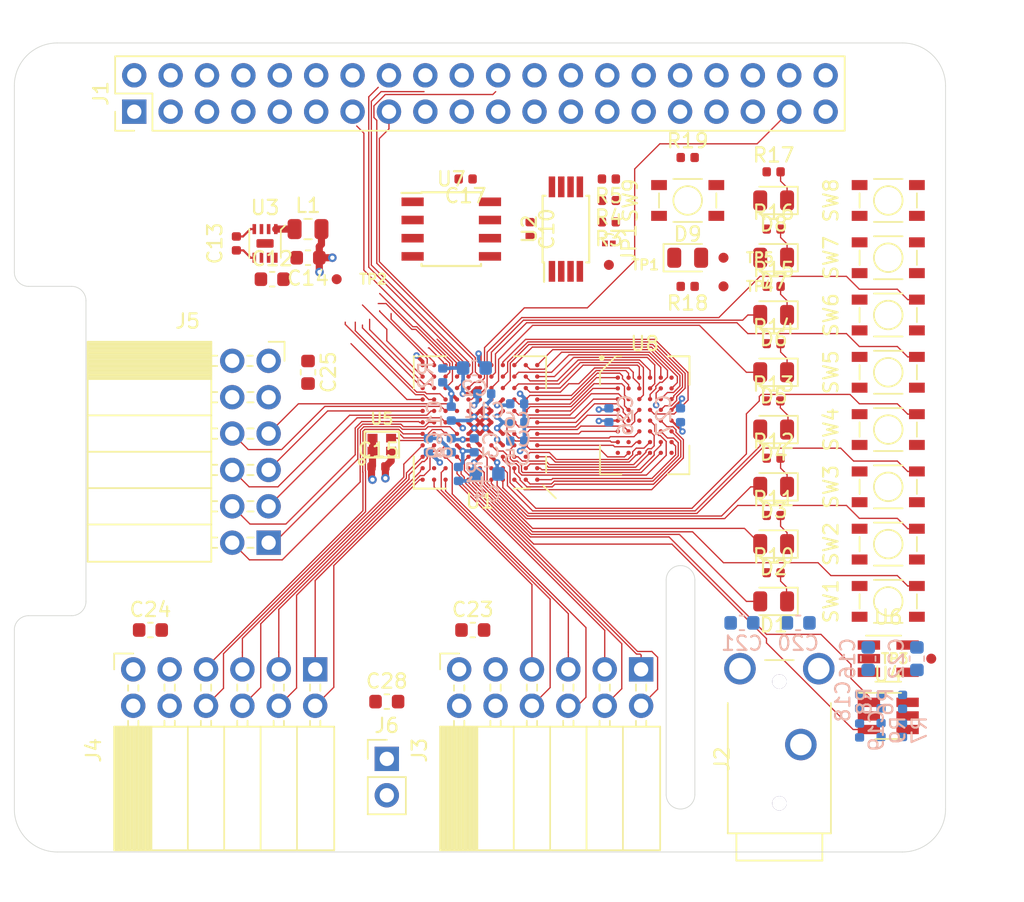
<source format=kicad_pcb>
(kicad_pcb (version 20171130) (host pcbnew 5.1.2+dfsg1-1)
  (layers (0 F.Cu signal) (1 In1.Cu power hide) (2 In2.Cu power) (31 B.Cu signal) (34 B.Paste user) (35 F.Paste user) (36 B.SilkS user hide) (37 F.SilkS user hide) (38 B.Mask user) (39 F.Mask user) (44 Edge.Cuts user))
  (net 0 "")
  (net 1 GND)
  (net 2 +1V2)
  (net 3 "Net-(C2-Pad2)")
  (net 4 "Net-(C2-Pad1)")
  (net 5 "Net-(C4-Pad2)")
  (net 6 "Net-(C4-Pad1)")
  (net 7 +3V3)
  (net 8 +5V)
  (net 9 "Net-(C13-Pad2)")
  (net 10 "Net-(C18-Pad1)")
  (net 11 "Net-(C19-Pad1)")
  (net 12 "Net-(C20-Pad1)")
  (net 13 "Net-(C21-Pad1)")
  (net 14 +3.3VDAC)
  (net 15 "Net-(D1-Pad1)")
  (net 16 /LED0)
  (net 17 /LED1)
  (net 18 "Net-(D2-Pad1)")
  (net 19 "Net-(D3-Pad1)")
  (net 20 /LED2)
  (net 21 /LED3)
  (net 22 "Net-(D4-Pad1)")
  (net 23 /LED4)
  (net 24 "Net-(D5-Pad1)")
  (net 25 "Net-(D6-Pad1)")
  (net 26 /LED5)
  (net 27 /LED6)
  (net 28 "Net-(D7-Pad1)")
  (net 29 "Net-(D8-Pad1)")
  (net 30 /LED7)
  (net 31 /GP13_FPGA_CDONE)
  (net 32 "Net-(J1-Pad3)")
  (net 33 "Net-(J1-Pad5)")
  (net 34 "Net-(J1-Pad7)")
  (net 35 /GP14_UART_TXD)
  (net 36 /GP15_UART_RXD)
  (net 37 "Net-(J1-Pad11)")
  (net 38 "Net-(J1-Pad12)")
  (net 39 /GP27_SDIO_DAT3)
  (net 40 /GP22_SDIO_CLK)
  (net 41 /GP23_SDIO_CMD)
  (net 42 /GP24_SDIO_DAT0)
  (net 43 /GP10_SPI_MOSI)
  (net 44 /GP9_SPI_MISO)
  (net 45 /GP25_SDIO_DAT1)
  (net 46 /GP11_SPI_SCK)
  (net 47 /GP8_SPI_~CS)
  (net 48 "Net-(J1-Pad26)")
  (net 49 /ID_SD)
  (net 50 /ID_SC)
  (net 51 "Net-(J1-Pad29)")
  (net 52 "Net-(J1-Pad31)")
  (net 53 /GP12_FPGA_~RST)
  (net 54 "Net-(J1-Pad35)")
  (net 55 "Net-(J1-Pad36)")
  (net 56 /GP26_SDIO_DAT2)
  (net 57 "Net-(J1-Pad38)")
  (net 58 "Net-(J1-Pad40)")
  (net 59 /IO0_0)
  (net 60 /IO0_1)
  (net 61 /IO0_2)
  (net 62 /IO0_3)
  (net 63 /IO0_4)
  (net 64 /IO0_5)
  (net 65 /IO0_6)
  (net 66 /IO0_7)
  (net 67 /IO1_7)
  (net 68 /IO1_6)
  (net 69 /IO1_5)
  (net 70 /IO1_4)
  (net 71 /IO1_3)
  (net 72 /IO1_2)
  (net 73 /IO1_1)
  (net 74 /IO1_0)
  (net 75 /IO2_0)
  (net 76 /IO2_1)
  (net 77 /IO2_2)
  (net 78 /IO2_3)
  (net 79 /IO2_4)
  (net 80 /IO2_5)
  (net 81 /IO2_6)
  (net 82 /IO2_7)
  (net 83 "Net-(JP1-Pad1)")
  (net 84 "Net-(L1-Pad1)")
  (net 85 "Net-(R6-Pad2)")
  (net 86 "Net-(R7-Pad2)")
  (net 87 /SW0)
  (net 88 /SW1)
  (net 89 /SW2)
  (net 90 /SW3)
  (net 91 /SW4)
  (net 92 /SW5)
  (net 93 /SW6)
  (net 94 /SW7)
  (net 95 /SRAM_DQ0)
  (net 96 /SRAM_DQ5)
  (net 97 /SRAM_DQ7)
  (net 98 /SRAM_DQ6)
  (net 99 /SRAM_DQ12)
  (net 100 /SRAM_A9)
  (net 101 /SRAM_A2)
  (net 102 /SRAM_A4)
  (net 103 /SRAM_A5)
  (net 104 /SRAM_A10)
  (net 105 /SRAM_DQ1)
  (net 106 /SRAM_DQ4)
  (net 107 /SRAM_DQ8)
  (net 108 /SRAM_DQ10)
  (net 109 /SRAM_DQ13)
  (net 110 /SRAM_DQ15)
  (net 111 /SRAM_A3)
  (net 112 /SRAM_A7)
  (net 113 /SRAM_A6)
  (net 114 /SRAM_A12)
  (net 115 /SRAM_DQ3)
  (net 116 /SRAM_DQ9)
  (net 117 /SRAM_DQ11)
  (net 118 /SRAM_A8)
  (net 119 /SRAM_A0)
  (net 120 /SRAM_A1)
  (net 121 /SRAM_A11)
  (net 122 /SRAM_A13)
  (net 123 /SRAM_A15)
  (net 124 /SRAM_DQ2)
  (net 125 /SRAM_DQ14)
  (net 126 /SRAM_A14)
  (net 127 /SRAM_A17)
  (net 128 /SRAM_A16)
  (net 129 /SRAM_~WE)
  (net 130 /SRAM_~OE)
  (net 131 /SRAM_~LB)
  (net 132 /SRAM_~UB)
  (net 133 /AUDIO_R_PWM)
  (net 134 "Net-(U1-PadB10)")
  (net 135 /CLK_OSC)
  (net 136 /AUDIO_L_PWM)
  (module fpga_hat:BGA-121_11x11_9.0x9.0mm (layer F.Cu) (at 132.5 106.5 180)
    (fp_text reference U1 (at 0 -5.5) (layer F.SilkS))
    (fp_text value iCE40-HX8k-BG121)
    (pad A1 smd circle (at -4 -4 180) (size 0.3 0.3) (layers F.Cu F.Paste F.Mask) (net 97 /SRAM_DQ7))
    (pad B1 smd circle (at -4 -3.2 180) (size 0.3 0.3) (layers F.Cu F.Paste F.Mask) (net 129 /SRAM_~WE))
    (pad C1 smd circle (at -4 -2.4 180) (size 0.3 0.3) (layers F.Cu F.Paste F.Mask) (net 100 /SRAM_A9))
    (pad D1 smd circle (at -4 -1.6 180) (size 0.3 0.3) (layers F.Cu F.Paste F.Mask) (net 114 /SRAM_A12))
    (pad E1 smd circle (at -4 -0.8 180) (size 0.3 0.3) (layers F.Cu F.Paste F.Mask) (net 125 /SRAM_DQ14))
    (pad F1 smd circle (at -4 0 180) (size 0.3 0.3) (layers F.Cu F.Paste F.Mask) (net 99 /SRAM_DQ12))
    (pad G1 smd circle (at -4 0.8 180) (size 0.3 0.3) (layers F.Cu F.Paste F.Mask) (net 107 /SRAM_DQ8))
    (pad H1 smd circle (at -4 1.6 180) (size 0.3 0.3) (layers F.Cu F.Paste F.Mask) (net 132 /SRAM_~UB))
    (pad J1 smd circle (at -4 2.4 180) (size 0.3 0.3) (layers F.Cu F.Paste F.Mask) (net 119 /SRAM_A0))
    (pad K1 smd circle (at -4 3.2 180) (size 0.3 0.3) (layers F.Cu F.Paste F.Mask) (net 102 /SRAM_A4))
    (pad L1 smd circle (at -4 4 180) (size 0.3 0.3) (layers F.Cu F.Paste F.Mask) (net 95 /SRAM_DQ0))
    (pad A2 smd circle (at -3.2 -4 180) (size 0.3 0.3) (layers F.Cu F.Paste F.Mask) (net 96 /SRAM_DQ5))
    (pad B2 smd circle (at -3.2 -3.2 180) (size 0.3 0.3) (layers F.Cu F.Paste F.Mask) (net 104 /SRAM_A10))
    (pad C2 smd circle (at -3.2 -2.4 180) (size 0.3 0.3) (layers F.Cu F.Paste F.Mask) (net 122 /SRAM_A13))
    (pad D2 smd circle (at -3.2 -1.6 180) (size 0.3 0.3) (layers F.Cu F.Paste F.Mask) (net 118 /SRAM_A8))
    (pad E2 smd circle (at -3.2 -0.8 180) (size 0.3 0.3) (layers F.Cu F.Paste F.Mask) (net 109 /SRAM_DQ13))
    (pad F2 smd circle (at -3.2 0 180) (size 0.3 0.3) (layers F.Cu F.Paste F.Mask) (net 116 /SRAM_DQ9))
    (pad G2 smd circle (at -3.2 0.8 180) (size 0.3 0.3) (layers F.Cu F.Paste F.Mask) (net 108 /SRAM_DQ10))
    (pad H2 smd circle (at -3.2 1.6 180) (size 0.3 0.3) (layers F.Cu F.Paste F.Mask) (net 130 /SRAM_~OE))
    (pad J2 smd circle (at -3.2 2.4 180) (size 0.3 0.3) (layers F.Cu F.Paste F.Mask) (net 111 /SRAM_A3))
    (pad K2 smd circle (at -3.2 3.2 180) (size 0.3 0.3) (layers F.Cu F.Paste F.Mask) (net 120 /SRAM_A1))
    (pad L2 smd circle (at -3.2 4 180) (size 0.3 0.3) (layers F.Cu F.Paste F.Mask) (net 113 /SRAM_A6))
    (pad A3 smd circle (at -2.4 -4 180) (size 0.3 0.3) (layers F.Cu F.Paste F.Mask) (net 106 /SRAM_DQ4))
    (pad B3 smd circle (at -2.4 -3.2 180) (size 0.3 0.3) (layers F.Cu F.Paste F.Mask) (net 98 /SRAM_DQ6))
    (pad C3 smd circle (at -2.4 -2.4 180) (size 0.3 0.3) (layers F.Cu F.Paste F.Mask) (net 123 /SRAM_A15))
    (pad D3 smd circle (at -2.4 -1.6 180) (size 0.3 0.3) (layers F.Cu F.Paste F.Mask) (net 121 /SRAM_A11))
    (pad E3 smd circle (at -2.4 -0.8 180) (size 0.3 0.3) (layers F.Cu F.Paste F.Mask) (net 126 /SRAM_A14))
    (pad F3 smd circle (at -2.4 0 180) (size 0.3 0.3) (layers F.Cu F.Paste F.Mask) (net 127 /SRAM_A17))
    (pad G3 smd circle (at -2.4 0.8 180) (size 0.3 0.3) (layers F.Cu F.Paste F.Mask) (net 117 /SRAM_DQ11))
    (pad H3 smd circle (at -2.4 1.6 180) (size 0.3 0.3) (layers F.Cu F.Paste F.Mask) (net 131 /SRAM_~LB))
    (pad J3 smd circle (at -2.4 2.4 180) (size 0.3 0.3) (layers F.Cu F.Paste F.Mask) (net 103 /SRAM_A5))
    (pad K3 smd circle (at -2.4 3.2 180) (size 0.3 0.3) (layers F.Cu F.Paste F.Mask) (net 101 /SRAM_A2))
    (pad L3 smd circle (at -2.4 4 180) (size 0.3 0.3) (layers F.Cu F.Paste F.Mask) (net 105 /SRAM_DQ1))
    (pad A4 smd circle (at -1.6 -4 180) (size 0.3 0.3) (layers F.Cu F.Paste F.Mask) (net 89 /SW2))
    (pad B4 smd circle (at -1.6 -3.2 180) (size 0.3 0.3) (layers F.Cu F.Paste F.Mask) (net 21 /LED3))
    (pad C4 smd circle (at -1.6 -2.4 180) (size 0.3 0.3) (layers F.Cu F.Paste F.Mask) (net 90 /SW3))
    (pad D4 smd circle (at -1.6 -1.6 180) (size 0.3 0.3) (layers F.Cu F.Paste F.Mask) (net 2 +1V2))
    (pad E4 smd circle (at -1.6 -0.8 180) (size 0.3 0.3) (layers F.Cu F.Paste F.Mask) (net 7 +3V3))
    (pad F4 smd circle (at -1.6 0 180) (size 0.3 0.3) (layers F.Cu F.Paste F.Mask) (net 110 /SRAM_DQ15))
    (pad G4 smd circle (at -1.6 0.8 180) (size 0.3 0.3) (layers F.Cu F.Paste F.Mask) (net 7 +3V3))
    (pad H4 smd circle (at -1.6 1.6 180) (size 0.3 0.3) (layers F.Cu F.Paste F.Mask) (net 2 +1V2))
    (pad J4 smd circle (at -1.6 2.4 180) (size 0.3 0.3) (layers F.Cu F.Paste F.Mask) (net 124 /SRAM_DQ2))
    (pad K4 smd circle (at -1.6 3.2 180) (size 0.3 0.3) (layers F.Cu F.Paste F.Mask) (net 115 /SRAM_DQ3))
    (pad L4 smd circle (at -1.6 4 180) (size 0.3 0.3) (layers F.Cu F.Paste F.Mask) (net 112 /SRAM_A7))
    (pad A5 smd circle (at -0.8 -4 180) (size 0.3 0.3) (layers F.Cu F.Paste F.Mask) (net 88 /SW1))
    (pad B5 smd circle (at -0.8 -3.2 180) (size 0.3 0.3) (layers F.Cu F.Paste F.Mask) (net 20 /LED2))
    (pad C5 smd circle (at -0.8 -2.4 180) (size 0.3 0.3) (layers F.Cu F.Paste F.Mask) (net 5 "Net-(C4-Pad2)"))
    (pad D5 smd circle (at -0.8 -1.6 180) (size 0.3 0.3) (layers F.Cu F.Paste F.Mask) (net 128 /SRAM_A16))
    (pad E5 smd circle (at -0.8 -0.8 180) (size 0.3 0.3) (layers F.Cu F.Paste F.Mask) (net 1 GND))
    (pad F5 smd circle (at -0.8 0 180) (size 0.3 0.3) (layers F.Cu F.Paste F.Mask) (net 1 GND))
    (pad G5 smd circle (at -0.8 0.8 180) (size 0.3 0.3) (layers F.Cu F.Paste F.Mask) (net 1 GND))
    (pad H5 smd circle (at -0.8 1.6 180) (size 0.3 0.3) (layers F.Cu F.Paste F.Mask) (net 1 GND))
    (pad J5 smd circle (at -0.8 2.4 180) (size 0.3 0.3) (layers F.Cu F.Paste F.Mask) (net 23 /LED4))
    (pad K5 smd circle (at -0.8 3.2 180) (size 0.3 0.3) (layers F.Cu F.Paste F.Mask) (net 91 /SW4))
    (pad L5 smd circle (at -0.8 4 180) (size 0.3 0.3) (layers F.Cu F.Paste F.Mask) (net 26 /LED5))
    (pad A6 smd circle (at 0 -4 180) (size 0.3 0.3) (layers F.Cu F.Paste F.Mask) (net 16 /LED0))
    (pad B6 smd circle (at 0 -3.2 180) (size 0.3 0.3) (layers F.Cu F.Paste F.Mask) (net 87 /SW0))
    (pad C6 smd circle (at 0 -2.4 180) (size 0.3 0.3) (layers F.Cu F.Paste F.Mask) (net 6 "Net-(C4-Pad1)"))
    (pad D6 smd circle (at 0 -1.6 180) (size 0.3 0.3) (layers F.Cu F.Paste F.Mask) (net 7 +3V3))
    (pad E6 smd circle (at 0 -0.8 180) (size 0.3 0.3) (layers F.Cu F.Paste F.Mask) (net 1 GND))
    (pad F6 smd circle (at 0 0 180) (size 0.3 0.3) (layers F.Cu F.Paste F.Mask) (net 1 GND))
    (pad G6 smd circle (at 0 0.8 180) (size 0.3 0.3) (layers F.Cu F.Paste F.Mask) (net 1 GND))
    (pad H6 smd circle (at 0 1.6 180) (size 0.3 0.3) (layers F.Cu F.Paste F.Mask) (net 7 +3V3))
    (pad J6 smd circle (at 0 2.4 180) (size 0.3 0.3) (layers F.Cu F.Paste F.Mask) (net 4 "Net-(C2-Pad1)"))
    (pad K6 smd circle (at 0 3.2 180) (size 0.3 0.3) (layers F.Cu F.Paste F.Mask) (net 40 /GP22_SDIO_CLK))
    (pad L6 smd circle (at 0 4 180) (size 0.3 0.3) (layers F.Cu F.Paste F.Mask) (net 3 "Net-(C2-Pad2)"))
    (pad A7 smd circle (at 0.8 -4 180) (size 0.3 0.3) (layers F.Cu F.Paste F.Mask) (net 63 /IO0_4))
    (pad B7 smd circle (at 0.8 -3.2 180) (size 0.3 0.3) (layers F.Cu F.Paste F.Mask) (net 136 /AUDIO_L_PWM))
    (pad C7 smd circle (at 0.8 -2.4 180) (size 0.3 0.3) (layers F.Cu F.Paste F.Mask) (net 133 /AUDIO_R_PWM))
    (pad D7 smd circle (at 0.8 -1.6 180) (size 0.3 0.3) (layers F.Cu F.Paste F.Mask) (net 17 /LED1))
    (pad E7 smd circle (at 0.8 -0.8 180) (size 0.3 0.3) (layers F.Cu F.Paste F.Mask) (net 1 GND))
    (pad F7 smd circle (at 0.8 0 180) (size 0.3 0.3) (layers F.Cu F.Paste F.Mask) (net 1 GND))
    (pad G7 smd circle (at 0.8 0.8 180) (size 0.3 0.3) (layers F.Cu F.Paste F.Mask) (net 1 GND))
    (pad H7 smd circle (at 0.8 1.6 180) (size 0.3 0.3) (layers F.Cu F.Paste F.Mask) (net 92 /SW5))
    (pad J7 smd circle (at 0.8 2.4 180) (size 0.3 0.3) (layers F.Cu F.Paste F.Mask) (net 56 /GP26_SDIO_DAT2))
    (pad K7 smd circle (at 0.8 3.2 180) (size 0.3 0.3) (layers F.Cu F.Paste F.Mask) (net 45 /GP25_SDIO_DAT1))
    (pad L7 smd circle (at 0.8 4 180) (size 0.3 0.3) (layers F.Cu F.Paste F.Mask) (net 42 /GP24_SDIO_DAT0))
    (pad A8 smd circle (at 1.6 -4 180) (size 0.3 0.3) (layers F.Cu F.Paste F.Mask) (net 60 /IO0_1))
    (pad B8 smd circle (at 1.6 -3.2 180) (size 0.3 0.3) (layers F.Cu F.Paste F.Mask) (net 64 /IO0_5))
    (pad C8 smd circle (at 1.6 -2.4 180) (size 0.3 0.3) (layers F.Cu F.Paste F.Mask) (net 59 /IO0_0))
    (pad D8 smd circle (at 1.6 -1.6 180) (size 0.3 0.3) (layers F.Cu F.Paste F.Mask) (net 2 +1V2))
    (pad E8 smd circle (at 1.6 -0.8 180) (size 0.3 0.3) (layers F.Cu F.Paste F.Mask) (net 79 /IO2_4))
    (pad F8 smd circle (at 1.6 0 180) (size 0.3 0.3) (layers F.Cu F.Paste F.Mask) (net 7 +3V3))
    (pad G8 smd circle (at 1.6 0.8 180) (size 0.3 0.3) (layers F.Cu F.Paste F.Mask) (net 78 /IO2_3))
    (pad H8 smd circle (at 1.6 1.6 180) (size 0.3 0.3) (layers F.Cu F.Paste F.Mask) (net 2 +1V2))
    (pad J8 smd circle (at 1.6 2.4 180) (size 0.3 0.3) (layers F.Cu F.Paste F.Mask) (net 39 /GP27_SDIO_DAT3))
    (pad K8 smd circle (at 1.6 3.2 180) (size 0.3 0.3) (layers F.Cu F.Paste F.Mask) (net 31 /GP13_FPGA_CDONE))
    (pad L8 smd circle (at 1.6 4 180) (size 0.3 0.3) (layers F.Cu F.Paste F.Mask) (net 41 /GP23_SDIO_CMD))
    (pad A9 smd circle (at 2.4 -4 180) (size 0.3 0.3) (layers F.Cu F.Paste F.Mask) (net 61 /IO0_2))
    (pad B9 smd circle (at 2.4 -3.2 180) (size 0.3 0.3) (layers F.Cu F.Paste F.Mask) (net 66 /IO0_7))
    (pad C9 smd circle (at 2.4 -2.4 180) (size 0.3 0.3) (layers F.Cu F.Paste F.Mask) (net 65 /IO0_6))
    (pad D9 smd circle (at 2.4 -1.6 180) (size 0.3 0.3) (layers F.Cu F.Paste F.Mask) (net 74 /IO1_0))
    (pad E9 smd circle (at 2.4 -0.8 180) (size 0.3 0.3) (layers F.Cu F.Paste F.Mask) (net 67 /IO1_7))
    (pad F9 smd circle (at 2.4 0 180) (size 0.3 0.3) (layers F.Cu F.Paste F.Mask) (net 76 /IO2_1))
    (pad G9 smd circle (at 2.4 0.8 180) (size 0.3 0.3) (layers F.Cu F.Paste F.Mask) (net 82 /IO2_7))
    (pad H9 smd circle (at 2.4 1.6 180) (size 0.3 0.3) (layers F.Cu F.Paste F.Mask) (net 94 /SW7))
    (pad J9 smd circle (at 2.4 2.4 180) (size 0.3 0.3) (layers F.Cu F.Paste F.Mask) (net 44 /GP9_SPI_MISO))
    (pad K9 smd circle (at 2.4 3.2 180) (size 0.3 0.3) (layers F.Cu F.Paste F.Mask) (net 43 /GP10_SPI_MOSI))
    (pad L9 smd circle (at 2.4 4 180) (size 0.3 0.3) (layers F.Cu F.Paste F.Mask) (net 53 /GP12_FPGA_~RST))
    (pad A10 smd circle (at 3.2 -4 180) (size 0.3 0.3) (layers F.Cu F.Paste F.Mask) (net 62 /IO0_3))
    (pad B10 smd circle (at 3.2 -3.2 180) (size 0.3 0.3) (layers F.Cu F.Paste F.Mask) (net 134 "Net-(U1-PadB10)"))
    (pad C10 smd circle (at 3.2 -2.4 180) (size 0.3 0.3) (layers F.Cu F.Paste F.Mask) (net 7 +3V3))
    (pad D10 smd circle (at 3.2 -1.6 180) (size 0.3 0.3) (layers F.Cu F.Paste F.Mask) (net 73 /IO1_1))
    (pad E10 smd circle (at 3.2 -0.8 180) (size 0.3 0.3) (layers F.Cu F.Paste F.Mask) (net 135 /CLK_OSC))
    (pad F10 smd circle (at 3.2 0 180) (size 0.3 0.3) (layers F.Cu F.Paste F.Mask) (net 75 /IO2_0))
    (pad G10 smd circle (at 3.2 0.8 180) (size 0.3 0.3) (layers F.Cu F.Paste F.Mask) (net 81 /IO2_6))
    (pad H10 smd circle (at 3.2 1.6 180) (size 0.3 0.3) (layers F.Cu F.Paste F.Mask) (net 35 /GP14_UART_TXD))
    (pad J10 smd circle (at 3.2 2.4 180) (size 0.3 0.3) (layers F.Cu F.Paste F.Mask) (net 36 /GP15_UART_RXD))
    (pad K10 smd circle (at 3.2 3.2 180) (size 0.3 0.3) (layers F.Cu F.Paste F.Mask) (net 47 /GP8_SPI_~CS))
    (pad L10 smd circle (at 3.2 4 180) (size 0.3 0.3) (layers F.Cu F.Paste F.Mask) (net 46 /GP11_SPI_SCK))
    (pad A11 smd circle (at 4 -4 180) (size 0.3 0.3) (layers F.Cu F.Paste F.Mask) (net 70 /IO1_4))
    (pad B11 smd circle (at 4 -3.2 180) (size 0.3 0.3) (layers F.Cu F.Paste F.Mask) (net 69 /IO1_5))
    (pad C11 smd circle (at 4 -2.4 180) (size 0.3 0.3) (layers F.Cu F.Paste F.Mask) (net 68 /IO1_6))
    (pad D11 smd circle (at 4 -1.6 180) (size 0.3 0.3) (layers F.Cu F.Paste F.Mask) (net 72 /IO1_2))
    (pad E11 smd circle (at 4 -0.8 180) (size 0.3 0.3) (layers F.Cu F.Paste F.Mask) (net 71 /IO1_3))
    (pad F11 smd circle (at 4 0 180) (size 0.3 0.3) (layers F.Cu F.Paste F.Mask) (net 80 /IO2_5))
    (pad G11 smd circle (at 4 0.8 180) (size 0.3 0.3) (layers F.Cu F.Paste F.Mask) (net 77 /IO2_2))
    (pad H11 smd circle (at 4 1.6 180) (size 0.3 0.3) (layers F.Cu F.Paste F.Mask) (net 30 /LED7))
    (pad J11 smd circle (at 4 2.4 180) (size 0.3 0.3) (layers F.Cu F.Paste F.Mask) (net 27 /LED6))
    (pad K11 smd circle (at 4 3.2 180) (size 0.3 0.3) (layers F.Cu F.Paste F.Mask) (net 93 /SW6))
    (pad L11 smd circle (at 4 4 180) (size 0.3 0.3) (layers F.Cu F.Paste F.Mask) (net 7 +3V3))
  )
  (module Capacitor_SMD:C_0402_1005Metric (layer B.Cu) (at 128.9 108.1 90)
    (fp_text reference C8 (at 0 1.17 90) (layer B.SilkS) (effects (justify mirror)))
    (fp_text value 100n)
    (pad 2 smd roundrect (at 0.485 0 90) (size 0.59 0.64) (layers B.Cu B.Paste B.Mask) (net 1 GND))
    (pad 1 smd roundrect (at -0.485 0 90) (size 0.59 0.64) (layers B.Cu B.Paste B.Mask) (net 7 +3V3))
  )
  (module fpga_hat:MOUNTHOLE_M2.5 (layer F.Cu) (at 161.5 83.5)
    (fp_text reference REF** hide)
    (fp_text value MOUNTHOLE_M2.5 hide)
    (pad "" np_thru_hole circle (at 0 0) (size 2.75 2.75) (drill 2.75) (layers *.Cu *.Mask) (thermal_gap 1.9))
  )
  (module fpga_hat:MOUNTHOLE_M2.5 (layer F.Cu) (at 161.5 133)
    (fp_text reference REF** hide)
    (fp_text value MOUNTHOLE_M2.5 hide)
    (pad "" np_thru_hole circle (at 0 0) (size 2.75 2.75) (drill 2.75) (layers *.Cu *.Mask) (thermal_gap 1.9))
  )
  (module fpga_hat:MOUNTHOLE_M2.5 (layer F.Cu) (at 103.5 133)
    (fp_text reference REF** hide)
    (fp_text value MOUNTHOLE_M2.5 hide)
    (pad "" np_thru_hole circle (at 0 0) (size 2.75 2.75) (drill 2.75) (layers *.Cu *.Mask) (thermal_gap 1.9))
  )
  (module fpga_hat:MOUNTHOLE_M2.5 (layer F.Cu) (at 103.5 83.5)
    (fp_text reference REF** hide)
    (fp_text value MOUNTHOLE_M2.5 hide)
    (pad "" np_thru_hole circle (at 0 0) (size 2.75 2.75) (drill 2.75) (layers *.Cu *.Mask) (thermal_gap 1.9))
  )
  (module Capacitor_SMD:C_0402_1005Metric (layer B.Cu) (at 130.5 105.885 270)
    (fp_text reference C1 (at 0 1.17 90) (layer B.SilkS) (effects (justify mirror)))
    (fp_text value 100n)
    (pad 2 smd roundrect (at 0.485 0 270) (size 0.59 0.64) (layers B.Cu B.Paste B.Mask) (net 1 GND))
    (pad 1 smd roundrect (at -0.485 0 270) (size 0.59 0.64) (layers B.Cu B.Paste B.Mask) (net 2 +1V2))
  )
  (module Capacitor_SMD:C_0603_1608Metric (layer B.Cu) (at 132.1125 102.7)
    (fp_text reference C2 (at 0 1.43) (layer B.SilkS) (effects (justify mirror)))
    (fp_text value 4u7)
    (pad 2 smd roundrect (at 0.7875 0) (size 0.875 0.95) (layers B.Cu B.Paste B.Mask) (net 3 "Net-(C2-Pad2)"))
    (pad 1 smd roundrect (at -0.7875 0) (size 0.875 0.95) (layers B.Cu B.Paste B.Mask) (net 4 "Net-(C2-Pad1)"))
  )
  (module Capacitor_SMD:C_0402_1005Metric (layer B.Cu) (at 132.1 108.1 90)
    (fp_text reference C3 (at 0 1.17 90) (layer B.SilkS) (effects (justify mirror)))
    (fp_text value 100n)
    (pad 1 smd roundrect (at -0.485 0 90) (size 0.59 0.64) (layers B.Cu B.Paste B.Mask) (net 2 +1V2))
    (pad 2 smd roundrect (at 0.485 0 90) (size 0.59 0.64) (layers B.Cu B.Paste B.Mask) (net 1 GND))
  )
  (module Capacitor_SMD:C_0603_1608Metric (layer B.Cu) (at 133 110.1)
    (fp_text reference C4 (at 0 1.43) (layer B.SilkS) (effects (justify mirror)))
    (fp_text value 4u7)
    (pad 1 smd roundrect (at -0.7875 0) (size 0.875 0.95) (layers B.Cu B.Paste B.Mask) (net 6 "Net-(C4-Pad1)"))
    (pad 2 smd roundrect (at 0.7875 0) (size 0.875 0.95) (layers B.Cu B.Paste B.Mask) (net 5 "Net-(C4-Pad2)"))
  )
  (module Capacitor_SMD:C_0402_1005Metric (layer B.Cu) (at 135.1 107.8)
    (fp_text reference C5 (at 0 1.17 180) (layer B.SilkS) (effects (justify mirror)))
    (fp_text value 100n)
    (pad 1 smd roundrect (at -0.485 0) (size 0.59 0.64) (layers B.Cu B.Paste B.Mask) (net 2 +1V2))
    (pad 2 smd roundrect (at 0.485 0) (size 0.59 0.64) (layers B.Cu B.Paste B.Mask) (net 1 GND))
  )
  (module Capacitor_SMD:C_0402_1005Metric (layer B.Cu) (at 135.1 105.2)
    (fp_text reference C6 (at 0 1.17) (layer B.SilkS) (effects (justify mirror)))
    (fp_text value 100n)
    (pad 2 smd roundrect (at 0.485 0) (size 0.59 0.64) (layers B.Cu B.Paste B.Mask) (net 1 GND))
    (pad 1 smd roundrect (at -0.485 0) (size 0.59 0.64) (layers B.Cu B.Paste B.Mask) (net 2 +1V2))
  )
  (module Capacitor_SMD:C_0402_1005Metric (layer B.Cu) (at 135.115 106.5)
    (fp_text reference C7 (at 0 1.17 180) (layer B.SilkS) (effects (justify mirror)))
    (fp_text value 100n)
    (pad 2 smd roundrect (at 0.485 0) (size 0.59 0.64) (layers B.Cu B.Paste B.Mask) (net 1 GND))
    (pad 1 smd roundrect (at -0.485 0) (size 0.59 0.64) (layers B.Cu B.Paste B.Mask) (net 7 +3V3))
  )
  (module Capacitor_SMD:C_0402_1005Metric (layer B.Cu) (at 130.5 108.1 270)
    (fp_text reference C9 (at 0 1.17 90) (layer B.SilkS) (effects (justify mirror)))
    (fp_text value 100n)
    (pad 2 smd roundrect (at 0.485 0 270) (size 0.59 0.64) (layers B.Cu B.Paste B.Mask) (net 1 GND))
    (pad 1 smd roundrect (at -0.485 0 270) (size 0.59 0.64) (layers B.Cu B.Paste B.Mask) (net 7 +3V3))
  )
  (module Capacitor_SMD:C_0402_1005Metric (layer F.Cu) (at 136 93 270)
    (fp_text reference C10 (at 0 -1.17 90) (layer F.SilkS))
    (fp_text value 100n)
    (pad 2 smd roundrect (at 0.485 0 270) (size 0.59 0.64) (layers F.Cu F.Paste F.Mask) (net 1 GND))
    (pad 1 smd roundrect (at -0.485 0 270) (size 0.59 0.64) (layers F.Cu F.Paste F.Mask) (net 7 +3V3))
  )
  (module Capacitor_SMD:C_0402_1005Metric (layer B.Cu) (at 132.8 104.5)
    (fp_text reference C11 (at 0 1.17) (layer B.SilkS) (effects (justify mirror)))
    (fp_text value 100n)
    (pad 1 smd roundrect (at -0.485 0) (size 0.59 0.64) (layers B.Cu B.Paste B.Mask) (net 7 +3V3))
    (pad 2 smd roundrect (at 0.485 0) (size 0.59 0.64) (layers B.Cu B.Paste B.Mask) (net 1 GND))
  )
  (module Capacitor_SMD:C_0603_1608Metric (layer F.Cu) (at 118 96.5)
    (fp_text reference C12 (at 0 -1.43) (layer F.SilkS))
    (fp_text value 4u7)
    (pad 2 smd roundrect (at 0.7875 0) (size 0.875 0.95) (layers F.Cu F.Paste F.Mask) (net 1 GND))
    (pad 1 smd roundrect (at -0.7875 0) (size 0.875 0.95) (layers F.Cu F.Paste F.Mask) (net 8 +5V))
  )
  (module Capacitor_SMD:C_0402_1005Metric (layer F.Cu) (at 115.5 94 270)
    (fp_text reference C13 (at 0 1.5 90) (layer F.SilkS))
    (fp_text value 560p)
    (pad 1 smd roundrect (at -0.485 0 270) (size 0.59 0.64) (layers F.Cu F.Paste F.Mask) (net 2 +1V2))
    (pad 2 smd roundrect (at 0.485 0 270) (size 0.59 0.64) (layers F.Cu F.Paste F.Mask) (net 9 "Net-(C13-Pad2)"))
  )
  (module Capacitor_SMD:C_0603_1608Metric (layer F.Cu) (at 120.5 95 180)
    (fp_text reference C14 (at 0 -1.43) (layer F.SilkS))
    (fp_text value 4u7)
    (pad 2 smd roundrect (at 0.7875 0 180) (size 0.875 0.95) (layers F.Cu F.Paste F.Mask) (net 1 GND))
    (pad 1 smd roundrect (at -0.7875 0 180) (size 0.875 0.95) (layers F.Cu F.Paste F.Mask) (net 2 +1V2))
  )
  (module Capacitor_SMD:C_0402_1005Metric (layer F.Cu) (at 125.415 109.6)
    (fp_text reference C15 (at 0 -1.17) (layer F.SilkS))
    (fp_text value 100n)
    (pad 2 smd roundrect (at 0.485 0) (size 0.59 0.64) (layers F.Cu F.Paste F.Mask) (net 1 GND))
    (pad 1 smd roundrect (at -0.485 0) (size 0.59 0.64) (layers F.Cu F.Paste F.Mask) (net 7 +3V3))
  )
  (module Capacitor_SMD:C_0603_1608Metric (layer B.Cu) (at 159.6 123 270)
    (fp_text reference C16 (at 0 1.43 90) (layer B.SilkS) (effects (justify mirror)))
    (fp_text value 1u)
    (pad 1 smd roundrect (at -0.7875 0 270) (size 0.875 0.95) (layers B.Cu B.Paste B.Mask) (net 8 +5V))
    (pad 2 smd roundrect (at 0.7875 0 270) (size 0.875 0.95) (layers B.Cu B.Paste B.Mask) (net 1 GND))
  )
  (module Capacitor_SMD:C_0402_1005Metric (layer F.Cu) (at 131.5 89.5 180)
    (fp_text reference C17 (at 0 -1.17) (layer F.SilkS))
    (fp_text value 100n)
    (pad 1 smd roundrect (at -0.485 0 180) (size 0.59 0.64) (layers F.Cu F.Paste F.Mask) (net 7 +3V3))
    (pad 2 smd roundrect (at 0.485 0 180) (size 0.59 0.64) (layers F.Cu F.Paste F.Mask) (net 1 GND))
  )
  (module Capacitor_SMD:C_0402_1005Metric (layer B.Cu) (at 159 125.985 270)
    (fp_text reference C18 (at 0 1.17 90) (layer B.SilkS) (effects (justify mirror)))
    (fp_text value 100n)
    (pad 1 smd roundrect (at -0.485 0 270) (size 0.59 0.64) (layers B.Cu B.Paste B.Mask) (net 10 "Net-(C18-Pad1)"))
    (pad 2 smd roundrect (at 0.485 0 270) (size 0.59 0.64) (layers B.Cu B.Paste B.Mask) (net 1 GND))
  )
  (module Capacitor_SMD:C_0402_1005Metric (layer B.Cu) (at 159 128.015 90)
    (fp_text reference C19 (at 0 1.17 90) (layer B.SilkS) (effects (justify mirror)))
    (fp_text value 100n)
    (pad 1 smd roundrect (at -0.485 0 90) (size 0.59 0.64) (layers B.Cu B.Paste B.Mask) (net 11 "Net-(C19-Pad1)"))
    (pad 2 smd roundrect (at 0.485 0 90) (size 0.59 0.64) (layers B.Cu B.Paste B.Mask) (net 1 GND))
  )
  (module Capacitor_SMD:C_0603_1608Metric (layer B.Cu) (at 154.7125 120.5)
    (fp_text reference C20 (at 0 1.43) (layer B.SilkS) (effects (justify mirror)))
    (fp_text value 4u7)
    (pad 1 smd roundrect (at -0.7875 0) (size 0.875 0.95) (layers B.Cu B.Paste B.Mask) (net 12 "Net-(C20-Pad1)"))
    (pad 2 smd roundrect (at 0.7875 0) (size 0.875 0.95) (layers B.Cu B.Paste B.Mask) (net 10 "Net-(C18-Pad1)"))
  )
  (module Capacitor_SMD:C_0603_1608Metric (layer B.Cu) (at 150.7875 120.5)
    (fp_text reference C21 (at 0 1.43) (layer B.SilkS) (effects (justify mirror)))
    (fp_text value 4u7)
    (pad 1 smd roundrect (at -0.7875 0) (size 0.875 0.95) (layers B.Cu B.Paste B.Mask) (net 13 "Net-(C21-Pad1)"))
    (pad 2 smd roundrect (at 0.7875 0) (size 0.875 0.95) (layers B.Cu B.Paste B.Mask) (net 11 "Net-(C19-Pad1)"))
  )
  (module Capacitor_SMD:C_0603_1608Metric (layer B.Cu) (at 163 123 270)
    (fp_text reference C22 (at 0 1.43 90) (layer B.SilkS) (effects (justify mirror)))
    (fp_text value 1u)
    (pad 2 smd roundrect (at 0.7875 0 270) (size 0.875 0.95) (layers B.Cu B.Paste B.Mask) (net 1 GND))
    (pad 1 smd roundrect (at -0.7875 0 270) (size 0.875 0.95) (layers B.Cu B.Paste B.Mask) (net 14 +3.3VDAC))
  )
  (module Capacitor_SMD:C_0603_1608Metric (layer F.Cu) (at 132 121)
    (fp_text reference C23 (at 0 -1.43) (layer F.SilkS))
    (fp_text value 1u)
    (pad 2 smd roundrect (at 0.7875 0) (size 0.875 0.95) (layers F.Cu F.Paste F.Mask) (net 1 GND))
    (pad 1 smd roundrect (at -0.7875 0) (size 0.875 0.95) (layers F.Cu F.Paste F.Mask) (net 7 +3V3))
  )
  (module Capacitor_SMD:C_0603_1608Metric (layer F.Cu) (at 109.5 121)
    (fp_text reference C24 (at 0 -1.43) (layer F.SilkS))
    (fp_text value 1u)
    (pad 1 smd roundrect (at -0.7875 0) (size 0.875 0.95) (layers F.Cu F.Paste F.Mask) (net 7 +3V3))
    (pad 2 smd roundrect (at 0.7875 0) (size 0.875 0.95) (layers F.Cu F.Paste F.Mask) (net 1 GND))
  )
  (module Capacitor_SMD:C_0603_1608Metric (layer F.Cu) (at 120.5 103 270)
    (fp_text reference C25 (at 0 -1.43 90) (layer F.SilkS))
    (fp_text value 1u)
    (pad 2 smd roundrect (at 0.7875 0 270) (size 0.875 0.95) (layers F.Cu F.Paste F.Mask) (net 1 GND))
    (pad 1 smd roundrect (at -0.7875 0 270) (size 0.875 0.95) (layers F.Cu F.Paste F.Mask) (net 7 +3V3))
  )
  (module Capacitor_SMD:C_0402_1005Metric (layer B.Cu) (at 141.5 106 90)
    (fp_text reference C26 (at 0 1.17 270) (layer B.SilkS) (effects (justify mirror)))
    (fp_text value 100n)
    (pad 1 smd roundrect (at -0.485 0 90) (size 0.59 0.64) (layers B.Cu B.Paste B.Mask) (net 7 +3V3))
    (pad 2 smd roundrect (at 0.485 0 90) (size 0.59 0.64) (layers B.Cu B.Paste B.Mask) (net 1 GND))
  )
  (module Capacitor_SMD:C_0402_1005Metric (layer B.Cu) (at 146.5 106 270)
    (fp_text reference C27 (at 0 1.17 270) (layer B.SilkS) (effects (justify mirror)))
    (fp_text value 100n)
    (pad 2 smd roundrect (at 0.485 0 270) (size 0.59 0.64) (layers B.Cu B.Paste B.Mask) (net 1 GND))
    (pad 1 smd roundrect (at -0.485 0 270) (size 0.59 0.64) (layers B.Cu B.Paste B.Mask) (net 7 +3V3))
  )
  (module Capacitor_SMD:C_0603_1608Metric (layer F.Cu) (at 126 126)
    (fp_text reference C28 (at 0 -1.43) (layer F.SilkS))
    (fp_text value 1u)
    (pad 1 smd roundrect (at -0.7875 0) (size 0.875 0.95) (layers F.Cu F.Paste F.Mask) (net 8 +5V))
    (pad 2 smd roundrect (at 0.7875 0) (size 0.875 0.95) (layers F.Cu F.Paste F.Mask) (net 1 GND))
  )
  (module LED_SMD:LED_0805_2012Metric (layer F.Cu) (at 153 119 180)
    (fp_text reference D1 (at 0 -1.65) (layer F.SilkS))
    (fp_text value LED)
    (pad 1 smd roundrect (at -0.9375 0 180) (size 0.975 1.4) (layers F.Cu F.Paste F.Mask) (net 15 "Net-(D1-Pad1)"))
    (pad 2 smd roundrect (at 0.9375 0 180) (size 0.975 1.4) (layers F.Cu F.Paste F.Mask) (net 16 /LED0))
  )
  (module LED_SMD:LED_0805_2012Metric (layer F.Cu) (at 153 115 180)
    (fp_text reference D2 (at 0 -1.65) (layer F.SilkS))
    (fp_text value LED)
    (pad 1 smd roundrect (at -0.9375 0 180) (size 0.975 1.4) (layers F.Cu F.Paste F.Mask) (net 18 "Net-(D2-Pad1)"))
    (pad 2 smd roundrect (at 0.9375 0 180) (size 0.975 1.4) (layers F.Cu F.Paste F.Mask) (net 17 /LED1))
  )
  (module LED_SMD:LED_0805_2012Metric (layer F.Cu) (at 153 111 180)
    (fp_text reference D3 (at 0 -1.65) (layer F.SilkS))
    (fp_text value LED)
    (pad 2 smd roundrect (at 0.9375 0 180) (size 0.975 1.4) (layers F.Cu F.Paste F.Mask) (net 20 /LED2))
    (pad 1 smd roundrect (at -0.9375 0 180) (size 0.975 1.4) (layers F.Cu F.Paste F.Mask) (net 19 "Net-(D3-Pad1)"))
  )
  (module LED_SMD:LED_0805_2012Metric (layer F.Cu) (at 153 107 180)
    (fp_text reference D4 (at 0 -1.65) (layer F.SilkS))
    (fp_text value LED)
    (pad 1 smd roundrect (at -0.9375 0 180) (size 0.975 1.4) (layers F.Cu F.Paste F.Mask) (net 22 "Net-(D4-Pad1)"))
    (pad 2 smd roundrect (at 0.9375 0 180) (size 0.975 1.4) (layers F.Cu F.Paste F.Mask) (net 21 /LED3))
  )
  (module LED_SMD:LED_0805_2012Metric (layer F.Cu) (at 153 103 180)
    (fp_text reference D5 (at 0 -1.65) (layer F.SilkS))
    (fp_text value LED)
    (pad 2 smd roundrect (at 0.9375 0 180) (size 0.975 1.4) (layers F.Cu F.Paste F.Mask) (net 23 /LED4))
    (pad 1 smd roundrect (at -0.9375 0 180) (size 0.975 1.4) (layers F.Cu F.Paste F.Mask) (net 24 "Net-(D5-Pad1)"))
  )
  (module LED_SMD:LED_0805_2012Metric (layer F.Cu) (at 153 99 180)
    (fp_text reference D6 (at 0 -1.65) (layer F.SilkS))
    (fp_text value LED)
    (pad 1 smd roundrect (at -0.9375 0 180) (size 0.975 1.4) (layers F.Cu F.Paste F.Mask) (net 25 "Net-(D6-Pad1)"))
    (pad 2 smd roundrect (at 0.9375 0 180) (size 0.975 1.4) (layers F.Cu F.Paste F.Mask) (net 26 /LED5))
  )
  (module LED_SMD:LED_0805_2012Metric (layer F.Cu) (at 153 95 180)
    (fp_text reference D7 (at 0 -1.65) (layer F.SilkS))
    (fp_text value LED)
    (pad 2 smd roundrect (at 0.9375 0 180) (size 0.975 1.4) (layers F.Cu F.Paste F.Mask) (net 27 /LED6))
    (pad 1 smd roundrect (at -0.9375 0 180) (size 0.975 1.4) (layers F.Cu F.Paste F.Mask) (net 28 "Net-(D7-Pad1)"))
  )
  (module LED_SMD:LED_0805_2012Metric (layer F.Cu) (at 153 91 180)
    (fp_text reference D8 (at 0 -1.65) (layer F.SilkS))
    (fp_text value LED)
    (pad 1 smd roundrect (at -0.9375 0 180) (size 0.975 1.4) (layers F.Cu F.Paste F.Mask) (net 29 "Net-(D8-Pad1)"))
    (pad 2 smd roundrect (at 0.9375 0 180) (size 0.975 1.4) (layers F.Cu F.Paste F.Mask) (net 30 /LED7))
  )
  (module LED_SMD:LED_0805_2012Metric (layer F.Cu) (at 147 95)
    (fp_text reference D9 (at 0 -1.65) (layer F.SilkS))
    (fp_text value LED)
    (pad 2 smd roundrect (at 0.9375 0) (size 0.975 1.4) (layers F.Cu F.Paste F.Mask) (net 31 /GP13_FPGA_CDONE))
    (pad 1 smd roundrect (at -0.9375 0) (size 0.975 1.4) (layers F.Cu F.Paste F.Mask) (net 1 GND))
  )
  (module Connector_PinHeader_2.54mm:PinHeader_2x20_P2.54mm_Vertical (layer F.Cu) (at 108.37 84.8 90)
    (fp_text reference J1 (at 1.27 -2.33 90) (layer F.SilkS))
    (fp_text value 2x20)
    (pad 1 thru_hole rect (at 0 0 90) (size 1.7 1.7) (drill 1) (layers *.Cu *.Mask) (net 7 +3V3))
    (pad 2 thru_hole oval (at 2.54 0 90) (size 1.7 1.7) (drill 1) (layers *.Cu *.Mask) (net 8 +5V))
    (pad 3 thru_hole oval (at 0 2.54 90) (size 1.7 1.7) (drill 1) (layers *.Cu *.Mask) (net 32 "Net-(J1-Pad3)"))
    (pad 4 thru_hole oval (at 2.54 2.54 90) (size 1.7 1.7) (drill 1) (layers *.Cu *.Mask) (net 8 +5V))
    (pad 5 thru_hole oval (at 0 5.08 90) (size 1.7 1.7) (drill 1) (layers *.Cu *.Mask) (net 33 "Net-(J1-Pad5)"))
    (pad 6 thru_hole oval (at 2.54 5.08 90) (size 1.7 1.7) (drill 1) (layers *.Cu *.Mask) (net 1 GND))
    (pad 7 thru_hole oval (at 0 7.62 90) (size 1.7 1.7) (drill 1) (layers *.Cu *.Mask) (net 34 "Net-(J1-Pad7)"))
    (pad 8 thru_hole oval (at 2.54 7.62 90) (size 1.7 1.7) (drill 1) (layers *.Cu *.Mask) (net 35 /GP14_UART_TXD))
    (pad 9 thru_hole oval (at 0 10.16 90) (size 1.7 1.7) (drill 1) (layers *.Cu *.Mask) (net 1 GND))
    (pad 10 thru_hole oval (at 2.54 10.16 90) (size 1.7 1.7) (drill 1) (layers *.Cu *.Mask) (net 36 /GP15_UART_RXD))
    (pad 11 thru_hole oval (at 0 12.7 90) (size 1.7 1.7) (drill 1) (layers *.Cu *.Mask) (net 37 "Net-(J1-Pad11)"))
    (pad 12 thru_hole oval (at 2.54 12.7 90) (size 1.7 1.7) (drill 1) (layers *.Cu *.Mask) (net 38 "Net-(J1-Pad12)"))
    (pad 13 thru_hole oval (at 0 15.24 90) (size 1.7 1.7) (drill 1) (layers *.Cu *.Mask) (net 39 /GP27_SDIO_DAT3))
    (pad 14 thru_hole oval (at 2.54 15.24 90) (size 1.7 1.7) (drill 1) (layers *.Cu *.Mask) (net 1 GND))
    (pad 15 thru_hole oval (at 0 17.78 90) (size 1.7 1.7) (drill 1) (layers *.Cu *.Mask) (net 40 /GP22_SDIO_CLK))
    (pad 16 thru_hole oval (at 2.54 17.78 90) (size 1.7 1.7) (drill 1) (layers *.Cu *.Mask) (net 41 /GP23_SDIO_CMD))
    (pad 17 thru_hole oval (at 0 20.32 90) (size 1.7 1.7) (drill 1) (layers *.Cu *.Mask) (net 7 +3V3))
    (pad 18 thru_hole oval (at 2.54 20.32 90) (size 1.7 1.7) (drill 1) (layers *.Cu *.Mask) (net 42 /GP24_SDIO_DAT0))
    (pad 19 thru_hole oval (at 0 22.86 90) (size 1.7 1.7) (drill 1) (layers *.Cu *.Mask) (net 43 /GP10_SPI_MOSI))
    (pad 20 thru_hole oval (at 2.54 22.86 90) (size 1.7 1.7) (drill 1) (layers *.Cu *.Mask) (net 1 GND))
    (pad 21 thru_hole oval (at 0 25.4 90) (size 1.7 1.7) (drill 1) (layers *.Cu *.Mask) (net 44 /GP9_SPI_MISO))
    (pad 22 thru_hole oval (at 2.54 25.4 90) (size 1.7 1.7) (drill 1) (layers *.Cu *.Mask) (net 45 /GP25_SDIO_DAT1))
    (pad 23 thru_hole oval (at 0 27.94 90) (size 1.7 1.7) (drill 1) (layers *.Cu *.Mask) (net 46 /GP11_SPI_SCK))
    (pad 24 thru_hole oval (at 2.54 27.94 90) (size 1.7 1.7) (drill 1) (layers *.Cu *.Mask) (net 47 /GP8_SPI_~CS))
    (pad 25 thru_hole oval (at 0 30.48 90) (size 1.7 1.7) (drill 1) (layers *.Cu *.Mask) (net 1 GND))
    (pad 26 thru_hole oval (at 2.54 30.48 90) (size 1.7 1.7) (drill 1) (layers *.Cu *.Mask) (net 48 "Net-(J1-Pad26)"))
    (pad 27 thru_hole oval (at 0 33.02 90) (size 1.7 1.7) (drill 1) (layers *.Cu *.Mask) (net 49 /ID_SD))
    (pad 28 thru_hole oval (at 2.54 33.02 90) (size 1.7 1.7) (drill 1) (layers *.Cu *.Mask) (net 50 /ID_SC))
    (pad 29 thru_hole oval (at 0 35.56 90) (size 1.7 1.7) (drill 1) (layers *.Cu *.Mask) (net 51 "Net-(J1-Pad29)"))
    (pad 30 thru_hole oval (at 2.54 35.56 90) (size 1.7 1.7) (drill 1) (layers *.Cu *.Mask) (net 1 GND))
    (pad 31 thru_hole oval (at 0 38.1 90) (size 1.7 1.7) (drill 1) (layers *.Cu *.Mask) (net 52 "Net-(J1-Pad31)"))
    (pad 32 thru_hole oval (at 2.54 38.1 90) (size 1.7 1.7) (drill 1) (layers *.Cu *.Mask) (net 53 /GP12_FPGA_~RST))
    (pad 33 thru_hole oval (at 0 40.64 90) (size 1.7 1.7) (drill 1) (layers *.Cu *.Mask) (net 31 /GP13_FPGA_CDONE))
    (pad 34 thru_hole oval (at 2.54 40.64 90) (size 1.7 1.7) (drill 1) (layers *.Cu *.Mask) (net 1 GND))
    (pad 35 thru_hole oval (at 0 43.18 90) (size 1.7 1.7) (drill 1) (layers *.Cu *.Mask) (net 54 "Net-(J1-Pad35)"))
    (pad 36 thru_hole oval (at 2.54 43.18 90) (size 1.7 1.7) (drill 1) (layers *.Cu *.Mask) (net 55 "Net-(J1-Pad36)"))
    (pad 37 thru_hole oval (at 0 45.72 90) (size 1.7 1.7) (drill 1) (layers *.Cu *.Mask) (net 56 /GP26_SDIO_DAT2))
    (pad 38 thru_hole oval (at 2.54 45.72 90) (size 1.7 1.7) (drill 1) (layers *.Cu *.Mask) (net 57 "Net-(J1-Pad38)"))
    (pad 39 thru_hole oval (at 0 48.26 90) (size 1.7 1.7) (drill 1) (layers *.Cu *.Mask) (net 1 GND))
    (pad 40 thru_hole oval (at 2.54 48.26 90) (size 1.7 1.7) (drill 1) (layers *.Cu *.Mask) (net 58 "Net-(J1-Pad40)"))
  )
  (module fpga_hat:STX-3000_TRS_3.5mm (layer F.Cu) (at 153.4 129 90)
    (fp_text reference J2 (at -1 -4 90) (layer F.SilkS))
    (fp_text value AudioJack3)
    (pad ~ thru_hole circle (at -4.1 0 90) (size 1 1) (drill 1) (layers *.Cu *.Mask))
    (pad ~ thru_hole circle (at 4.4 0 90) (size 1 1) (drill 1) (layers *.Cu *.Mask))
    (pad S thru_hole circle (at 0 1.5 90) (size 2.2 2.2) (drill 1.5) (layers *.Cu *.Mask) (net 1 GND))
    (pad R thru_hole circle (at 5.3 -2.75 90) (size 2.2 2.2) (drill 1.5) (layers *.Cu *.Mask) (net 13 "Net-(C21-Pad1)"))
    (pad T thru_hole circle (at 5.3 2.75 90) (size 2.2 2.2) (drill 1.5) (layers *.Cu *.Mask) (net 12 "Net-(C20-Pad1)"))
  )
  (module fpga_hat:PinSocket_2x06_P2.54mm_Horizontal (layer F.Cu) (at 143.75 123.75 90)
    (fp_text reference J3 (at -5.65 -15.47 90) (layer F.SilkS))
    (fp_text value Conn_02x06_Top_Bottom)
    (pad 6 thru_hole circle (at 0 -12.7 90) (size 1.7 1.7) (drill 1) (layers *.Cu *.Mask) (net 7 +3V3))
    (pad 12 thru_hole oval (at -2.54 -12.7 90) (size 1.7 1.7) (drill 1) (layers *.Cu *.Mask) (net 7 +3V3))
    (pad 5 thru_hole oval (at 0 -10.16 90) (size 1.7 1.7) (drill 1) (layers *.Cu *.Mask) (net 1 GND))
    (pad 11 thru_hole oval (at -2.54 -10.16 90) (size 1.7 1.7) (drill 1) (layers *.Cu *.Mask) (net 1 GND))
    (pad 4 thru_hole oval (at 0 -7.62 90) (size 1.7 1.7) (drill 1) (layers *.Cu *.Mask) (net 62 /IO0_3))
    (pad 10 thru_hole oval (at -2.54 -7.62 90) (size 1.7 1.7) (drill 1) (layers *.Cu *.Mask) (net 66 /IO0_7))
    (pad 3 thru_hole oval (at 0 -5.08 90) (size 1.7 1.7) (drill 1) (layers *.Cu *.Mask) (net 61 /IO0_2))
    (pad 9 thru_hole oval (at -2.54 -5.08 90) (size 1.7 1.7) (drill 1) (layers *.Cu *.Mask) (net 65 /IO0_6))
    (pad 2 thru_hole oval (at 0 -2.54 90) (size 1.7 1.7) (drill 1) (layers *.Cu *.Mask) (net 60 /IO0_1))
    (pad 8 thru_hole oval (at -2.54 -2.54 90) (size 1.7 1.7) (drill 1) (layers *.Cu *.Mask) (net 64 /IO0_5))
    (pad 1 thru_hole rect (at 0 0 90) (size 1.7 1.7) (drill 1) (layers *.Cu *.Mask) (net 59 /IO0_0))
    (pad 7 thru_hole oval (at -2.54 0 90) (size 1.7 1.7) (drill 1) (layers *.Cu *.Mask) (net 63 /IO0_4))
  )
  (module fpga_hat:PinSocket_2x06_P2.54mm_Horizontal (layer F.Cu) (at 121 123.75 90)
    (fp_text reference J4 (at -5.65 -15.47 90) (layer F.SilkS))
    (fp_text value Conn_02x06_Top_Bottom)
    (pad 7 thru_hole oval (at -2.54 0 90) (size 1.7 1.7) (drill 1) (layers *.Cu *.Mask) (net 70 /IO1_4))
    (pad 1 thru_hole rect (at 0 0 90) (size 1.7 1.7) (drill 1) (layers *.Cu *.Mask) (net 74 /IO1_0))
    (pad 8 thru_hole oval (at -2.54 -2.54 90) (size 1.7 1.7) (drill 1) (layers *.Cu *.Mask) (net 69 /IO1_5))
    (pad 2 thru_hole oval (at 0 -2.54 90) (size 1.7 1.7) (drill 1) (layers *.Cu *.Mask) (net 73 /IO1_1))
    (pad 9 thru_hole oval (at -2.54 -5.08 90) (size 1.7 1.7) (drill 1) (layers *.Cu *.Mask) (net 68 /IO1_6))
    (pad 3 thru_hole oval (at 0 -5.08 90) (size 1.7 1.7) (drill 1) (layers *.Cu *.Mask) (net 72 /IO1_2))
    (pad 10 thru_hole oval (at -2.54 -7.62 90) (size 1.7 1.7) (drill 1) (layers *.Cu *.Mask) (net 67 /IO1_7))
    (pad 4 thru_hole oval (at 0 -7.62 90) (size 1.7 1.7) (drill 1) (layers *.Cu *.Mask) (net 71 /IO1_3))
    (pad 11 thru_hole oval (at -2.54 -10.16 90) (size 1.7 1.7) (drill 1) (layers *.Cu *.Mask) (net 1 GND))
    (pad 5 thru_hole oval (at 0 -10.16 90) (size 1.7 1.7) (drill 1) (layers *.Cu *.Mask) (net 1 GND))
    (pad 12 thru_hole oval (at -2.54 -12.7 90) (size 1.7 1.7) (drill 1) (layers *.Cu *.Mask) (net 7 +3V3))
    (pad 6 thru_hole circle (at 0 -12.7 90) (size 1.7 1.7) (drill 1) (layers *.Cu *.Mask) (net 7 +3V3))
  )
  (module fpga_hat:PinSocket_2x06_P2.54mm_Horizontal (layer F.Cu) (at 117.75 114.9)
    (fp_text reference J5 (at -5.65 -15.47) (layer F.SilkS))
    (fp_text value Conn_02x06_Top_Bottom)
    (pad 6 thru_hole circle (at 0 -12.7) (size 1.7 1.7) (drill 1) (layers *.Cu *.Mask) (net 7 +3V3))
    (pad 12 thru_hole oval (at -2.54 -12.7) (size 1.7 1.7) (drill 1) (layers *.Cu *.Mask) (net 7 +3V3))
    (pad 5 thru_hole oval (at 0 -10.16) (size 1.7 1.7) (drill 1) (layers *.Cu *.Mask) (net 1 GND))
    (pad 11 thru_hole oval (at -2.54 -10.16) (size 1.7 1.7) (drill 1) (layers *.Cu *.Mask) (net 1 GND))
    (pad 4 thru_hole oval (at 0 -7.62) (size 1.7 1.7) (drill 1) (layers *.Cu *.Mask) (net 78 /IO2_3))
    (pad 10 thru_hole oval (at -2.54 -7.62) (size 1.7 1.7) (drill 1) (layers *.Cu *.Mask) (net 82 /IO2_7))
    (pad 3 thru_hole oval (at 0 -5.08) (size 1.7 1.7) (drill 1) (layers *.Cu *.Mask) (net 77 /IO2_2))
    (pad 9 thru_hole oval (at -2.54 -5.08) (size 1.7 1.7) (drill 1) (layers *.Cu *.Mask) (net 81 /IO2_6))
    (pad 2 thru_hole oval (at 0 -2.54) (size 1.7 1.7) (drill 1) (layers *.Cu *.Mask) (net 76 /IO2_1))
    (pad 8 thru_hole oval (at -2.54 -2.54) (size 1.7 1.7) (drill 1) (layers *.Cu *.Mask) (net 80 /IO2_5))
    (pad 1 thru_hole rect (at 0 0) (size 1.7 1.7) (drill 1) (layers *.Cu *.Mask) (net 75 /IO2_0))
    (pad 7 thru_hole oval (at -2.54 0) (size 1.7 1.7) (drill 1) (layers *.Cu *.Mask) (net 79 /IO2_4))
  )
  (module Connector_PinHeader_2.54mm:PinHeader_1x02_P2.54mm_Vertical (layer F.Cu) (at 126 130)
    (fp_text reference J6 (at 0 -2.33) (layer F.SilkS))
    (fp_text value Conn_01x02)
    (pad 1 thru_hole rect (at 0 0) (size 1.7 1.7) (drill 1) (layers *.Cu *.Mask) (net 8 +5V))
    (pad 2 thru_hole oval (at 0 2.54) (size 1.7 1.7) (drill 1) (layers *.Cu *.Mask) (net 1 GND))
  )
  (module fpga_hat:SOLDER_JUMP (layer F.Cu) (at 141.5 94 90)
    (fp_text reference JP1 (at 0 1.4 90) (layer F.SilkS))
    (fp_text value "Solder jumper")
    (pad 1 smd rect (at 0 -0.275 90) (size 0.4 0.4) (layers F.Cu F.Paste F.Mask) (net 83 "Net-(JP1-Pad1)"))
    (pad 2 smd rect (at 0 0.275 90) (size 0.4 0.4) (layers F.Cu F.Paste F.Mask) (net 1 GND))
  )
  (module Inductor_SMD:L_0805_2012Metric (layer F.Cu) (at 120.5 93)
    (fp_text reference L1 (at 0 -1.65) (layer F.SilkS))
    (fp_text value 1u)
    (pad 1 smd roundrect (at -0.9375 0) (size 0.975 1.4) (layers F.Cu F.Paste F.Mask) (net 84 "Net-(L1-Pad1)"))
    (pad 2 smd roundrect (at 0.9375 0) (size 0.975 1.4) (layers F.Cu F.Paste F.Mask) (net 2 +1V2))
  )
  (module Resistor_SMD:R_0402_1005Metric (layer B.Cu) (at 131 110.1 90)
    (fp_text reference R1 (at 0 1.17 90) (layer B.SilkS) (effects (justify mirror)))
    (fp_text value 100)
    (pad 1 smd roundrect (at -0.485 0 90) (size 0.59 0.64) (layers B.Cu B.Paste B.Mask) (net 6 "Net-(C4-Pad1)"))
    (pad 2 smd roundrect (at 0.485 0 90) (size 0.59 0.64) (layers B.Cu B.Paste B.Mask) (net 2 +1V2))
  )
  (module Resistor_SMD:R_0402_1005Metric (layer B.Cu) (at 129.9 103.215 270)
    (fp_text reference R2 (at 0 1.17 90) (layer B.SilkS) (effects (justify mirror)))
    (fp_text value 100)
    (pad 2 smd roundrect (at 0.485 0 270) (size 0.59 0.64) (layers B.Cu B.Paste B.Mask) (net 2 +1V2))
    (pad 1 smd roundrect (at -0.485 0 270) (size 0.59 0.64) (layers B.Cu B.Paste B.Mask) (net 4 "Net-(C2-Pad1)"))
  )
  (module Resistor_SMD:R_0402_1005Metric (layer F.Cu) (at 141.5 92.5 180)
    (fp_text reference R3 (at 0 -1.17) (layer F.SilkS))
    (fp_text value 470)
    (pad 1 smd roundrect (at -0.485 0 180) (size 0.59 0.64) (layers F.Cu F.Paste F.Mask) (net 7 +3V3))
    (pad 2 smd roundrect (at 0.485 0 180) (size 0.59 0.64) (layers F.Cu F.Paste F.Mask) (net 83 "Net-(JP1-Pad1)"))
  )
  (module Resistor_SMD:R_0402_1005Metric (layer F.Cu) (at 141.5 91 180)
    (fp_text reference R4 (at 0 -1.17) (layer F.SilkS))
    (fp_text value 4k7)
    (pad 1 smd roundrect (at -0.485 0 180) (size 0.59 0.64) (layers F.Cu F.Paste F.Mask) (net 7 +3V3))
    (pad 2 smd roundrect (at 0.485 0 180) (size 0.59 0.64) (layers F.Cu F.Paste F.Mask) (net 50 /ID_SC))
  )
  (module Resistor_SMD:R_0402_1005Metric (layer F.Cu) (at 141.5 89.5 180)
    (fp_text reference R5 (at 0 -1.17) (layer F.SilkS))
    (fp_text value 4k7)
    (pad 2 smd roundrect (at 0.485 0 180) (size 0.59 0.64) (layers F.Cu F.Paste F.Mask) (net 50 /ID_SC))
    (pad 1 smd roundrect (at -0.485 0 180) (size 0.59 0.64) (layers F.Cu F.Paste F.Mask) (net 7 +3V3))
  )
  (module Resistor_SMD:R_0402_1005Metric (layer B.Cu) (at 162 126.015 270)
    (fp_text reference R6 (at 0 1.17 90) (layer B.SilkS) (effects (justify mirror)))
    (fp_text value 220)
    (pad 2 smd roundrect (at 0.485 0 270) (size 0.59 0.64) (layers B.Cu B.Paste B.Mask) (net 85 "Net-(R6-Pad2)"))
    (pad 1 smd roundrect (at -0.485 0 270) (size 0.59 0.64) (layers B.Cu B.Paste B.Mask) (net 10 "Net-(C18-Pad1)"))
  )
  (module Resistor_SMD:R_0402_1005Metric (layer B.Cu) (at 162 127.985 90)
    (fp_text reference R7 (at 0 1.17 90) (layer B.SilkS) (effects (justify mirror)))
    (fp_text value 220)
    (pad 2 smd roundrect (at 0.485 0 90) (size 0.59 0.64) (layers B.Cu B.Paste B.Mask) (net 86 "Net-(R7-Pad2)"))
    (pad 1 smd roundrect (at -0.485 0 90) (size 0.59 0.64) (layers B.Cu B.Paste B.Mask) (net 11 "Net-(C19-Pad1)"))
  )
  (module Resistor_SMD:R_0402_1005Metric (layer B.Cu) (at 160.5 125.985 270)
    (fp_text reference R8 (at 0 1.17 90) (layer B.SilkS) (effects (justify mirror)))
    (fp_text value 100)
    (pad 1 smd roundrect (at -0.485 0 270) (size 0.59 0.64) (layers B.Cu B.Paste B.Mask) (net 10 "Net-(C18-Pad1)"))
    (pad 2 smd roundrect (at 0.485 0 270) (size 0.59 0.64) (layers B.Cu B.Paste B.Mask) (net 1 GND))
  )
  (module Resistor_SMD:R_0402_1005Metric (layer B.Cu) (at 160.5 127.985 90)
    (fp_text reference R9 (at 0 1.17 90) (layer B.SilkS) (effects (justify mirror)))
    (fp_text value 100)
    (pad 1 smd roundrect (at -0.485 0 90) (size 0.59 0.64) (layers B.Cu B.Paste B.Mask) (net 11 "Net-(C19-Pad1)"))
    (pad 2 smd roundrect (at 0.485 0 90) (size 0.59 0.64) (layers B.Cu B.Paste B.Mask) (net 1 GND))
  )
  (module Resistor_SMD:R_0402_1005Metric (layer F.Cu) (at 153 117)
    (fp_text reference R10 (at 0 -1.17) (layer F.SilkS))
    (fp_text value 470)
    (pad 1 smd roundrect (at -0.485 0) (size 0.59 0.64) (layers F.Cu F.Paste F.Mask) (net 1 GND))
    (pad 2 smd roundrect (at 0.485 0) (size 0.59 0.64) (layers F.Cu F.Paste F.Mask) (net 15 "Net-(D1-Pad1)"))
  )
  (module Resistor_SMD:R_0402_1005Metric (layer F.Cu) (at 153 113)
    (fp_text reference R11 (at 0 -1.17) (layer F.SilkS))
    (fp_text value 470)
    (pad 1 smd roundrect (at -0.485 0) (size 0.59 0.64) (layers F.Cu F.Paste F.Mask) (net 1 GND))
    (pad 2 smd roundrect (at 0.485 0) (size 0.59 0.64) (layers F.Cu F.Paste F.Mask) (net 18 "Net-(D2-Pad1)"))
  )
  (module Resistor_SMD:R_0402_1005Metric (layer F.Cu) (at 153 109)
    (fp_text reference R12 (at 0 -1.17) (layer F.SilkS))
    (fp_text value 470)
    (pad 2 smd roundrect (at 0.485 0) (size 0.59 0.64) (layers F.Cu F.Paste F.Mask) (net 19 "Net-(D3-Pad1)"))
    (pad 1 smd roundrect (at -0.485 0) (size 0.59 0.64) (layers F.Cu F.Paste F.Mask) (net 1 GND))
  )
  (module Resistor_SMD:R_0402_1005Metric (layer F.Cu) (at 152.985 105)
    (fp_text reference R13 (at 0 -1.17) (layer F.SilkS))
    (fp_text value 470)
    (pad 1 smd roundrect (at -0.485 0) (size 0.59 0.64) (layers F.Cu F.Paste F.Mask) (net 1 GND))
    (pad 2 smd roundrect (at 0.485 0) (size 0.59 0.64) (layers F.Cu F.Paste F.Mask) (net 22 "Net-(D4-Pad1)"))
  )
  (module Resistor_SMD:R_0402_1005Metric (layer F.Cu) (at 153 101)
    (fp_text reference R14 (at 0 -1.17) (layer F.SilkS))
    (fp_text value 470)
    (pad 2 smd roundrect (at 0.485 0) (size 0.59 0.64) (layers F.Cu F.Paste F.Mask) (net 24 "Net-(D5-Pad1)"))
    (pad 1 smd roundrect (at -0.485 0) (size 0.59 0.64) (layers F.Cu F.Paste F.Mask) (net 1 GND))
  )
  (module Resistor_SMD:R_0402_1005Metric (layer F.Cu) (at 153 97)
    (fp_text reference R15 (at 0 -1.17) (layer F.SilkS))
    (fp_text value 470)
    (pad 2 smd roundrect (at 0.485 0) (size 0.59 0.64) (layers F.Cu F.Paste F.Mask) (net 25 "Net-(D6-Pad1)"))
    (pad 1 smd roundrect (at -0.485 0) (size 0.59 0.64) (layers F.Cu F.Paste F.Mask) (net 1 GND))
  )
  (module Resistor_SMD:R_0402_1005Metric (layer F.Cu) (at 153 93)
    (fp_text reference R16 (at 0 -1.17) (layer F.SilkS))
    (fp_text value 470)
    (pad 1 smd roundrect (at -0.485 0) (size 0.59 0.64) (layers F.Cu F.Paste F.Mask) (net 1 GND))
    (pad 2 smd roundrect (at 0.485 0) (size 0.59 0.64) (layers F.Cu F.Paste F.Mask) (net 28 "Net-(D7-Pad1)"))
  )
  (module Resistor_SMD:R_0402_1005Metric (layer F.Cu) (at 153 89)
    (fp_text reference R17 (at 0 -1.17) (layer F.SilkS))
    (fp_text value 470)
    (pad 2 smd roundrect (at 0.485 0) (size 0.59 0.64) (layers F.Cu F.Paste F.Mask) (net 29 "Net-(D8-Pad1)"))
    (pad 1 smd roundrect (at -0.485 0) (size 0.59 0.64) (layers F.Cu F.Paste F.Mask) (net 1 GND))
  )
  (module Resistor_SMD:R_0402_1005Metric (layer F.Cu) (at 147 97 180)
    (fp_text reference R18 (at 0 -1.17) (layer F.SilkS))
    (fp_text value 470)
    (pad 1 smd roundrect (at -0.485 0 180) (size 0.59 0.64) (layers F.Cu F.Paste F.Mask) (net 31 /GP13_FPGA_CDONE))
    (pad 2 smd roundrect (at 0.485 0 180) (size 0.59 0.64) (layers F.Cu F.Paste F.Mask) (net 7 +3V3))
  )
  (module Resistor_SMD:R_0402_1005Metric (layer F.Cu) (at 147 88)
    (fp_text reference R19 (at 0 -1.17) (layer F.SilkS))
    (fp_text value 4k7)
    (pad 2 smd roundrect (at 0.485 0) (size 0.59 0.64) (layers F.Cu F.Paste F.Mask) (net 53 /GP12_FPGA_~RST))
    (pad 1 smd roundrect (at -0.485 0) (size 0.59 0.64) (layers F.Cu F.Paste F.Mask) (net 7 +3V3))
  )
  (module fpga_hat:PTS815 (layer F.Cu) (at 161 119 270)
    (fp_text reference SW1 (at 0 4 270) (layer F.SilkS))
    (fp_text value PTS815)
    (pad ~ smd rect (at -1.075 2) (size 1.1 0.7) (layers F.Cu F.Paste F.Mask))
    (pad ~ smd rect (at 1.075 2) (size 1.1 0.7) (layers F.Cu F.Paste F.Mask))
    (pad 2 smd rect (at 1.075 -2) (size 1.1 0.7) (layers F.Cu F.Paste F.Mask) (net 1 GND))
    (pad 1 smd rect (at -1.075 -2) (size 1.1 0.7) (layers F.Cu F.Paste F.Mask) (net 87 /SW0))
  )
  (module fpga_hat:PTS815 (layer F.Cu) (at 161 115 270)
    (fp_text reference SW2 (at 0 4 270) (layer F.SilkS))
    (fp_text value PTS815)
    (pad 1 smd rect (at -1.075 -2) (size 1.1 0.7) (layers F.Cu F.Paste F.Mask) (net 88 /SW1))
    (pad 2 smd rect (at 1.075 -2) (size 1.1 0.7) (layers F.Cu F.Paste F.Mask) (net 1 GND))
    (pad ~ smd rect (at 1.075 2) (size 1.1 0.7) (layers F.Cu F.Paste F.Mask))
    (pad ~ smd rect (at -1.075 2) (size 1.1 0.7) (layers F.Cu F.Paste F.Mask))
  )
  (module fpga_hat:PTS815 (layer F.Cu) (at 161 111 270)
    (fp_text reference SW3 (at 0 4 270) (layer F.SilkS))
    (fp_text value PTS815)
    (pad ~ smd rect (at -1.075 2) (size 1.1 0.7) (layers F.Cu F.Paste F.Mask))
    (pad ~ smd rect (at 1.075 2) (size 1.1 0.7) (layers F.Cu F.Paste F.Mask))
    (pad 2 smd rect (at 1.075 -2) (size 1.1 0.7) (layers F.Cu F.Paste F.Mask) (net 1 GND))
    (pad 1 smd rect (at -1.075 -2) (size 1.1 0.7) (layers F.Cu F.Paste F.Mask) (net 89 /SW2))
  )
  (module fpga_hat:PTS815 (layer F.Cu) (at 161 107 270)
    (fp_text reference SW4 (at 0 4 270) (layer F.SilkS))
    (fp_text value PTS815)
    (pad ~ smd rect (at -1.075 2) (size 1.1 0.7) (layers F.Cu F.Paste F.Mask))
    (pad ~ smd rect (at 1.075 2) (size 1.1 0.7) (layers F.Cu F.Paste F.Mask))
    (pad 2 smd rect (at 1.075 -2) (size 1.1 0.7) (layers F.Cu F.Paste F.Mask) (net 1 GND))
    (pad 1 smd rect (at -1.075 -2) (size 1.1 0.7) (layers F.Cu F.Paste F.Mask) (net 90 /SW3))
  )
  (module fpga_hat:PTS815 (layer F.Cu) (at 161 103 270)
    (fp_text reference SW5 (at 0 4 270) (layer F.SilkS))
    (fp_text value PTS815)
    (pad 1 smd rect (at -1.075 -2) (size 1.1 0.7) (layers F.Cu F.Paste F.Mask) (net 91 /SW4))
    (pad 2 smd rect (at 1.075 -2) (size 1.1 0.7) (layers F.Cu F.Paste F.Mask) (net 1 GND))
    (pad ~ smd rect (at 1.075 2) (size 1.1 0.7) (layers F.Cu F.Paste F.Mask))
    (pad ~ smd rect (at -1.075 2) (size 1.1 0.7) (layers F.Cu F.Paste F.Mask))
  )
  (module fpga_hat:PTS815 (layer F.Cu) (at 161 99 270)
    (fp_text reference SW6 (at 0 4 270) (layer F.SilkS))
    (fp_text value PTS815)
    (pad 1 smd rect (at -1.075 -2) (size 1.1 0.7) (layers F.Cu F.Paste F.Mask) (net 92 /SW5))
    (pad 2 smd rect (at 1.075 -2) (size 1.1 0.7) (layers F.Cu F.Paste F.Mask) (net 1 GND))
    (pad ~ smd rect (at 1.075 2) (size 1.1 0.7) (layers F.Cu F.Paste F.Mask))
    (pad ~ smd rect (at -1.075 2) (size 1.1 0.7) (layers F.Cu F.Paste F.Mask))
  )
  (module fpga_hat:PTS815 (layer F.Cu) (at 161 95 270)
    (fp_text reference SW7 (at 0 4 270) (layer F.SilkS))
    (fp_text value PTS815)
    (pad ~ smd rect (at -1.075 2) (size 1.1 0.7) (layers F.Cu F.Paste F.Mask))
    (pad ~ smd rect (at 1.075 2) (size 1.1 0.7) (layers F.Cu F.Paste F.Mask))
    (pad 2 smd rect (at 1.075 -2) (size 1.1 0.7) (layers F.Cu F.Paste F.Mask) (net 1 GND))
    (pad 1 smd rect (at -1.075 -2) (size 1.1 0.7) (layers F.Cu F.Paste F.Mask) (net 93 /SW6))
  )
  (module fpga_hat:PTS815 (layer F.Cu) (at 161 91 270)
    (fp_text reference SW8 (at 0 4 270) (layer F.SilkS))
    (fp_text value PTS815)
    (pad 1 smd rect (at -1.075 -2) (size 1.1 0.7) (layers F.Cu F.Paste F.Mask) (net 94 /SW7))
    (pad 2 smd rect (at 1.075 -2) (size 1.1 0.7) (layers F.Cu F.Paste F.Mask) (net 1 GND))
    (pad ~ smd rect (at 1.075 2) (size 1.1 0.7) (layers F.Cu F.Paste F.Mask))
    (pad ~ smd rect (at -1.075 2) (size 1.1 0.7) (layers F.Cu F.Paste F.Mask))
  )
  (module fpga_hat:PTS815 (layer F.Cu) (at 147 91 270)
    (fp_text reference SW9 (at 0 4 270) (layer F.SilkS))
    (fp_text value PTS815)
    (pad ~ smd rect (at -1.075 2) (size 1.1 0.7) (layers F.Cu F.Paste F.Mask))
    (pad ~ smd rect (at 1.075 2) (size 1.1 0.7) (layers F.Cu F.Paste F.Mask))
    (pad 2 smd rect (at 1.075 -2) (size 1.1 0.7) (layers F.Cu F.Paste F.Mask) (net 1 GND))
    (pad 1 smd rect (at -1.075 -2) (size 1.1 0.7) (layers F.Cu F.Paste F.Mask) (net 53 /GP12_FPGA_~RST))
  )
  (module fpga_hat:Testpoint_d0.7mm (layer F.Cu) (at 141.5 95.5)
    (fp_text reference TP1 (at 2.54 0) (layer F.SilkS) (effects (font (size 0.7 0.7))))
    (fp_text value TestPoint)
    (pad 1 smd circle (at 0 0) (size 0.7 0.7) (layers F.Cu F.Mask) (net 83 "Net-(JP1-Pad1)"))
  )
  (module fpga_hat:Testpoint_d0.7mm (layer F.Cu) (at 122.5 96.5)
    (fp_text reference TP2 (at 2.54 0) (layer F.SilkS) (effects (font (size 0.7 0.7))))
    (fp_text value TestPoint)
    (pad 1 smd circle (at 0 0) (size 0.7 0.7) (layers F.Cu F.Mask) (net 2 +1V2))
  )
  (module fpga_hat:Testpoint_d0.7mm (layer F.Cu) (at 164 123 180)
    (fp_text reference TP3 (at 2.54 0) (layer F.SilkS) (effects (font (size 0.7 0.7))))
    (fp_text value TestPoint)
    (pad 1 smd circle (at 0 0 180) (size 0.7 0.7) (layers F.Cu F.Mask) (net 14 +3.3VDAC))
  )
  (module fpga_hat:Testpoint_d0.7mm (layer F.Cu) (at 149.5 97)
    (fp_text reference TP4 (at 2.54 0) (layer F.SilkS) (effects (font (size 0.7 0.7))))
    (fp_text value TestPoint)
    (pad 1 smd circle (at 0 0) (size 0.7 0.7) (layers F.Cu F.Mask) (net 31 /GP13_FPGA_CDONE))
  )
  (module fpga_hat:Testpoint_d0.7mm (layer F.Cu) (at 149.5 95)
    (fp_text reference TP5 (at 2.54 0) (layer F.SilkS) (effects (font (size 0.7 0.7))))
    (fp_text value TestPoint)
    (pad 1 smd circle (at 0 0) (size 0.7 0.7) (layers F.Cu F.Mask) (net 53 /GP12_FPGA_~RST))
  )
  (module Package_SO:TSSOP-8_4.4x3mm_P0.65mm (layer F.Cu) (at 138.5 93 90)
    (fp_text reference U2 (at 0 -2.55 90) (layer F.SilkS))
    (fp_text value CAT24C32WI)
    (pad 1 smd rect (at -2.95 -0.975 90) (size 1.45 0.45) (layers F.Cu F.Paste F.Mask) (net 1 GND))
    (pad 2 smd rect (at -2.95 -0.325 90) (size 1.45 0.45) (layers F.Cu F.Paste F.Mask) (net 1 GND))
    (pad 3 smd rect (at -2.95 0.325 90) (size 1.45 0.45) (layers F.Cu F.Paste F.Mask) (net 1 GND))
    (pad 4 smd rect (at -2.95 0.975 90) (size 1.45 0.45) (layers F.Cu F.Paste F.Mask) (net 1 GND))
    (pad 5 smd rect (at 2.95 0.975 90) (size 1.45 0.45) (layers F.Cu F.Paste F.Mask) (net 49 /ID_SD))
    (pad 6 smd rect (at 2.95 0.325 90) (size 1.45 0.45) (layers F.Cu F.Paste F.Mask) (net 50 /ID_SC))
    (pad 7 smd rect (at 2.95 -0.325 90) (size 1.45 0.45) (layers F.Cu F.Paste F.Mask) (net 83 "Net-(JP1-Pad1)"))
    (pad 8 smd rect (at 2.95 -0.975 90) (size 1.45 0.45) (layers F.Cu F.Paste F.Mask) (net 7 +3V3))
  )
  (module fpga_hat:DFN8_2x2_0.5mm (layer F.Cu) (at 117.5 94 270)
    (fp_text reference U3 (at -2.5 0 180) (layer F.SilkS))
    (fp_text value MIC23050-4YML)
    (pad 1 smd rect (at -1 -0.75 270) (size 0.7 0.25) (layers F.Cu F.Paste F.Mask) (net 84 "Net-(L1-Pad1)"))
    (pad 2 smd rect (at -1 -0.25 270) (size 0.7 0.25) (layers F.Cu F.Paste F.Mask) (net 8 +5V))
    (pad 3 smd rect (at -1 0.25 270) (size 0.7 0.25) (layers F.Cu F.Paste F.Mask))
    (pad 4 smd rect (at -1 0.75 270) (size 0.7 0.25) (layers F.Cu F.Paste F.Mask) (net 2 +1V2))
    (pad 5 smd rect (at 1 0.75 270) (size 0.7 0.25) (layers F.Cu F.Paste F.Mask) (net 9 "Net-(C13-Pad2)"))
    (pad 8 smd rect (at 1 -0.75 270) (size 0.7 0.25) (layers F.Cu F.Paste F.Mask) (net 1 GND))
    (pad 7 smd rect (at 1 -0.25 270) (size 0.7 0.25) (layers F.Cu F.Paste F.Mask) (net 8 +5V))
    (pad 6 smd rect (at 1 0.25 270) (size 0.7 0.25) (layers F.Cu F.Paste F.Mask) (net 1 GND))
    (pad 8 smd roundrect (at 0 0 270) (size 0.6 1.2) (layers F.Cu F.Paste F.Mask) (roundrect_rratio 0.167) (net 1 GND))
  )
  (module Package_TO_SOT_SMD:SOT-23-6_Handsoldering (layer F.Cu) (at 161 127)
    (fp_text reference U4 (at 0 -2.9) (layer F.SilkS))
    (fp_text value 74LVC2G07)
    (pad 1 smd rect (at -1.35 -0.95) (size 1.56 0.65) (layers F.Cu F.Paste F.Mask) (net 136 /AUDIO_L_PWM))
    (pad 2 smd rect (at -1.35 0) (size 1.56 0.65) (layers F.Cu F.Paste F.Mask) (net 1 GND))
    (pad 3 smd rect (at -1.35 0.95) (size 1.56 0.65) (layers F.Cu F.Paste F.Mask) (net 133 /AUDIO_R_PWM))
    (pad 4 smd rect (at 1.35 0.95) (size 1.56 0.65) (layers F.Cu F.Paste F.Mask) (net 86 "Net-(R7-Pad2)"))
    (pad 6 smd rect (at 1.35 -0.95) (size 1.56 0.65) (layers F.Cu F.Paste F.Mask) (net 85 "Net-(R6-Pad2)"))
    (pad 5 smd rect (at 1.35 0) (size 1.56 0.65) (layers F.Cu F.Paste F.Mask) (net 14 +3.3VDAC))
  )
  (module fpga_hat:LGA4_1.6x1.2mm (layer F.Cu) (at 125.65 108.05)
    (fp_text reference U5 (at 0 -1.8) (layer F.SilkS) (effects (font (size 0.8 0.8))))
    (fp_text value DSC60XX)
    (pad 2 smd rect (at 0.65 0.45) (size 0.7 0.6) (layers F.Cu F.Paste F.Mask) (net 1 GND))
    (pad 1 smd rect (at -0.65 0.45) (size 0.7 0.6) (layers F.Cu F.Paste F.Mask) (net 7 +3V3))
    (pad 3 smd rect (at 0.65 -0.45) (size 0.7 0.6) (layers F.Cu F.Paste F.Mask) (net 135 /CLK_OSC))
    (pad 4 smd rect (at -0.65 -0.45) (size 0.7 0.6) (layers F.Cu F.Paste F.Mask) (net 7 +3V3))
  )
  (module Package_TO_SOT_SMD:SOT-23-5_HandSoldering (layer F.Cu) (at 161 123)
    (fp_text reference U6 (at 0 -2.9) (layer F.SilkS))
    (fp_text value NCP115ASN330T)
    (pad 1 smd rect (at -1.35 -0.95) (size 1.56 0.65) (layers F.Cu F.Paste F.Mask) (net 8 +5V))
    (pad 2 smd rect (at -1.35 0) (size 1.56 0.65) (layers F.Cu F.Paste F.Mask) (net 1 GND))
    (pad 3 smd rect (at -1.35 0.95) (size 1.56 0.65) (layers F.Cu F.Paste F.Mask) (net 8 +5V))
    (pad 4 smd rect (at 1.35 0.95) (size 1.56 0.65) (layers F.Cu F.Paste F.Mask))
    (pad 5 smd rect (at 1.35 -0.95) (size 1.56 0.65) (layers F.Cu F.Paste F.Mask) (net 14 +3.3VDAC))
  )
  (module Package_SO:SOIC-8_3.9x4.9mm_P1.27mm (layer F.Cu) (at 130.5 93)
    (fp_text reference U7 (at 0 -3.5) (layer F.SilkS))
    (fp_text value W25X40CL)
    (pad 1 smd rect (at -2.7 -1.905) (size 1.55 0.6) (layers F.Cu F.Paste F.Mask) (net 47 /GP8_SPI_~CS))
    (pad 2 smd rect (at -2.7 -0.635) (size 1.55 0.6) (layers F.Cu F.Paste F.Mask) (net 44 /GP9_SPI_MISO))
    (pad 3 smd rect (at -2.7 0.635) (size 1.55 0.6) (layers F.Cu F.Paste F.Mask) (net 7 +3V3))
    (pad 4 smd rect (at -2.7 1.905) (size 1.55 0.6) (layers F.Cu F.Paste F.Mask) (net 1 GND))
    (pad 5 smd rect (at 2.7 1.905) (size 1.55 0.6) (layers F.Cu F.Paste F.Mask) (net 43 /GP10_SPI_MOSI))
    (pad 6 smd rect (at 2.7 0.635) (size 1.55 0.6) (layers F.Cu F.Paste F.Mask) (net 46 /GP11_SPI_SCK))
    (pad 7 smd rect (at 2.7 -0.635) (size 1.55 0.6) (layers F.Cu F.Paste F.Mask) (net 7 +3V3))
    (pad 8 smd rect (at 2.7 -1.905) (size 1.55 0.6) (layers F.Cu F.Paste F.Mask) (net 7 +3V3))
  )
  (module fpga_hat:BGA-48_6x8_6.0x8.0mm (layer F.Cu) (at 144 106)
    (fp_text reference U8 (at 0 -5) (layer F.SilkS))
    (fp_text value IS61WV25616)
    (pad A1 smd circle (at -1.875 -2.625) (size 0.3 0.3) (layers F.Cu F.Paste F.Mask) (net 131 /SRAM_~LB))
    (pad B1 smd circle (at -1.875 -1.875) (size 0.3 0.3) (layers F.Cu F.Paste F.Mask) (net 107 /SRAM_DQ8))
    (pad C1 smd circle (at -1.875 -1.125) (size 0.3 0.3) (layers F.Cu F.Paste F.Mask) (net 116 /SRAM_DQ9))
    (pad D1 smd circle (at -1.875 -0.375) (size 0.3 0.3) (layers F.Cu F.Paste F.Mask) (net 1 GND))
    (pad E1 smd circle (at -1.875 0.375) (size 0.3 0.3) (layers F.Cu F.Paste F.Mask) (net 7 +3V3))
    (pad F1 smd circle (at -1.875 1.125) (size 0.3 0.3) (layers F.Cu F.Paste F.Mask) (net 125 /SRAM_DQ14))
    (pad G1 smd circle (at -1.875 1.875) (size 0.3 0.3) (layers F.Cu F.Paste F.Mask) (net 110 /SRAM_DQ15))
    (pad H1 smd circle (at -1.875 2.625) (size 0.3 0.3) (layers F.Cu F.Paste F.Mask))
    (pad A2 smd circle (at -1.125 -2.625) (size 0.3 0.3) (layers F.Cu F.Paste F.Mask) (net 130 /SRAM_~OE))
    (pad B2 smd circle (at -1.125 -1.875) (size 0.3 0.3) (layers F.Cu F.Paste F.Mask) (net 132 /SRAM_~UB))
    (pad C2 smd circle (at -1.125 -1.125) (size 0.3 0.3) (layers F.Cu F.Paste F.Mask) (net 108 /SRAM_DQ10))
    (pad D2 smd circle (at -1.125 -0.375) (size 0.3 0.3) (layers F.Cu F.Paste F.Mask) (net 117 /SRAM_DQ11))
    (pad E2 smd circle (at -1.125 0.375) (size 0.3 0.3) (layers F.Cu F.Paste F.Mask) (net 99 /SRAM_DQ12))
    (pad F2 smd circle (at -1.125 1.125) (size 0.3 0.3) (layers F.Cu F.Paste F.Mask) (net 109 /SRAM_DQ13))
    (pad G2 smd circle (at -1.125 1.875) (size 0.3 0.3) (layers F.Cu F.Paste F.Mask))
    (pad H2 smd circle (at -1.125 2.625) (size 0.3 0.3) (layers F.Cu F.Paste F.Mask) (net 118 /SRAM_A8))
    (pad A3 smd circle (at -0.375 -2.625) (size 0.3 0.3) (layers F.Cu F.Paste F.Mask) (net 119 /SRAM_A0))
    (pad B3 smd circle (at -0.375 -1.875) (size 0.3 0.3) (layers F.Cu F.Paste F.Mask) (net 111 /SRAM_A3))
    (pad C3 smd circle (at -0.375 -1.125) (size 0.3 0.3) (layers F.Cu F.Paste F.Mask) (net 103 /SRAM_A5))
    (pad D3 smd circle (at -0.375 -0.375) (size 0.3 0.3) (layers F.Cu F.Paste F.Mask) (net 127 /SRAM_A17))
    (pad E3 smd circle (at -0.375 0.375) (size 0.3 0.3) (layers F.Cu F.Paste F.Mask))
    (pad F3 smd circle (at -0.375 1.125) (size 0.3 0.3) (layers F.Cu F.Paste F.Mask) (net 126 /SRAM_A14))
    (pad G3 smd circle (at -0.375 1.875) (size 0.3 0.3) (layers F.Cu F.Paste F.Mask) (net 114 /SRAM_A12))
    (pad H3 smd circle (at -0.375 2.625) (size 0.3 0.3) (layers F.Cu F.Paste F.Mask) (net 100 /SRAM_A9))
    (pad A4 smd circle (at 0.375 -2.625) (size 0.3 0.3) (layers F.Cu F.Paste F.Mask) (net 120 /SRAM_A1))
    (pad B4 smd circle (at 0.375 -1.875) (size 0.3 0.3) (layers F.Cu F.Paste F.Mask) (net 102 /SRAM_A4))
    (pad C4 smd circle (at 0.375 -1.125) (size 0.3 0.3) (layers F.Cu F.Paste F.Mask) (net 113 /SRAM_A6))
    (pad D4 smd circle (at 0.375 -0.375) (size 0.3 0.3) (layers F.Cu F.Paste F.Mask) (net 112 /SRAM_A7))
    (pad E4 smd circle (at 0.375 0.375) (size 0.3 0.3) (layers F.Cu F.Paste F.Mask) (net 128 /SRAM_A16))
    (pad F4 smd circle (at 0.375 1.125) (size 0.3 0.3) (layers F.Cu F.Paste F.Mask) (net 123 /SRAM_A15))
    (pad G4 smd circle (at 0.375 1.875) (size 0.3 0.3) (layers F.Cu F.Paste F.Mask) (net 122 /SRAM_A13))
    (pad H4 smd circle (at 0.375 2.625) (size 0.3 0.3) (layers F.Cu F.Paste F.Mask) (net 104 /SRAM_A10))
    (pad A5 smd circle (at 1.125 -2.625) (size 0.3 0.3) (layers F.Cu F.Paste F.Mask) (net 101 /SRAM_A2))
    (pad B5 smd circle (at 1.125 -1.875) (size 0.3 0.3) (layers F.Cu F.Paste F.Mask) (net 1 GND))
    (pad C5 smd circle (at 1.125 -1.125) (size 0.3 0.3) (layers F.Cu F.Paste F.Mask) (net 105 /SRAM_DQ1))
    (pad D5 smd circle (at 1.125 -0.375) (size 0.3 0.3) (layers F.Cu F.Paste F.Mask) (net 115 /SRAM_DQ3))
    (pad E5 smd circle (at 1.125 0.375) (size 0.3 0.3) (layers F.Cu F.Paste F.Mask) (net 106 /SRAM_DQ4))
    (pad F5 smd circle (at 1.125 1.125) (size 0.3 0.3) (layers F.Cu F.Paste F.Mask) (net 96 /SRAM_DQ5))
    (pad G5 smd circle (at 1.125 1.875) (size 0.3 0.3) (layers F.Cu F.Paste F.Mask) (net 129 /SRAM_~WE))
    (pad H5 smd circle (at 1.125 2.625) (size 0.3 0.3) (layers F.Cu F.Paste F.Mask) (net 121 /SRAM_A11))
    (pad A6 smd circle (at 1.875 -2.625) (size 0.3 0.3) (layers F.Cu F.Paste F.Mask))
    (pad B6 smd circle (at 1.875 -1.875) (size 0.3 0.3) (layers F.Cu F.Paste F.Mask) (net 95 /SRAM_DQ0))
    (pad C6 smd circle (at 1.875 -1.125) (size 0.3 0.3) (layers F.Cu F.Paste F.Mask) (net 124 /SRAM_DQ2))
    (pad D6 smd circle (at 1.875 -0.375) (size 0.3 0.3) (layers F.Cu F.Paste F.Mask) (net 7 +3V3))
    (pad E6 smd circle (at 1.875 0.375) (size 0.3 0.3) (layers F.Cu F.Paste F.Mask) (net 1 GND))
    (pad F6 smd circle (at 1.875 1.125) (size 0.3 0.3) (layers F.Cu F.Paste F.Mask) (net 98 /SRAM_DQ6))
    (pad G6 smd circle (at 1.875 1.875) (size 0.3 0.3) (layers F.Cu F.Paste F.Mask) (net 97 /SRAM_DQ7))
    (pad H6 smd circle (at 1.875 2.625) (size 0.3 0.3) (layers F.Cu F.Paste F.Mask))
  )
  (gr_line (start 100 121) (end 100 133.5) (layer Edge.Cuts) (width 0.05))
  (gr_line (start 105 98) (end 105 119) (layer Edge.Cuts) (width 0.05))
  (gr_line (start 100 83) (end 100 96) (layer Edge.Cuts) (width 0.05))
  (gr_arc (start 101 121) (end 101 120) (angle -90) (layer Edge.Cuts) (width 0.05))
  (gr_arc (start 104 98) (end 105 98) (angle -90) (layer Edge.Cuts) (width 0.05))
  (gr_arc (start 104 119) (end 104 120) (angle -90) (layer Edge.Cuts) (width 0.05))
  (gr_line (start 101 97) (end 104 97) (layer Edge.Cuts) (width 0.05))
  (gr_line (start 101 120) (end 104 120) (layer Edge.Cuts) (width 0.05))
  (gr_arc (start 101 96) (end 100 96) (angle -90) (layer Edge.Cuts) (width 0.05))
  (gr_line (start 165 83) (end 165 133.5) (layer Edge.Cuts) (width 0.05))
  (gr_line (start 145.5 117.5) (end 145.5 132.5) (layer Edge.Cuts) (width 0.05))
  (gr_line (start 147.5 132.5) (end 147.5 117.5) (layer Edge.Cuts) (width 0.05))
  (gr_arc (start 146.5 117.5) (end 147.5 117.5) (angle -180) (layer Edge.Cuts) (width 0.05))
  (gr_arc (start 146.5 132.5) (end 145.5 132.5) (angle -180) (layer Edge.Cuts) (width 0.05))
  (gr_arc (start 162 83) (end 165 83) (angle -90) (layer Edge.Cuts) (width 0.05))
  (gr_arc (start 162 133.5) (end 162 136.5) (angle -90) (layer Edge.Cuts) (width 0.05))
  (gr_arc (start 103 133.5) (end 100 133.5) (angle -90) (layer Edge.Cuts) (width 0.05))
  (gr_arc (start 103 83) (end 103 80) (angle -90) (layer Edge.Cuts) (width 0.05))
  (gr_line (start 162 136.5) (end 103 136.5) (layer Edge.Cuts) (width 0.05))
  (gr_line (start 103 80) (end 162 80) (layer Edge.Cuts) (width 0.05))
  (via (at 132.1 106.1) (size 0.45) (drill 0.2) (layers F.Cu B.Cu) (net 1))
  (segment (start 131.7 105.7) (end 132.1 106.1) (width 0.25) (layer F.Cu) (net 1))
  (segment (start 132.5 105.7) (end 132.1 106.1) (width 0.25) (layer F.Cu) (net 1))
  (segment (start 131.7 106.5) (end 132.1 106.1) (width 0.25) (layer F.Cu) (net 1))
  (via (at 132.1 106.9) (size 0.45) (drill 0.2) (layers F.Cu B.Cu) (net 1))
  (segment (start 131.7 106.5) (end 132.1 106.9) (width 0.25) (layer F.Cu) (net 1))
  (segment (start 131.7 107.3) (end 132.1 106.9) (width 0.25) (layer F.Cu) (net 1))
  (segment (start 132.5 107.3) (end 132.1 106.9) (width 0.25) (layer F.Cu) (net 1))
  (segment (start 132.5 106.5) (end 132.1 106.9) (width 0.25) (layer F.Cu) (net 1))
  (via (at 132.9 106.9) (size 0.45) (drill 0.2) (layers F.Cu B.Cu) (net 1))
  (segment (start 132.5 106.5) (end 132.9 106.9) (width 0.25) (layer F.Cu) (net 1))
  (segment (start 132.5 107.3) (end 132.9 106.9) (width 0.25) (layer F.Cu) (net 1))
  (segment (start 132.9 106.9) (end 133.3 107.3) (width 0.25) (layer F.Cu) (net 1))
  (segment (start 133.3 106.5) (end 132.9 106.9) (width 0.25) (layer F.Cu) (net 1))
  (via (at 132.9 106.1) (size 0.45) (drill 0.2) (layers F.Cu B.Cu) (net 1))
  (segment (start 132.5 106.5) (end 132.9 106.1) (width 0.25) (layer F.Cu) (net 1))
  (segment (start 133.3 105.7) (end 132.9 106.1) (width 0.25) (layer F.Cu) (net 1))
  (segment (start 132.5 105.7) (end 132.9 106.1) (width 0.25) (layer F.Cu) (net 1))
  (segment (start 132.9 106.1) (end 133.3 106.5) (width 0.25) (layer F.Cu) (net 1))
  (segment (start 132.1 106.1) (end 132.5 106.5) (width 0.25) (layer F.Cu) (net 1))
  (segment (start 145.125 104.125) (end 144.796178 104.453822) (width 0.09) (layer F.Cu) (net 1))
  (segment (start 144.796178 104.453822) (end 144.796178 104.97798) (width 0.09) (layer F.Cu) (net 1))
  (segment (start 144.796178 104.97798) (end 144.796178 105.296178) (width 0.09) (layer F.Cu) (net 1))
  (via (at 144.796178 105.296178) (size 0.45) (drill 0.2) (layers F.Cu B.Cu) (net 1))
  (via (at 140.8 105.6) (size 0.45) (drill 0.2) (layers F.Cu B.Cu) (net 1))
  (segment (start 142.125 105.625) (end 140.825 105.625) (width 0.15) (layer F.Cu) (net 1))
  (segment (start 140.825 105.625) (end 140.8 105.6) (width 0.15) (layer F.Cu) (net 1))
  (segment (start 141.415 105.6) (end 141.5 105.515) (width 0.15) (layer B.Cu) (net 1))
  (segment (start 140.8 105.6) (end 141.415 105.6) (width 0.15) (layer B.Cu) (net 1))
  (segment (start 131.83 106.37) (end 132.1 106.1) (width 0.25) (layer B.Cu) (net 1))
  (segment (start 130.5 106.37) (end 131.83 106.37) (width 0.25) (layer B.Cu) (net 1))
  (via (at 132.9 105.3) (size 0.45) (drill 0.2) (layers F.Cu B.Cu) (net 1))
  (segment (start 132.5 105.7) (end 132.9 105.3) (width 0.25) (layer F.Cu) (net 1))
  (segment (start 133.3 105.7) (end 132.9 105.3) (width 0.25) (layer F.Cu) (net 1))
  (segment (start 133.3 104.9) (end 132.9 105.3) (width 0.25) (layer F.Cu) (net 1))
  (segment (start 133.285 104.915) (end 132.9 105.3) (width 0.25) (layer B.Cu) (net 1))
  (segment (start 133.285 104.5) (end 133.285 104.915) (width 0.25) (layer B.Cu) (net 1))
  (via (at 135.3 104.5) (size 0.45) (drill 0.2) (layers F.Cu B.Cu) (net 1))
  (segment (start 135.585 105.2) (end 135.585 104.785) (width 0.25) (layer B.Cu) (net 1))
  (segment (start 135.585 104.785) (end 135.3 104.5) (width 0.25) (layer B.Cu) (net 1))
  (segment (start 135.585 106.485) (end 135.6 106.5) (width 0.25) (layer B.Cu) (net 1))
  (segment (start 135.585 105.2) (end 135.585 106.485) (width 0.25) (layer B.Cu) (net 1))
  (segment (start 135.6 107.785) (end 135.585 107.8) (width 0.25) (layer B.Cu) (net 1))
  (segment (start 135.6 106.5) (end 135.6 107.785) (width 0.25) (layer B.Cu) (net 1))
  (via (at 135.3 108.5) (size 0.45) (drill 0.2) (layers F.Cu B.Cu) (net 1))
  (segment (start 135.585 107.8) (end 135.585 108.215) (width 0.25) (layer B.Cu) (net 1))
  (segment (start 135.585 108.215) (end 135.3 108.5) (width 0.25) (layer B.Cu) (net 1))
  (segment (start 129.615 107.615) (end 129.7 107.7) (width 0.25) (layer B.Cu) (net 1))
  (segment (start 128.9 107.615) (end 129.615 107.615) (width 0.25) (layer B.Cu) (net 1))
  (segment (start 130.5 108.5) (end 129.7 107.7) (width 0.25) (layer B.Cu) (net 1))
  (via (at 129.7 107.7) (size 0.45) (drill 0.2) (layers F.Cu B.Cu) (net 1))
  (segment (start 130.5 108.585) (end 130.5 108.5) (width 0.25) (layer B.Cu) (net 1))
  (segment (start 126.3 109.2) (end 125.9 109.6) (width 0.5) (layer F.Cu) (net 1))
  (segment (start 126.3 108.5) (end 126.3 109.2) (width 0.5) (layer F.Cu) (net 1))
  (via (at 125.9 110.4) (size 0.6) (drill 0.3) (layers F.Cu B.Cu) (net 1))
  (segment (start 125.9 109.6) (end 125.9 110.4) (width 0.5) (layer F.Cu) (net 1))
  (segment (start 146.5 106.485) (end 146.5 106.998109) (width 0.15) (layer B.Cu) (net 1))
  (segment (start 146.632816 107.132816) (end 146.634707 107.132816) (width 0.15) (layer F.Cu) (net 1))
  (segment (start 146.5 106.998109) (end 146.634707 107.132816) (width 0.15) (layer B.Cu) (net 1))
  (segment (start 145.875 106.375) (end 146.632816 107.132816) (width 0.15) (layer F.Cu) (net 1))
  (via (at 146.634707 107.132816) (size 0.45) (drill 0.2) (layers F.Cu B.Cu) (net 1))
  (via (at 133.7 105.3) (size 0.45) (drill 0.2) (layers F.Cu B.Cu) (net 2))
  (segment (start 134.1 104.9) (end 133.7 105.3) (width 0.25) (layer F.Cu) (net 2))
  (segment (start 130.9 108.1) (end 131.3 108.5) (width 0.25) (layer F.Cu) (net 2))
  (via (at 131.3 108.5) (size 0.45) (drill 0.2) (layers F.Cu B.Cu) (net 2))
  (via (at 130.5 104.5) (size 0.45) (drill 0.2) (layers F.Cu B.Cu) (net 2))
  (segment (start 130.9 104.9) (end 130.5 104.5) (width 0.25) (layer F.Cu) (net 2))
  (segment (start 121.2875 94.2125) (end 121.2875 95) (width 0.5) (layer F.Cu) (net 2))
  (segment (start 121.4375 94.0625) (end 121.2875 94.2125) (width 0.5) (layer F.Cu) (net 2))
  (segment (start 121.4375 93) (end 121.4375 94.0625) (width 0.5) (layer F.Cu) (net 2))
  (via (at 122.2 95) (size 0.6) (drill 0.3) (layers F.Cu B.Cu) (net 2))
  (segment (start 121.2875 95) (end 122.2 95) (width 0.5) (layer F.Cu) (net 2))
  (via (at 121.3 96) (size 0.6) (drill 0.3) (layers F.Cu B.Cu) (net 2))
  (segment (start 121.2875 95) (end 121.2875 95.9875) (width 0.5) (layer F.Cu) (net 2))
  (segment (start 121.2875 95.9875) (end 121.3 96) (width 0.5) (layer F.Cu) (net 2))
  (segment (start 116.475 93) (end 116.75 93) (width 0.15) (layer F.Cu) (net 2))
  (segment (start 115.5 93.515) (end 115.96 93.515) (width 0.15) (layer F.Cu) (net 2))
  (segment (start 115.96 93.515) (end 116.475 93) (width 0.15) (layer F.Cu) (net 2))
  (segment (start 134.1 108.1) (end 133.7 107.7) (width 0.25) (layer F.Cu) (net 2))
  (via (at 133.7 107.7) (size 0.45) (drill 0.2) (layers F.Cu B.Cu) (net 2))
  (segment (start 131.3 109.315) (end 131.3 108.5) (width 0.25) (layer B.Cu) (net 2))
  (segment (start 131 109.615) (end 131.3 109.315) (width 0.25) (layer B.Cu) (net 2))
  (segment (start 132.015 108.5) (end 132.1 108.585) (width 0.25) (layer B.Cu) (net 2))
  (segment (start 131.3 108.5) (end 132.015 108.5) (width 0.25) (layer B.Cu) (net 2))
  (segment (start 130.5 105.4) (end 130.5 104.5) (width 0.25) (layer B.Cu) (net 2))
  (segment (start 130.5 104.3) (end 130.5 104.5) (width 0.25) (layer B.Cu) (net 2))
  (segment (start 129.9 103.7) (end 130.5 104.3) (width 0.25) (layer B.Cu) (net 2))
  (segment (start 134.515 105.3) (end 134.615 105.2) (width 0.25) (layer B.Cu) (net 2))
  (segment (start 133.7 105.3) (end 134.515 105.3) (width 0.25) (layer B.Cu) (net 2))
  (segment (start 132.404236 102.013302) (end 132.404236 101.695104) (width 0.25) (layer B.Cu) (net 3))
  (segment (start 132.404236 102.204236) (end 132.404236 102.013302) (width 0.25) (layer B.Cu) (net 3))
  (segment (start 132.9 102.7) (end 132.404236 102.204236) (width 0.25) (layer B.Cu) (net 3))
  (segment (start 132.5 101.790868) (end 132.404236 101.695104) (width 0.25) (layer F.Cu) (net 3))
  (segment (start 132.5 102.5) (end 132.5 101.790868) (width 0.25) (layer F.Cu) (net 3))
  (via (at 132.404236 101.695104) (size 0.45) (drill 0.2) (layers F.Cu B.Cu) (net 3))
  (via (at 131.3 104.5) (size 0.45) (drill 0.2) (layers F.Cu B.Cu) (net 4))
  (segment (start 132.5 104.1) (end 132.240202 104.1) (width 0.25) (layer F.Cu) (net 4))
  (segment (start 132.240202 104.1) (end 131.840202 104.5) (width 0.25) (layer F.Cu) (net 4))
  (segment (start 131.840202 104.5) (end 131.3 104.5) (width 0.25) (layer F.Cu) (net 4))
  (segment (start 131.3 103.6) (end 131.3 104.5) (width 0.25) (layer B.Cu) (net 4))
  (segment (start 129.9 102.73) (end 130.43 102.73) (width 0.25) (layer B.Cu) (net 4))
  (segment (start 130.46 102.7) (end 131.325 102.7) (width 0.25) (layer B.Cu) (net 4))
  (segment (start 130.43 102.73) (end 130.46 102.7) (width 0.25) (layer B.Cu) (net 4))
  (segment (start 131.325 103.575) (end 131.3 103.6) (width 0.25) (layer B.Cu) (net 4))
  (segment (start 131.325 102.7) (end 131.325 103.575) (width 0.25) (layer B.Cu) (net 4))
  (via (at 133.7 109.3) (size 0.45) (drill 0.2) (layers F.Cu B.Cu) (net 5))
  (segment (start 133.3 108.9) (end 133.7 109.3) (width 0.25) (layer F.Cu) (net 5))
  (segment (start 133.7 110.0125) (end 133.7875 110.1) (width 0.25) (layer B.Cu) (net 5))
  (segment (start 133.7 109.3) (end 133.7 110.0125) (width 0.25) (layer B.Cu) (net 5))
  (via (at 132.1 109.3) (size 0.45) (drill 0.2) (layers F.Cu B.Cu) (net 6))
  (segment (start 132.5 108.9) (end 132.1 109.3) (width 0.25) (layer F.Cu) (net 6))
  (segment (start 132.1 109.9875) (end 132.2125 110.1) (width 0.25) (layer B.Cu) (net 6))
  (segment (start 132.1 109.3) (end 132.1 109.9875) (width 0.25) (layer B.Cu) (net 6))
  (segment (start 131.7275 110.585) (end 132.2125 110.1) (width 0.25) (layer B.Cu) (net 6))
  (segment (start 131 110.585) (end 131.7275 110.585) (width 0.25) (layer B.Cu) (net 6))
  (via (at 131.3 106.9) (size 0.45) (drill 0.2) (layers F.Cu B.Cu) (net 7))
  (segment (start 130.9 106.5) (end 131.3 106.9) (width 0.25) (layer F.Cu) (net 7))
  (via (at 132.1 105.29999) (size 0.45) (drill 0.2) (layers F.Cu B.Cu) (net 7))
  (segment (start 132.10001 105.29999) (end 132.1 105.29999) (width 0.25) (layer F.Cu) (net 7))
  (segment (start 132.5 104.9) (end 132.10001 105.29999) (width 0.25) (layer F.Cu) (net 7))
  (via (at 133.7 106.100006) (size 0.45) (drill 0.2) (layers F.Cu B.Cu) (net 7))
  (segment (start 133.7 106.1) (end 133.7 106.100006) (width 0.25) (layer F.Cu) (net 7))
  (segment (start 134.1 105.7) (end 133.7 106.1) (width 0.25) (layer F.Cu) (net 7))
  (via (at 133.7 106.900004) (size 0.45) (drill 0.2) (layers F.Cu B.Cu) (net 7))
  (segment (start 133.700004 106.900004) (end 133.7 106.900004) (width 0.25) (layer F.Cu) (net 7))
  (segment (start 134.1 107.3) (end 133.700004 106.900004) (width 0.25) (layer F.Cu) (net 7))
  (via (at 129.7 109.299994) (size 0.45) (drill 0.2) (layers F.Cu B.Cu) (net 7))
  (segment (start 129.699994 109.299994) (end 129.7 109.299994) (width 0.25) (layer F.Cu) (net 7))
  (segment (start 129.3 108.9) (end 129.699994 109.299994) (width 0.25) (layer F.Cu) (net 7))
  (via (at 140.8 106.4) (size 0.45) (drill 0.2) (layers F.Cu B.Cu) (net 7))
  (segment (start 140.825 106.375) (end 140.8 106.4) (width 0.15) (layer F.Cu) (net 7))
  (segment (start 142.125 106.375) (end 140.825 106.375) (width 0.15) (layer F.Cu) (net 7))
  (segment (start 141.415 106.4) (end 141.5 106.485) (width 0.15) (layer B.Cu) (net 7))
  (segment (start 140.8 106.4) (end 141.415 106.4) (width 0.15) (layer B.Cu) (net 7))
  (segment (start 146.5 104.940081) (end 146.598971 104.84111) (width 0.15) (layer B.Cu) (net 7))
  (via (at 146.598971 104.84111) (size 0.45) (drill 0.2) (layers F.Cu B.Cu) (net 7))
  (segment (start 146.598971 104.901029) (end 146.598971 104.84111) (width 0.15) (layer F.Cu) (net 7))
  (segment (start 146.5 105.515) (end 146.5 104.940081) (width 0.15) (layer B.Cu) (net 7))
  (segment (start 145.875 105.625) (end 146.598971 104.901029) (width 0.15) (layer F.Cu) (net 7))
  (segment (start 128.985006 108.585) (end 129.7 109.299994) (width 0.25) (layer B.Cu) (net 7))
  (segment (start 128.9 108.585) (end 128.985006 108.585) (width 0.25) (layer B.Cu) (net 7))
  (segment (start 132.315 105.08499) (end 132.1 105.29999) (width 0.25) (layer B.Cu) (net 7))
  (segment (start 132.315 104.5) (end 132.315 105.08499) (width 0.25) (layer B.Cu) (net 7))
  (segment (start 132.5 108.1) (end 132.1 107.7) (width 0.25) (layer F.Cu) (net 7))
  (via (at 131.3 107.7) (size 0.45) (drill 0.2) (layers F.Cu B.Cu) (net 7))
  (segment (start 132.1 107.7) (end 131.3 107.7) (width 0.25) (layer F.Cu) (net 7))
  (segment (start 130.585 107.7) (end 130.5 107.615) (width 0.25) (layer B.Cu) (net 7))
  (segment (start 131.3 107.7) (end 130.585 107.7) (width 0.25) (layer B.Cu) (net 7))
  (segment (start 134.099994 106.5) (end 133.7 106.100006) (width 0.25) (layer B.Cu) (net 7))
  (segment (start 134.63 106.5) (end 134.099994 106.5) (width 0.25) (layer B.Cu) (net 7))
  (segment (start 134.100004 106.5) (end 133.7 106.900004) (width 0.25) (layer B.Cu) (net 7))
  (segment (start 134.63 106.5) (end 134.100004 106.5) (width 0.25) (layer B.Cu) (net 7))
  (via (at 128.074213 101.825787) (size 0.45) (drill 0.2) (layers F.Cu B.Cu) (net 7))
  (segment (start 128.5 102.251574) (end 128.299212 102.050786) (width 0.25) (layer F.Cu) (net 7))
  (segment (start 128.5 102.5) (end 128.5 102.251574) (width 0.25) (layer F.Cu) (net 7))
  (segment (start 128.299212 102.050786) (end 128.074213 101.825787) (width 0.25) (layer F.Cu) (net 7))
  (segment (start 125 107.6) (end 125 108.5) (width 0.5) (layer F.Cu) (net 7))
  (segment (start 125 109.53) (end 124.93 109.6) (width 0.5) (layer F.Cu) (net 7))
  (segment (start 125 108.5) (end 125 109.53) (width 0.5) (layer F.Cu) (net 7))
  (via (at 125 110.5) (size 0.6) (drill 0.3) (layers F.Cu B.Cu) (net 7))
  (segment (start 124.93 109.6) (end 124.93 110.43) (width 0.5) (layer F.Cu) (net 7))
  (segment (start 124.93 110.43) (end 125 110.5) (width 0.5) (layer F.Cu) (net 7))
  (segment (start 116.5 95) (end 116.75 95) (width 0.15) (layer F.Cu) (net 9))
  (segment (start 115.5 94.485) (end 115.985 94.485) (width 0.15) (layer F.Cu) (net 9))
  (segment (start 115.985 94.485) (end 116.5 95) (width 0.15) (layer F.Cu) (net 9))
  (segment (start 153.9 118.9625) (end 153.9375 119) (width 0.09) (layer F.Cu) (net 15))
  (segment (start 153.9 118) (end 153.9 118.9625) (width 0.09) (layer F.Cu) (net 15))
  (segment (start 153.485 117) (end 153.485 117.585) (width 0.09) (layer F.Cu) (net 15))
  (segment (start 153.485 117.585) (end 153.9 118) (width 0.09) (layer F.Cu) (net 15))
  (segment (start 132.5 110.5) (end 132.5 110.733205) (width 0.09) (layer F.Cu) (net 16))
  (segment (start 136.086784 114.319989) (end 146.419989 114.319989) (width 0.09) (layer F.Cu) (net 16))
  (segment (start 151.475 119) (end 152.0625 119) (width 0.09) (layer F.Cu) (net 16))
  (segment (start 151.1 119) (end 151.475 119) (width 0.09) (layer F.Cu) (net 16))
  (segment (start 146.419989 114.319989) (end 151.1 119) (width 0.09) (layer F.Cu) (net 16))
  (segment (start 132.5 110.733205) (end 136.086784 114.319989) (width 0.09) (layer F.Cu) (net 16))
  (segment (start 136.175939 113.9) (end 150.9625 113.9) (width 0.09) (layer F.Cu) (net 17))
  (segment (start 132.406803 108.385001) (end 133 108.978198) (width 0.09) (layer F.Cu) (net 17))
  (segment (start 131.985001 108.385001) (end 132.406803 108.385001) (width 0.09) (layer F.Cu) (net 17))
  (segment (start 151.506263 114.443763) (end 152.0625 115) (width 0.09) (layer F.Cu) (net 17))
  (segment (start 133 108.978198) (end 133 110.724061) (width 0.09) (layer F.Cu) (net 17))
  (segment (start 131.7 108.1) (end 131.985001 108.385001) (width 0.09) (layer F.Cu) (net 17))
  (segment (start 150.9625 113.9) (end 151.506263 114.443763) (width 0.09) (layer F.Cu) (net 17))
  (segment (start 133 110.724061) (end 136.175939 113.9) (width 0.09) (layer F.Cu) (net 17))
  (segment (start 153.485 113.7475) (end 153.485 113) (width 0.09) (layer F.Cu) (net 18))
  (segment (start 153.9375 115) (end 153.9375 114.2) (width 0.09) (layer F.Cu) (net 18))
  (segment (start 153.9375 114.2) (end 153.485 113.7475) (width 0.09) (layer F.Cu) (net 18))
  (segment (start 153.485 109.6925) (end 153.485 109) (width 0.09) (layer F.Cu) (net 19))
  (segment (start 153.9375 111) (end 153.9375 110.145) (width 0.09) (layer F.Cu) (net 19))
  (segment (start 153.9375 110.145) (end 153.485 109.6925) (width 0.09) (layer F.Cu) (net 19))
  (segment (start 149.36002 113.03998) (end 151.4 111) (width 0.09) (layer F.Cu) (net 20))
  (segment (start 133.7 110.1) (end 133.7 110.914917) (width 0.09) (layer F.Cu) (net 20))
  (segment (start 151.475 111) (end 152.0625 111) (width 0.09) (layer F.Cu) (net 20))
  (segment (start 133.3 109.7) (end 133.7 110.1) (width 0.09) (layer F.Cu) (net 20))
  (segment (start 151.4 111) (end 151.475 111) (width 0.09) (layer F.Cu) (net 20))
  (segment (start 135.825063 113.03998) (end 149.36002 113.03998) (width 0.09) (layer F.Cu) (net 20))
  (segment (start 133.7 110.914917) (end 135.825063 113.03998) (width 0.09) (layer F.Cu) (net 20))
  (segment (start 152.0625 107.8) (end 152.0625 107) (width 0.09) (layer F.Cu) (net 21))
  (segment (start 152.0625 108.1375) (end 152.0625 107.8) (width 0.09) (layer F.Cu) (net 21))
  (segment (start 134.419989 110.019989) (end 134.419989 110.919989) (width 0.09) (layer F.Cu) (net 21))
  (segment (start 134.419989 110.919989) (end 136.179958 112.679958) (width 0.09) (layer F.Cu) (net 21))
  (segment (start 134.1 109.7) (end 134.419989 110.019989) (width 0.09) (layer F.Cu) (net 21))
  (segment (start 136.179958 112.679958) (end 147.520042 112.679958) (width 0.09) (layer F.Cu) (net 21))
  (segment (start 147.520042 112.679958) (end 152.0625 108.1375) (width 0.09) (layer F.Cu) (net 21))
  (segment (start 154 106.9375) (end 153.9375 107) (width 0.09) (layer F.Cu) (net 22))
  (segment (start 153.47 105) (end 153.47 105.485) (width 0.09) (layer F.Cu) (net 22))
  (segment (start 154 106.015) (end 154 106.9375) (width 0.09) (layer F.Cu) (net 22))
  (segment (start 153.47 105.485) (end 154 106.015) (width 0.09) (layer F.Cu) (net 22))
  (segment (start 151.1 103) (end 152.0625 103) (width 0.09) (layer F.Cu) (net 23))
  (segment (start 147.820044 99.720044) (end 151.1 103) (width 0.09) (layer F.Cu) (net 23))
  (segment (start 136.179956 99.720044) (end 147.820044 99.720044) (width 0.09) (layer F.Cu) (net 23))
  (segment (start 133.3 104.1) (end 133.8 103.6) (width 0.09) (layer F.Cu) (net 23))
  (segment (start 133.8 102.1) (end 136.179956 99.720044) (width 0.09) (layer F.Cu) (net 23))
  (segment (start 133.8 103.6) (end 133.8 102.1) (width 0.09) (layer F.Cu) (net 23))
  (segment (start 153.9375 102.0375) (end 153.9375 103) (width 0.09) (layer F.Cu) (net 24))
  (segment (start 153.485 101) (end 153.485 101.585) (width 0.09) (layer F.Cu) (net 24))
  (segment (start 153.485 101.585) (end 153.9375 102.0375) (width 0.09) (layer F.Cu) (net 24))
  (segment (start 153.485 97.5475) (end 153.9375 98) (width 0.09) (layer F.Cu) (net 25))
  (segment (start 153.485 97) (end 153.485 97.5475) (width 0.09) (layer F.Cu) (net 25))
  (segment (start 153.9375 98) (end 153.9375 99) (width 0.09) (layer F.Cu) (net 25))
  (segment (start 133.3 101.6) (end 133.3 102.5) (width 0.09) (layer F.Cu) (net 26))
  (segment (start 135.539978 99.360022) (end 133.3 101.6) (width 0.09) (layer F.Cu) (net 26))
  (segment (start 150.839978 99.360022) (end 135.539978 99.360022) (width 0.09) (layer F.Cu) (net 26))
  (segment (start 152.0625 99) (end 151.2 99) (width 0.09) (layer F.Cu) (net 26))
  (segment (start 151.2 99) (end 150.839978 99.360022) (width 0.09) (layer F.Cu) (net 26))
  (segment (start 127.250001 104.750001) (end 123.5 101) (width 0.09) (layer F.Cu) (net 30))
  (segment (start 128.5 104.9) (end 127.4 104.9) (width 0.09) (layer F.Cu) (net 30))
  (segment (start 127.4 104.9) (end 127.250001 104.750001) (width 0.09) (layer F.Cu) (net 30))
  (segment (start 131.2 102.378198) (end 130.740033 101.91823) (width 0.09) (layer F.Cu) (net 31))
  (segment (start 130.9 103.3) (end 131.2 103) (width 0.09) (layer F.Cu) (net 31))
  (segment (start 130.740033 101.91823) (end 129.510901 100.689099) (width 0.09) (layer F.Cu) (net 31))
  (segment (start 131.2 103) (end 131.2 102.378198) (width 0.09) (layer F.Cu) (net 31))
  (segment (start 130.1 103.3) (end 130.4 103) (width 0.09) (layer F.Cu) (net 43))
  (segment (start 130.4 103) (end 130.4 102.5) (width 0.09) (layer F.Cu) (net 43))
  (segment (start 130.4 102.378198) (end 128.021801 99.999999) (width 0.09) (layer F.Cu) (net 43))
  (segment (start 127.745426 99.999998) (end 125.945428 98.2) (width 0.09) (layer F.Cu) (net 43))
  (segment (start 130.4 102.5) (end 130.4 102.378198) (width 0.09) (layer F.Cu) (net 43))
  (segment (start 128.021801 99.999999) (end 127.745426 99.999998) (width 0.09) (layer F.Cu) (net 43))
  (segment (start 125.945428 98.2) (end 125.4 98.2) (width 0.09) (layer F.Cu) (net 43))
  (segment (start 128.096364 99.819989) (end 127.819989 99.819989) (width 0.09) (layer F.Cu) (net 44))
  (segment (start 130.580011 102.303636) (end 128.096364 99.819989) (width 0.09) (layer F.Cu) (net 44))
  (segment (start 130.580011 103.619989) (end 130.580011 102.303636) (width 0.09) (layer F.Cu) (net 44))
  (segment (start 127.819989 99.819989) (end 125.5 97.5) (width 0.09) (layer F.Cu) (net 44))
  (segment (start 130.1 104.1) (end 130.580011 103.619989) (width 0.09) (layer F.Cu) (net 44))
  (segment (start 130.1 104.9) (end 129.7 104.5) (width 0.09) (layer F.Cu) (net 94))
  (segment (start 128.661375 104.385001) (end 128.085001 104.385001) (width 0.09) (layer F.Cu) (net 94))
  (segment (start 128.776375 104.5) (end 128.661375 104.385001) (width 0.09) (layer F.Cu) (net 94))
  (segment (start 129.7 104.5) (end 128.776375 104.5) (width 0.09) (layer F.Cu) (net 94))
  (segment (start 128.085001 104.385001) (end 123.8 100.1) (width 0.09) (layer F.Cu) (net 94))
  (segment (start 123.8 100.1) (end 123.8 99.5) (width 0.09) (layer F.Cu) (net 94))
  (segment (start 129.3 102.287868) (end 126.3 99.287868) (width 0.09) (layer F.Cu) (net 46))
  (segment (start 129.3 102.5) (end 129.3 102.287868) (width 0.09) (layer F.Cu) (net 46))
  (segment (start 126.3 99.287868) (end 126.3 98.9) (width 0.09) (layer F.Cu) (net 46))
  (segment (start 125.5 98.742441) (end 125.5 98.7) (width 0.09) (layer F.Cu) (net 47))
  (segment (start 128.819989 102.06243) (end 125.5 98.742441) (width 0.09) (layer F.Cu) (net 47))
  (segment (start 128.819989 102.819989) (end 128.819989 102.06243) (width 0.09) (layer F.Cu) (net 47))
  (segment (start 129.3 103.3) (end 128.819989 102.819989) (width 0.09) (layer F.Cu) (net 47))
  (segment (start 128.954573 101.3) (end 128.9 101.3) (width 0.09) (layer F.Cu) (net 53))
  (segment (start 129.950001 102.295428) (end 128.954573 101.3) (width 0.09) (layer F.Cu) (net 53))
  (segment (start 129.950001 102.350001) (end 129.950001 102.295428) (width 0.09) (layer F.Cu) (net 53))
  (segment (start 130.1 102.5) (end 129.950001 102.350001) (width 0.09) (layer F.Cu) (net 53))
  (segment (start 130.9 110.5) (end 130.9 110.712132) (width 0.09) (layer F.Cu) (net 60))
  (segment (start 141.21 121.022132) (end 141.21 123.75) (width 0.09) (layer F.Cu) (net 60))
  (segment (start 130.9 110.712132) (end 141.21 121.022132) (width 0.09) (layer F.Cu) (net 60))
  (segment (start 130.1 111.290855) (end 138.67 119.860855) (width 0.09) (layer F.Cu) (net 61))
  (segment (start 138.67 119.860855) (end 138.67 122.547919) (width 0.09) (layer F.Cu) (net 61))
  (segment (start 130.1 110.5) (end 130.1 111.290855) (width 0.09) (layer F.Cu) (net 61))
  (segment (start 138.67 122.547919) (end 138.67 123.75) (width 0.09) (layer F.Cu) (net 61))
  (segment (start 136.13 122.547919) (end 136.13 123.75) (width 0.09) (layer F.Cu) (net 62))
  (segment (start 129.3 111) (end 136.13 117.83) (width 0.09) (layer F.Cu) (net 62))
  (segment (start 129.3 110.5) (end 129.3 111) (width 0.09) (layer F.Cu) (net 62))
  (segment (start 136.13 117.83) (end 136.13 122.547919) (width 0.09) (layer F.Cu) (net 62))
  (segment (start 128.010439 104.565012) (end 123.1 99.654573) (width 0.09) (layer F.Cu) (net 35))
  (segment (start 128.586814 104.565012) (end 128.010439 104.565012) (width 0.09) (layer F.Cu) (net 35))
  (segment (start 129.3 104.9) (end 128.921802 104.9) (width 0.09) (layer F.Cu) (net 35))
  (segment (start 128.921802 104.9) (end 128.586814 104.565012) (width 0.09) (layer F.Cu) (net 35))
  (segment (start 123.1 99.654573) (end 123.1 99.5) (width 0.09) (layer F.Cu) (net 35))
  (segment (start 128.593197 103.814999) (end 124.8 100.021802) (width 0.09) (layer F.Cu) (net 36))
  (segment (start 129.3 104.1) (end 129.014999 103.814999) (width 0.09) (layer F.Cu) (net 36))
  (segment (start 129.014999 103.814999) (end 128.593197 103.814999) (width 0.09) (layer F.Cu) (net 36))
  (segment (start 124.8 100.021802) (end 124.8 99.3) (width 0.09) (layer F.Cu) (net 36))
  (segment (start 142.1 125.4) (end 141.21 126.29) (width 0.09) (layer F.Cu) (net 64))
  (segment (start 131.219989 110.398186) (end 131.219989 110.777549) (width 0.09) (layer F.Cu) (net 64))
  (segment (start 131.219989 110.777549) (end 142.4 121.95756) (width 0.09) (layer F.Cu) (net 64))
  (segment (start 130.9 109.7) (end 130.9 110.078197) (width 0.09) (layer F.Cu) (net 64))
  (segment (start 142.4 121.95756) (end 142.4 125.1) (width 0.09) (layer F.Cu) (net 64))
  (segment (start 130.9 110.078197) (end 131.219989 110.398186) (width 0.09) (layer F.Cu) (net 64))
  (segment (start 142.4 125.1) (end 142.1 125.4) (width 0.09) (layer F.Cu) (net 64))
  (segment (start 126 100.8) (end 126 100) (width 0.09) (layer F.Cu) (net 93))
  (segment (start 128.5 103.3) (end 126 100.8) (width 0.09) (layer F.Cu) (net 93))
  (segment (start 126 100) (end 124.3 98.3) (width 0.09) (layer F.Cu) (net 93))
  (segment (start 139.31 126.29) (end 138.67 126.29) (width 0.09) (layer F.Cu) (net 65))
  (segment (start 139.9 120.82878) (end 139.9 125.7) (width 0.09) (layer F.Cu) (net 65))
  (segment (start 139.9 125.7) (end 139.31 126.29) (width 0.09) (layer F.Cu) (net 65))
  (segment (start 130.565012 111.493792) (end 139.9 120.82878) (width 0.09) (layer F.Cu) (net 65))
  (segment (start 130.1 108.9) (end 130.565012 109.365012) (width 0.09) (layer F.Cu) (net 65))
  (segment (start 130.565012 109.365012) (end 130.565012 111.493792) (width 0.09) (layer F.Cu) (net 65))
  (segment (start 137.4 118.845428) (end 129.8 111.245428) (width 0.09) (layer F.Cu) (net 66))
  (segment (start 129.950001 109.849999) (end 130.1 109.7) (width 0.09) (layer F.Cu) (net 66))
  (segment (start 129.8 111.245428) (end 129.8 110) (width 0.09) (layer F.Cu) (net 66))
  (segment (start 136.13 126.29) (end 137.4 125.02) (width 0.09) (layer F.Cu) (net 66))
  (segment (start 129.8 110) (end 129.950001 109.849999) (width 0.09) (layer F.Cu) (net 66))
  (segment (start 137.4 125.02) (end 137.4 118.845428) (width 0.09) (layer F.Cu) (net 66))
  (segment (start 117.2 120.563718) (end 127.367879 110.395839) (width 0.09) (layer F.Cu) (net 68))
  (segment (start 128.350001 109.049999) (end 128.5 108.9) (width 0.09) (layer F.Cu) (net 68))
  (segment (start 127.367879 110.395839) (end 127.367879 110.032121) (width 0.09) (layer F.Cu) (net 68))
  (segment (start 115.92 126.29) (end 117.2 125.01) (width 0.09) (layer F.Cu) (net 68))
  (segment (start 127.367879 110.032121) (end 128.350001 109.049999) (width 0.09) (layer F.Cu) (net 68))
  (segment (start 117.2 125.01) (end 117.2 120.563718) (width 0.09) (layer F.Cu) (net 68))
  (segment (start 119.309999 125.440001) (end 118.46 126.29) (width 0.09) (layer F.Cu) (net 69))
  (segment (start 119.7 125.05) (end 119.309999 125.440001) (width 0.09) (layer F.Cu) (net 69))
  (segment (start 119.7 118.572864) (end 119.7 125.05) (width 0.09) (layer F.Cu) (net 69))
  (segment (start 128.350001 109.922863) (end 119.7 118.572864) (width 0.09) (layer F.Cu) (net 69))
  (segment (start 128.5 109.7) (end 128.350001 109.849999) (width 0.09) (layer F.Cu) (net 69))
  (segment (start 128.350001 109.849999) (end 128.350001 109.922863) (width 0.09) (layer F.Cu) (net 69))
  (segment (start 121.01 126.3) (end 121 126.29) (width 0.09) (layer F.Cu) (net 70))
  (segment (start 121.01 126.29) (end 121.01 126.3) (width 0.09) (layer F.Cu) (net 70))
  (segment (start 122.3 116.5) (end 122.3 125) (width 0.09) (layer F.Cu) (net 70))
  (segment (start 128.5 110.5) (end 128.3 110.5) (width 0.09) (layer F.Cu) (net 70))
  (segment (start 122.3 125) (end 121.01 126.29) (width 0.09) (layer F.Cu) (net 70))
  (segment (start 128.3 110.5) (end 122.3 116.5) (width 0.09) (layer F.Cu) (net 70))
  (segment (start 127.187868 110.321277) (end 115.92 121.589145) (width 0.09) (layer F.Cu) (net 72))
  (segment (start 127.187868 109.412132) (end 127.187868 110.321277) (width 0.09) (layer F.Cu) (net 72))
  (segment (start 115.92 122.547919) (end 115.92 123.75) (width 0.09) (layer F.Cu) (net 72))
  (segment (start 128.5 108.1) (end 127.187868 109.412132) (width 0.09) (layer F.Cu) (net 72))
  (segment (start 115.92 121.589145) (end 115.92 122.547919) (width 0.09) (layer F.Cu) (net 72))
  (segment (start 128.474157 109.234988) (end 127.54789 110.161255) (width 0.09) (layer F.Cu) (net 73))
  (segment (start 128.819989 108.580011) (end 128.819989 109.025439) (width 0.09) (layer F.Cu) (net 73))
  (segment (start 128.61044 109.234988) (end 128.474157 109.234988) (width 0.09) (layer F.Cu) (net 73))
  (segment (start 127.54789 110.470401) (end 118.46 119.558291) (width 0.09) (layer F.Cu) (net 73))
  (segment (start 127.54789 110.161255) (end 127.54789 110.470401) (width 0.09) (layer F.Cu) (net 73))
  (segment (start 128.819989 109.025439) (end 128.61044 109.234988) (width 0.09) (layer F.Cu) (net 73))
  (segment (start 129.3 108.1) (end 128.819989 108.580011) (width 0.09) (layer F.Cu) (net 73))
  (segment (start 118.46 119.558291) (end 118.46 122.547919) (width 0.09) (layer F.Cu) (net 73))
  (segment (start 118.46 122.547919) (end 118.46 123.75) (width 0.09) (layer F.Cu) (net 73))
  (segment (start 129.278198 108.5) (end 129.014999 108.763199) (width 0.09) (layer F.Cu) (net 74))
  (segment (start 121 122.81) (end 121 123.75) (width 0.09) (layer F.Cu) (net 74))
  (segment (start 128.585001 110.214999) (end 128.330428 110.214999) (width 0.09) (layer F.Cu) (net 74))
  (segment (start 128.330428 110.214999) (end 121 117.545427) (width 0.09) (layer F.Cu) (net 74))
  (segment (start 130.1 108.1) (end 129.7 108.5) (width 0.09) (layer F.Cu) (net 74))
  (segment (start 129.7 108.5) (end 129.278198 108.5) (width 0.09) (layer F.Cu) (net 74))
  (segment (start 129.014999 108.763199) (end 129.014999 109.785001) (width 0.09) (layer F.Cu) (net 74))
  (segment (start 129.014999 109.785001) (end 128.585001 110.214999) (width 0.09) (layer F.Cu) (net 74))
  (segment (start 121 117.545427) (end 121 122.81) (width 0.09) (layer F.Cu) (net 74))
  (segment (start 128.5 104.1) (end 124.3 99.9) (width 0.09) (layer F.Cu) (net 27))
  (segment (start 124.3 99.9) (end 124.3 99.7) (width 0.09) (layer F.Cu) (net 27))
  (segment (start 153.9375 94.0375) (end 153.9375 95) (width 0.09) (layer F.Cu) (net 28))
  (segment (start 153.485 93) (end 153.485 93.585) (width 0.09) (layer F.Cu) (net 28))
  (segment (start 153.485 93.585) (end 153.9375 94.0375) (width 0.09) (layer F.Cu) (net 28))
  (segment (start 153.485 89.6475) (end 153.9375 90.1) (width 0.09) (layer F.Cu) (net 29))
  (segment (start 153.485 89) (end 153.485 89.6475) (width 0.09) (layer F.Cu) (net 29))
  (segment (start 153.9375 90.1) (end 153.9375 91) (width 0.09) (layer F.Cu) (net 29))
  (segment (start 131.4 102.323625) (end 124.739978 95.663603) (width 0.09) (layer F.Cu) (net 39))
  (segment (start 124.739978 83.760022) (end 125.4 83.1) (width 0.09) (layer F.Cu) (net 39))
  (segment (start 124.739978 95.663603) (end 124.739978 83.760022) (width 0.09) (layer F.Cu) (net 39))
  (segment (start 131.4 103.6) (end 131.4 102.323625) (width 0.09) (layer F.Cu) (net 39))
  (segment (start 130.9 104.1) (end 131.4 103.6) (width 0.09) (layer F.Cu) (net 39))
  (segment (start 132.180011 101.980011) (end 125.480011 95.280011) (width 0.09) (layer F.Cu) (net 40))
  (segment (start 125.480011 86.67207) (end 126.15 86.002081) (width 0.09) (layer F.Cu) (net 40))
  (segment (start 132.5 103.3) (end 132.180011 102.980011) (width 0.09) (layer F.Cu) (net 40))
  (segment (start 132.180011 102.980011) (end 132.180011 101.980011) (width 0.09) (layer F.Cu) (net 40))
  (segment (start 126.15 86.002081) (end 126.15 84.8) (width 0.09) (layer F.Cu) (net 40))
  (segment (start 125.480011 95.280011) (end 125.480011 86.67207) (width 0.09) (layer F.Cu) (net 40))
  (segment (start 131.7 102.287868) (end 124.919989 95.507857) (width 0.09) (layer F.Cu) (net 42))
  (segment (start 124.919989 95.507857) (end 124.919989 84.080011) (width 0.09) (layer F.Cu) (net 42))
  (segment (start 131.7 102.5) (end 131.7 102.287868) (width 0.09) (layer F.Cu) (net 42))
  (segment (start 124.919989 84.080011) (end 125.6 83.4) (width 0.09) (layer F.Cu) (net 42))
  (segment (start 125.6 83.4) (end 128.6 83.4) (width 0.09) (layer F.Cu) (net 42))
  (segment (start 124.4 95.869052) (end 124.4 86.3) (width 0.09) (layer F.Cu) (net 41))
  (segment (start 130.9 102.5) (end 130.9 102.369052) (width 0.09) (layer F.Cu) (net 41))
  (segment (start 124.4 86.3) (end 123.9 85.8) (width 0.09) (layer F.Cu) (net 41))
  (segment (start 130.9 102.369052) (end 124.4 95.869052) (width 0.09) (layer F.Cu) (net 41))
  (segment (start 132.1 103.7) (end 132.521802 103.7) (width 0.09) (layer F.Cu) (net 56))
  (segment (start 132.81999 103.401812) (end 132.81999 101.28001) (width 0.09) (layer F.Cu) (net 56))
  (segment (start 132.521802 103.7) (end 132.81999 103.401812) (width 0.09) (layer F.Cu) (net 56))
  (segment (start 131.7 104.1) (end 132.1 103.7) (width 0.09) (layer F.Cu) (net 56))
  (segment (start 132.81999 101.28001) (end 135.6 98.5) (width 0.09) (layer F.Cu) (net 56))
  (segment (start 135.6 98.5) (end 140 98.5) (width 0.09) (layer F.Cu) (net 56))
  (segment (start 143.3 95.2) (end 143.3 88.8) (width 0.09) (layer F.Cu) (net 56))
  (segment (start 140 98.5) (end 143.3 95.2) (width 0.09) (layer F.Cu) (net 56))
  (segment (start 145.055 87.045) (end 151.845 87.045) (width 0.09) (layer F.Cu) (net 56))
  (segment (start 143.3 88.8) (end 145.055 87.045) (width 0.09) (layer F.Cu) (net 56))
  (segment (start 151.845 87.045) (end 154.09 84.8) (width 0.09) (layer F.Cu) (net 56))
  (segment (start 143.75 122.75) (end 143.75 123.75) (width 0.09) (layer F.Cu) (net 59))
  (segment (start 143.68001 122.68001) (end 143.75 122.75) (width 0.09) (layer F.Cu) (net 59))
  (segment (start 143.428517 122.68001) (end 143.68001 122.68001) (width 0.09) (layer F.Cu) (net 59))
  (segment (start 131.519991 110.771484) (end 143.428517 122.68001) (width 0.09) (layer F.Cu) (net 59))
  (segment (start 131.51999 110.741792) (end 131.519991 110.771484) (width 0.09) (layer F.Cu) (net 59))
  (segment (start 131.414999 110.636801) (end 131.51999 110.741792) (width 0.09) (layer F.Cu) (net 59))
  (segment (start 131.185001 109.185001) (end 131.185001 110.108626) (width 0.09) (layer F.Cu) (net 59))
  (segment (start 130.9 108.9) (end 131.185001 109.185001) (width 0.09) (layer F.Cu) (net 59))
  (segment (start 131.185001 110.108626) (end 131.4 110.323624) (width 0.09) (layer F.Cu) (net 59))
  (segment (start 131.4 110.323624) (end 131.4 110.451493) (width 0.09) (layer F.Cu) (net 59))
  (segment (start 131.414999 110.466492) (end 131.414999 110.636801) (width 0.09) (layer F.Cu) (net 59))
  (segment (start 131.4 110.451493) (end 131.414999 110.466492) (width 0.09) (layer F.Cu) (net 59))
  (segment (start 131.7 110.696921) (end 131.7 110.5) (width 0.09) (layer F.Cu) (net 63))
  (segment (start 143.503079 122.5) (end 131.7 110.696921) (width 0.09) (layer F.Cu) (net 63))
  (segment (start 144.5 122.5) (end 143.503079 122.5) (width 0.09) (layer F.Cu) (net 63))
  (segment (start 144.9 122.9) (end 144.5 122.5) (width 0.09) (layer F.Cu) (net 63))
  (segment (start 143.75 126.29) (end 144.9 125.14) (width 0.09) (layer F.Cu) (net 63))
  (segment (start 144.9 125.14) (end 144.9 122.9) (width 0.09) (layer F.Cu) (net 63))
  (segment (start 128.636801 107.585001) (end 127.178003 107.585001) (width 0.09) (layer F.Cu) (net 67))
  (segment (start 127.178003 107.585001) (end 126.758001 107.164999) (width 0.09) (layer F.Cu) (net 67))
  (segment (start 129.8 107) (end 129.178198 107) (width 0.09) (layer F.Cu) (net 67))
  (segment (start 128.9 107.278198) (end 128.9 107.321802) (width 0.09) (layer F.Cu) (net 67))
  (segment (start 126.758001 107.164999) (end 124.541999 107.164999) (width 0.09) (layer F.Cu) (net 67))
  (segment (start 129.178198 107) (end 128.9 107.278198) (width 0.09) (layer F.Cu) (net 67))
  (segment (start 124.49999 109.310478) (end 124.49999 109.889522) (width 0.09) (layer F.Cu) (net 67))
  (segment (start 124.514999 109.295469) (end 124.49999 109.310478) (width 0.09) (layer F.Cu) (net 67))
  (segment (start 124.514999 109.904531) (end 124.514999 112.739574) (width 0.09) (layer F.Cu) (net 67))
  (segment (start 114.6 122.654573) (end 114.6 125.07) (width 0.09) (layer F.Cu) (net 67))
  (segment (start 124.541999 107.164999) (end 124.514999 107.191999) (width 0.09) (layer F.Cu) (net 67))
  (segment (start 124.514999 107.191999) (end 124.514999 109.295469) (width 0.09) (layer F.Cu) (net 67))
  (segment (start 128.9 107.321802) (end 128.636801 107.585001) (width 0.09) (layer F.Cu) (net 67))
  (segment (start 124.514999 112.739574) (end 114.6 122.654573) (width 0.09) (layer F.Cu) (net 67))
  (segment (start 130.1 107.3) (end 129.8 107) (width 0.09) (layer F.Cu) (net 67))
  (segment (start 124.49999 109.889522) (end 124.514999 109.904531) (width 0.09) (layer F.Cu) (net 67))
  (segment (start 114.229999 125.440001) (end 113.38 126.29) (width 0.09) (layer F.Cu) (net 67))
  (segment (start 114.6 125.07) (end 114.229999 125.440001) (width 0.09) (layer F.Cu) (net 67))
  (segment (start 113.38 123.62) (end 113.38 123.75) (width 0.09) (layer F.Cu) (net 71))
  (segment (start 124.334988 112.665012) (end 113.38 123.62) (width 0.09) (layer F.Cu) (net 71))
  (segment (start 124.334988 109.979093) (end 124.334988 112.665012) (width 0.09) (layer F.Cu) (net 71))
  (segment (start 124.319979 109.235916) (end 124.319979 109.964084) (width 0.09) (layer F.Cu) (net 71))
  (segment (start 124.334988 107.117437) (end 124.334988 109.220907) (width 0.09) (layer F.Cu) (net 71))
  (segment (start 126.832563 106.984988) (end 124.467437 106.984988) (width 0.09) (layer F.Cu) (net 71))
  (segment (start 127.147575 107.3) (end 126.832563 106.984988) (width 0.09) (layer F.Cu) (net 71))
  (segment (start 128.5 107.3) (end 127.147575 107.3) (width 0.09) (layer F.Cu) (net 71))
  (segment (start 124.319979 109.964084) (end 124.334988 109.979093) (width 0.09) (layer F.Cu) (net 71))
  (segment (start 124.334988 109.220907) (end 124.319979 109.235916) (width 0.09) (layer F.Cu) (net 71))
  (segment (start 124.467437 106.984988) (end 124.334988 107.117437) (width 0.09) (layer F.Cu) (net 71))
  (segment (start 129.087868 106.5) (end 129.3 106.5) (width 0.09) (layer F.Cu) (net 75))
  (segment (start 128.921802 106.5) (end 129.087868 106.5) (width 0.09) (layer F.Cu) (net 75))
  (segment (start 118.146749 114.9) (end 123.974966 109.071783) (width 0.09) (layer F.Cu) (net 75))
  (segment (start 128.621802 106.8) (end 128.921802 106.5) (width 0.09) (layer F.Cu) (net 75))
  (segment (start 123.974966 109.071783) (end 123.974966 106.968313) (width 0.09) (layer F.Cu) (net 75))
  (segment (start 123.974966 106.968313) (end 124.318313 106.624966) (width 0.09) (layer F.Cu) (net 75))
  (segment (start 117.75 114.9) (end 118.146749 114.9) (width 0.09) (layer F.Cu) (net 75))
  (segment (start 127.15672 106.8) (end 128.621802 106.8) (width 0.09) (layer F.Cu) (net 75))
  (segment (start 126.981687 106.624966) (end 127.15672 106.8) (width 0.09) (layer F.Cu) (net 75))
  (segment (start 124.318313 106.624966) (end 126.981687 106.624966) (width 0.09) (layer F.Cu) (net 75))
  (segment (start 122.790811 107.319189) (end 117.75 112.36) (width 0.09) (layer F.Cu) (net 76))
  (segment (start 123.929989 106.180011) (end 122.790811 107.319189) (width 0.09) (layer F.Cu) (net 76))
  (segment (start 130.1 106.5) (end 129.780011 106.180011) (width 0.09) (layer F.Cu) (net 76))
  (segment (start 129.780011 106.180011) (end 123.929989 106.180011) (width 0.09) (layer F.Cu) (net 76))
  (segment (start 121.87 105.7) (end 117.75 109.82) (width 0.09) (layer F.Cu) (net 77))
  (segment (start 128.5 105.7) (end 121.87 105.7) (width 0.09) (layer F.Cu) (net 77))
  (segment (start 130.4 105.2) (end 130.9 105.7) (width 0.09) (layer F.Cu) (net 78))
  (segment (start 117.75 107.28) (end 119.83 105.2) (width 0.09) (layer F.Cu) (net 78))
  (segment (start 119.83 105.2) (end 130.4 105.2) (width 0.09) (layer F.Cu) (net 78))
  (segment (start 130.750001 107.150001) (end 130.9 107.3) (width 0.09) (layer F.Cu) (net 79))
  (segment (start 130.4 106.8) (end 130.750001 107.150001) (width 0.09) (layer F.Cu) (net 79))
  (segment (start 128.876375 106.8) (end 130.4 106.8) (width 0.09) (layer F.Cu) (net 79))
  (segment (start 128.696364 106.980011) (end 128.876375 106.8) (width 0.09) (layer F.Cu) (net 79))
  (segment (start 127.082158 106.980011) (end 128.696364 106.980011) (width 0.09) (layer F.Cu) (net 79))
  (segment (start 126.907125 106.804977) (end 127.082158 106.980011) (width 0.09) (layer F.Cu) (net 79))
  (segment (start 124.392875 106.804977) (end 126.907125 106.804977) (width 0.09) (layer F.Cu) (net 79))
  (segment (start 124.154977 107.042875) (end 124.392875 106.804977) (width 0.09) (layer F.Cu) (net 79))
  (segment (start 115.21 114.9) (end 116.41 116.1) (width 0.09) (layer F.Cu) (net 79))
  (segment (start 118.7 116.1) (end 124.139968 110.660032) (width 0.09) (layer F.Cu) (net 79))
  (segment (start 116.41 116.1) (end 118.7 116.1) (width 0.09) (layer F.Cu) (net 79))
  (segment (start 124.139968 110.660032) (end 124.139968 109.161354) (width 0.09) (layer F.Cu) (net 79))
  (segment (start 124.139968 109.161354) (end 124.154977 109.146345) (width 0.09) (layer F.Cu) (net 79))
  (segment (start 124.154977 109.146345) (end 124.154977 107.042875) (width 0.09) (layer F.Cu) (net 79))
  (segment (start 118.25 93) (end 119.5625 93) (width 0.5) (layer F.Cu) (net 84))
  (segment (start 149.5 116.3) (end 156.1 116.3) (width 0.09) (layer F.Cu) (net 87))
  (segment (start 132.5 109.7) (end 132.8 110) (width 0.09) (layer F.Cu) (net 87))
  (segment (start 132.8 110.778633) (end 136.161345 114.139978) (width 0.09) (layer F.Cu) (net 87))
  (segment (start 157 117.2) (end 161.635 117.2) (width 0.09) (layer F.Cu) (net 87))
  (segment (start 136.161345 114.139978) (end 147.339978 114.139978) (width 0.09) (layer F.Cu) (net 87))
  (segment (start 161.635 117.2) (end 162.36 117.925) (width 0.09) (layer F.Cu) (net 87))
  (segment (start 132.8 110) (end 132.8 110.778633) (width 0.09) (layer F.Cu) (net 87))
  (segment (start 147.339978 114.139978) (end 149.5 116.3) (width 0.09) (layer F.Cu) (net 87))
  (segment (start 162.36 117.925) (end 163 117.925) (width 0.09) (layer F.Cu) (net 87))
  (segment (start 156.1 116.3) (end 157 117.2) (width 0.09) (layer F.Cu) (net 87))
  (segment (start 149.580009 113.219991) (end 150.5 112.3) (width 0.09) (layer F.Cu) (net 88))
  (segment (start 133.3 110.769489) (end 135.750502 113.219991) (width 0.09) (layer F.Cu) (net 88))
  (segment (start 158.081998 112.3) (end 158.981998 113.2) (width 0.09) (layer F.Cu) (net 88))
  (segment (start 150.5 112.3) (end 158.081998 112.3) (width 0.09) (layer F.Cu) (net 88))
  (segment (start 135.750502 113.219991) (end 149.580009 113.219991) (width 0.09) (layer F.Cu) (net 88))
  (segment (start 162.36 113.925) (end 163 113.925) (width 0.09) (layer F.Cu) (net 88))
  (segment (start 133.3 110.5) (end 133.3 110.769489) (width 0.09) (layer F.Cu) (net 88))
  (segment (start 158.981998 113.2) (end 161.635 113.2) (width 0.09) (layer F.Cu) (net 88))
  (segment (start 161.635 113.2) (end 162.36 113.925) (width 0.09) (layer F.Cu) (net 88))
  (segment (start 128.287868 106.5) (end 128.5 106.5) (width 0.09) (layer F.Cu) (net 80))
  (segment (start 128.232825 106.444957) (end 128.287868 106.5) (width 0.09) (layer F.Cu) (net 80))
  (segment (start 116.45 113.6) (end 118.954573 113.6) (width 0.09) (layer F.Cu) (net 80))
  (segment (start 118.954573 113.6) (end 123.794956 108.759617) (width 0.09) (layer F.Cu) (net 80))
  (segment (start 115.21 112.36) (end 116.45 113.6) (width 0.09) (layer F.Cu) (net 80))
  (segment (start 123.794956 108.759617) (end 123.794956 106.893751) (width 0.09) (layer F.Cu) (net 80))
  (segment (start 123.794956 106.893751) (end 124.24375 106.444957) (width 0.09) (layer F.Cu) (net 80))
  (segment (start 124.24375 106.444957) (end 128.232825 106.444957) (width 0.09) (layer F.Cu) (net 80))
  (segment (start 116.39 111) (end 115.21 109.82) (width 0.09) (layer F.Cu) (net 81))
  (segment (start 123.4 106) (end 118.4 111) (width 0.09) (layer F.Cu) (net 81))
  (segment (start 128.787868 106) (end 123.4 106) (width 0.09) (layer F.Cu) (net 81))
  (segment (start 118.4 111) (end 116.39 111) (width 0.09) (layer F.Cu) (net 81))
  (segment (start 129.3 105.7) (end 129.087868 105.7) (width 0.09) (layer F.Cu) (net 81))
  (segment (start 129.087868 105.7) (end 128.787868 106) (width 0.09) (layer F.Cu) (net 81))
  (segment (start 129.780011 105.380011) (end 130.1 105.7) (width 0.09) (layer F.Cu) (net 82))
  (segment (start 121.674562 105.380011) (end 129.780011 105.380011) (width 0.09) (layer F.Cu) (net 82))
  (segment (start 118.654573 108.4) (end 121.674562 105.380011) (width 0.09) (layer F.Cu) (net 82))
  (segment (start 115.21 107.28) (end 116.33 108.4) (width 0.09) (layer F.Cu) (net 82))
  (segment (start 116.33 108.4) (end 118.654573 108.4) (width 0.09) (layer F.Cu) (net 82))
  (segment (start 162.36 109.925) (end 163 109.925) (width 0.09) (layer F.Cu) (net 89))
  (segment (start 161.635 109.2) (end 162.36 109.925) (width 0.09) (layer F.Cu) (net 89))
  (segment (start 158.581998 109.2) (end 161.635 109.2) (width 0.09) (layer F.Cu) (net 89))
  (segment (start 135.899624 112.859969) (end 147.640031 112.859969) (width 0.09) (layer F.Cu) (net 89))
  (segment (start 134.1 110.5) (end 134.1 111.060345) (width 0.09) (layer F.Cu) (net 89))
  (segment (start 147.640031 112.859969) (end 152.2 108.3) (width 0.09) (layer F.Cu) (net 89))
  (segment (start 134.1 111.060345) (end 135.899624 112.859969) (width 0.09) (layer F.Cu) (net 89))
  (segment (start 152.2 108.3) (end 157.681998 108.3) (width 0.09) (layer F.Cu) (net 89))
  (segment (start 157.681998 108.3) (end 158.581998 109.2) (width 0.09) (layer F.Cu) (net 89))
  (segment (start 162.36 105.925) (end 163 105.925) (width 0.09) (layer F.Cu) (net 90))
  (segment (start 161.635 105.2) (end 162.36 105.925) (width 0.09) (layer F.Cu) (net 90))
  (segment (start 158.981998 105.2) (end 161.635 105.2) (width 0.09) (layer F.Cu) (net 90))
  (segment (start 158.326988 104.54499) (end 158.981998 105.2) (width 0.09) (layer F.Cu) (net 90))
  (segment (start 152.14499 104.54499) (end 158.326988 104.54499) (width 0.09) (layer F.Cu) (net 90))
  (segment (start 152 104.68998) (end 152.14499 104.54499) (width 0.09) (layer F.Cu) (net 90))
  (segment (start 151.1 105.9) (end 152 105) (width 0.09) (layer F.Cu) (net 90))
  (segment (start 152 105) (end 152 104.68998) (width 0.09) (layer F.Cu) (net 90))
  (segment (start 134.1 108.9) (end 134.1 109.112132) (width 0.09) (layer F.Cu) (net 90))
  (segment (start 134.6 109.612132) (end 134.6 110.7) (width 0.09) (layer F.Cu) (net 90))
  (segment (start 134.6 110.7) (end 136.399947 112.499947) (width 0.09) (layer F.Cu) (net 90))
  (segment (start 151.1 108.7) (end 151.1 105.9) (width 0.09) (layer F.Cu) (net 90))
  (segment (start 134.1 109.112132) (end 134.6 109.612132) (width 0.09) (layer F.Cu) (net 90))
  (segment (start 136.399947 112.499947) (end 147.300053 112.499947) (width 0.09) (layer F.Cu) (net 90))
  (segment (start 147.300053 112.499947) (end 151.1 108.7) (width 0.09) (layer F.Cu) (net 90))
  (segment (start 135.759967 99.540033) (end 150.440033 99.540033) (width 0.09) (layer F.Cu) (net 91))
  (segment (start 158.081998 100.3) (end 158.981998 101.2) (width 0.09) (layer F.Cu) (net 91))
  (segment (start 133.585001 101.714999) (end 135.759967 99.540033) (width 0.09) (layer F.Cu) (net 91))
  (segment (start 150.440033 99.540033) (end 151.2 100.3) (width 0.09) (layer F.Cu) (net 91))
  (segment (start 158.981998 101.2) (end 161.635 101.2) (width 0.09) (layer F.Cu) (net 91))
  (segment (start 133.3 103.3) (end 133.585001 103.014999) (width 0.09) (layer F.Cu) (net 91))
  (segment (start 151.2 100.3) (end 158.081998 100.3) (width 0.09) (layer F.Cu) (net 91))
  (segment (start 162.36 101.925) (end 163 101.925) (width 0.09) (layer F.Cu) (net 91))
  (segment (start 161.635 101.2) (end 162.36 101.925) (width 0.09) (layer F.Cu) (net 91))
  (segment (start 133.585001 103.014999) (end 133.585001 101.714999) (width 0.09) (layer F.Cu) (net 91))
  (segment (start 158.081998 96.3) (end 158.981998 97.2) (width 0.09) (layer F.Cu) (net 92))
  (segment (start 132.406803 104.614999) (end 133 104.021802) (width 0.09) (layer F.Cu) (net 92))
  (segment (start 133.000001 101.599999) (end 135.419989 99.180011) (width 0.09) (layer F.Cu) (net 92))
  (segment (start 161.635 97.2) (end 162.36 97.925) (width 0.09) (layer F.Cu) (net 92))
  (segment (start 152.054573 96.3) (end 158.081998 96.3) (width 0.09) (layer F.Cu) (net 92))
  (segment (start 133 104.021802) (end 133.000001 101.599999) (width 0.09) (layer F.Cu) (net 92))
  (segment (start 132.197133 104.614999) (end 132.406803 104.614999) (width 0.09) (layer F.Cu) (net 92))
  (segment (start 131.912132 104.9) (end 132.197133 104.614999) (width 0.09) (layer F.Cu) (net 92))
  (segment (start 131.7 104.9) (end 131.912132 104.9) (width 0.09) (layer F.Cu) (net 92))
  (segment (start 158.981998 97.2) (end 161.635 97.2) (width 0.09) (layer F.Cu) (net 92))
  (segment (start 135.419989 99.180011) (end 149.174562 99.180011) (width 0.09) (layer F.Cu) (net 92))
  (segment (start 162.36 97.925) (end 163 97.925) (width 0.09) (layer F.Cu) (net 92))
  (segment (start 149.174562 99.180011) (end 152.054573 96.3) (width 0.09) (layer F.Cu) (net 92))
  (segment (start 131.985001 102.072375) (end 125.3 95.387374) (width 0.09) (layer F.Cu) (net 94))
  (segment (start 125.3 95.387374) (end 125.3 86.2) (width 0.09) (layer F.Cu) (net 94))
  (segment (start 131.7 103.3) (end 131.985001 103.014999) (width 0.09) (layer F.Cu) (net 94))
  (segment (start 131.985001 103.014999) (end 131.985001 102.072375) (width 0.09) (layer F.Cu) (net 94))
  (segment (start 125.3 86.2) (end 125.3 85.407802) (width 0.09) (layer F.Cu) (net 94))
  (segment (start 125.3 85.407802) (end 125.1 85.207802) (width 0.09) (layer F.Cu) (net 94))
  (segment (start 125.1 84.392198) (end 125.892198 83.6) (width 0.09) (layer F.Cu) (net 94))
  (segment (start 125.1 85.207802) (end 125.1 84.392198) (width 0.09) (layer F.Cu) (net 94))
  (segment (start 125.892198 83.6) (end 133.4 83.6) (width 0.09) (layer F.Cu) (net 94))
  (segment (start 133.4 83.6) (end 133.6 83.4) (width 0.09) (layer F.Cu) (net 94))
  (segment (start 146.279956 103.298244) (end 146.279956 103.720044) (width 0.09) (layer F.Cu) (net 95))
  (segment (start 146.279956 103.720044) (end 146.024999 103.975001) (width 0.09) (layer F.Cu) (net 95))
  (segment (start 144.401756 101.420044) (end 146.279956 103.298244) (width 0.09) (layer F.Cu) (net 95))
  (segment (start 136.5 102.5) (end 137.579956 101.420044) (width 0.09) (layer F.Cu) (net 95))
  (segment (start 146.024999 103.975001) (end 145.875 104.125) (width 0.09) (layer F.Cu) (net 95))
  (segment (start 137.579956 101.420044) (end 144.401756 101.420044) (width 0.09) (layer F.Cu) (net 95))
  (segment (start 137.690855 110.6) (end 144.576375 110.6) (width 0.09) (layer F.Cu) (net 96))
  (segment (start 135.7 110.5) (end 136 110.8) (width 0.09) (layer F.Cu) (net 96))
  (segment (start 145.274999 107.274999) (end 145.125 107.125) (width 0.09) (layer F.Cu) (net 96))
  (segment (start 136 110.8) (end 137.490855 110.8) (width 0.09) (layer F.Cu) (net 96))
  (segment (start 137.490855 110.8) (end 137.690855 110.6) (width 0.09) (layer F.Cu) (net 96))
  (segment (start 146.340011 107.91821) (end 146.0118 107.589999) (width 0.09) (layer F.Cu) (net 96))
  (segment (start 146.340011 108.836364) (end 146.340011 107.91821) (width 0.09) (layer F.Cu) (net 96))
  (segment (start 145.589999 107.589999) (end 145.274999 107.274999) (width 0.09) (layer F.Cu) (net 96))
  (segment (start 146.0118 107.589999) (end 145.589999 107.589999) (width 0.09) (layer F.Cu) (net 96))
  (segment (start 144.576375 110.6) (end 146.340011 108.836364) (width 0.09) (layer F.Cu) (net 96))
  (segment (start 144.501813 110.419989) (end 137.580011 110.419989) (width 0.09) (layer F.Cu) (net 97))
  (segment (start 146.160001 108.761801) (end 144.501813 110.419989) (width 0.09) (layer F.Cu) (net 97))
  (segment (start 145.875 107.875) (end 146.160001 108.160001) (width 0.09) (layer F.Cu) (net 97))
  (segment (start 137.5 110.5) (end 136.5 110.5) (width 0.09) (layer F.Cu) (net 97))
  (segment (start 137.580011 110.419989) (end 137.5 110.5) (width 0.09) (layer F.Cu) (net 97))
  (segment (start 146.160001 108.160001) (end 146.160001 108.761801) (width 0.09) (layer F.Cu) (net 97))
  (segment (start 146.520022 107.781835) (end 145.875 107.136813) (width 0.09) (layer F.Cu) (net 98))
  (segment (start 146.520022 108.910926) (end 146.520022 107.781835) (width 0.09) (layer F.Cu) (net 98))
  (segment (start 144.610959 110.819989) (end 146.520022 108.910926) (width 0.09) (layer F.Cu) (net 98))
  (segment (start 137.545428 111) (end 137.725438 110.819989) (width 0.09) (layer F.Cu) (net 98))
  (segment (start 135.778198 111) (end 137.545428 111) (width 0.09) (layer F.Cu) (net 98))
  (segment (start 137.725438 110.819989) (end 144.610959 110.819989) (width 0.09) (layer F.Cu) (net 98))
  (segment (start 135.3 110.406066) (end 135.3 110.521802) (width 0.09) (layer F.Cu) (net 98))
  (segment (start 134.9 109.7) (end 134.9 110.006066) (width 0.09) (layer F.Cu) (net 98))
  (segment (start 135.3 110.521802) (end 135.778198 111) (width 0.09) (layer F.Cu) (net 98))
  (segment (start 134.9 110.006066) (end 135.3 110.406066) (width 0.09) (layer F.Cu) (net 98))
  (segment (start 145.875 107.136813) (end 145.875 107.125) (width 0.09) (layer F.Cu) (net 98))
  (segment (start 142.875 106.162868) (end 142.875 106.375) (width 0.09) (layer F.Cu) (net 99))
  (segment (start 139.2 106.5) (end 140.5 105.2) (width 0.09) (layer F.Cu) (net 99))
  (segment (start 142.121802 105.2) (end 142.5 105.578198) (width 0.09) (layer F.Cu) (net 99))
  (segment (start 142.5 105.578198) (end 142.5 105.787868) (width 0.09) (layer F.Cu) (net 99))
  (segment (start 136.5 106.5) (end 139.2 106.5) (width 0.09) (layer F.Cu) (net 99))
  (segment (start 142.5 105.787868) (end 142.875 106.162868) (width 0.09) (layer F.Cu) (net 99))
  (segment (start 140.5 105.2) (end 142.121802 105.2) (width 0.09) (layer F.Cu) (net 99))
  (segment (start 137.760878 109.270023) (end 142.911686 109.270023) (width 0.09) (layer F.Cu) (net 100))
  (segment (start 137.390855 108.9) (end 137.760878 109.270023) (width 0.09) (layer F.Cu) (net 100))
  (segment (start 143.40671 108.774999) (end 143.475001 108.774999) (width 0.09) (layer F.Cu) (net 100))
  (segment (start 142.911686 109.270023) (end 143.40671 108.774999) (width 0.09) (layer F.Cu) (net 100))
  (segment (start 143.475001 108.774999) (end 143.625 108.625) (width 0.09) (layer F.Cu) (net 100))
  (segment (start 136.5 108.9) (end 137.390855 108.9) (width 0.09) (layer F.Cu) (net 100))
  (segment (start 145.125 103.162868) (end 145.125 103.375) (width 0.09) (layer F.Cu) (net 101))
  (segment (start 145.125 102.652432) (end 145.125 103.162868) (width 0.09) (layer F.Cu) (net 101))
  (segment (start 144.252634 101.780066) (end 145.125 102.652432) (width 0.09) (layer F.Cu) (net 101))
  (segment (start 135.2 103) (end 137.5 103) (width 0.09) (layer F.Cu) (net 101))
  (segment (start 137.5 103) (end 138.719934 101.780066) (width 0.09) (layer F.Cu) (net 101))
  (segment (start 134.9 103.3) (end 135.2 103) (width 0.09) (layer F.Cu) (net 101))
  (segment (start 138.719934 101.780066) (end 144.252634 101.780066) (width 0.09) (layer F.Cu) (net 101))
  (segment (start 136.5 103.3) (end 137.7 103.3) (width 0.09) (layer F.Cu) (net 102))
  (segment (start 144.524999 103.975001) (end 144.375 104.125) (width 0.09) (layer F.Cu) (net 102))
  (segment (start 139.039923 101.960077) (end 144.178073 101.960077) (width 0.09) (layer F.Cu) (net 102))
  (segment (start 137.7 103.3) (end 139.039923 101.960077) (width 0.09) (layer F.Cu) (net 102))
  (segment (start 144.7 103.8) (end 144.524999 103.975001) (width 0.09) (layer F.Cu) (net 102))
  (segment (start 144.178073 101.960077) (end 144.7 102.482004) (width 0.09) (layer F.Cu) (net 102))
  (segment (start 144.7 102.482004) (end 144.7 103.8) (width 0.09) (layer F.Cu) (net 102))
  (segment (start 143.774999 104.725001) (end 143.625 104.875) (width 0.09) (layer F.Cu) (net 103))
  (segment (start 143.910001 104.589999) (end 143.774999 104.725001) (width 0.09) (layer F.Cu) (net 103))
  (segment (start 143.910001 102.664573) (end 143.910001 104.589999) (width 0.09) (layer F.Cu) (net 103))
  (segment (start 143.565527 102.320099) (end 143.910001 102.664573) (width 0.09) (layer F.Cu) (net 103))
  (segment (start 139.509899 102.320099) (end 143.565527 102.320099) (width 0.09) (layer F.Cu) (net 103))
  (segment (start 135.185001 103.814999) (end 138.014999 103.814999) (width 0.09) (layer F.Cu) (net 103))
  (segment (start 138.014999 103.814999) (end 139.509899 102.320099) (width 0.09) (layer F.Cu) (net 103))
  (segment (start 134.9 104.1) (end 135.185001 103.814999) (width 0.09) (layer F.Cu) (net 103))
  (segment (start 143.369955 109.630045) (end 144.225001 108.774999) (width 0.09) (layer F.Cu) (net 104))
  (segment (start 144.225001 108.774999) (end 144.375 108.625) (width 0.09) (layer F.Cu) (net 104))
  (segment (start 137.045428 109.4) (end 137.275472 109.630045) (width 0.09) (layer F.Cu) (net 104))
  (segment (start 137.275472 109.630045) (end 143.369955 109.630045) (width 0.09) (layer F.Cu) (net 104))
  (segment (start 135.7 109.7) (end 136 109.4) (width 0.09) (layer F.Cu) (net 104))
  (segment (start 136 109.4) (end 137.045428 109.4) (width 0.09) (layer F.Cu) (net 104))
  (segment (start 144.476317 101.240033) (end 136.159967 101.240033) (width 0.09) (layer F.Cu) (net 105))
  (segment (start 146.459967 103.223683) (end 144.476317 101.240033) (width 0.09) (layer F.Cu) (net 105))
  (segment (start 145.125 104.875) (end 145.589999 104.410001) (width 0.09) (layer F.Cu) (net 105))
  (segment (start 146.011801 104.410001) (end 146.459967 103.961835) (width 0.09) (layer F.Cu) (net 105))
  (segment (start 145.589999 104.410001) (end 146.011801 104.410001) (width 0.09) (layer F.Cu) (net 105))
  (segment (start 146.459967 103.961835) (end 146.459967 103.223683) (width 0.09) (layer F.Cu) (net 105))
  (segment (start 135.049999 102.350001) (end 134.9 102.5) (width 0.09) (layer F.Cu) (net 105))
  (segment (start 136.159967 101.240033) (end 135.049999 102.350001) (width 0.09) (layer F.Cu) (net 105))
  (segment (start 135.049999 110.649999) (end 134.9 110.5) (width 0.09) (layer F.Cu) (net 106))
  (segment (start 144.485521 111.2) (end 135.6 111.2) (width 0.09) (layer F.Cu) (net 106))
  (segment (start 146.700033 108.985488) (end 144.485521 111.2) (width 0.09) (layer F.Cu) (net 106))
  (segment (start 145.55 106.8) (end 145.971802 106.8) (width 0.09) (layer F.Cu) (net 106))
  (segment (start 145.125 106.375) (end 145.55 106.8) (width 0.09) (layer F.Cu) (net 106))
  (segment (start 145.971802 106.8) (end 146.185901 107.014099) (width 0.09) (layer F.Cu) (net 106))
  (segment (start 146.185901 107.014099) (end 146.185901 107.193142) (width 0.09) (layer F.Cu) (net 106))
  (segment (start 146.185901 107.193142) (end 146.700033 107.707273) (width 0.09) (layer F.Cu) (net 106))
  (segment (start 135.6 111.2) (end 135.049999 110.649999) (width 0.09) (layer F.Cu) (net 106))
  (segment (start 146.700033 107.707273) (end 146.700033 108.985488) (width 0.09) (layer F.Cu) (net 106))
  (segment (start 140.393291 104.125) (end 141.912868 104.125) (width 0.09) (layer F.Cu) (net 107))
  (segment (start 136.5 105.7) (end 138.818291 105.7) (width 0.09) (layer F.Cu) (net 107))
  (segment (start 138.818291 105.7) (end 140.393291 104.125) (width 0.09) (layer F.Cu) (net 107))
  (segment (start 141.912868 104.125) (end 142.125 104.125) (width 0.09) (layer F.Cu) (net 107))
  (segment (start 142.589999 103.989999) (end 142.589999 104.589999) (width 0.09) (layer F.Cu) (net 108))
  (segment (start 136 105.4) (end 138.863718 105.4) (width 0.09) (layer F.Cu) (net 108))
  (segment (start 142.589999 104.589999) (end 142.725001 104.725001) (width 0.09) (layer F.Cu) (net 108))
  (segment (start 142.4 103.8) (end 142.589999 103.989999) (width 0.09) (layer F.Cu) (net 108))
  (segment (start 140.463718 103.8) (end 142.4 103.8) (width 0.09) (layer F.Cu) (net 108))
  (segment (start 135.7 105.7) (end 136 105.4) (width 0.09) (layer F.Cu) (net 108))
  (segment (start 138.863718 105.4) (end 140.463718 103.8) (width 0.09) (layer F.Cu) (net 108))
  (segment (start 142.725001 104.725001) (end 142.875 104.875) (width 0.09) (layer F.Cu) (net 108))
  (segment (start 139.3 107) (end 139.539998 106.760002) (width 0.09) (layer F.Cu) (net 109))
  (segment (start 139.539998 106.760002) (end 142.510002 106.760002) (width 0.09) (layer F.Cu) (net 109))
  (segment (start 142.510002 106.760002) (end 142.725001 106.975001) (width 0.09) (layer F.Cu) (net 109))
  (segment (start 136 107) (end 139.3 107) (width 0.09) (layer F.Cu) (net 109))
  (segment (start 135.7 107.3) (end 136 107) (width 0.09) (layer F.Cu) (net 109))
  (segment (start 142.725001 106.975001) (end 142.875 107.125) (width 0.09) (layer F.Cu) (net 109))
  (segment (start 141.675 107.875) (end 142.125 107.875) (width 0.09) (layer F.Cu) (net 110))
  (segment (start 141.6 107.8) (end 141.675 107.875) (width 0.09) (layer F.Cu) (net 110))
  (segment (start 134.978198 107.8) (end 141.6 107.8) (width 0.09) (layer F.Cu) (net 110))
  (segment (start 134.385001 107.206803) (end 134.978198 107.8) (width 0.09) (layer F.Cu) (net 110))
  (segment (start 134.1 106.5) (end 134.385001 106.785001) (width 0.09) (layer F.Cu) (net 110))
  (segment (start 134.385001 106.785001) (end 134.385001 107.206803) (width 0.09) (layer F.Cu) (net 110))
  (segment (start 143.625 103.825) (end 143.625 104.125) (width 0.09) (layer F.Cu) (net 111))
  (segment (start 143.2 103) (end 143.2 103.4) (width 0.09) (layer F.Cu) (net 111))
  (segment (start 142.9 102.7) (end 143.2 103) (width 0.09) (layer F.Cu) (net 111))
  (segment (start 135.985001 104.385001) (end 138.114999 104.385001) (width 0.09) (layer F.Cu) (net 111))
  (segment (start 138.114999 104.385001) (end 138.7 103.8) (width 0.09) (layer F.Cu) (net 111))
  (segment (start 135.7 104.1) (end 135.985001 104.385001) (width 0.09) (layer F.Cu) (net 111))
  (segment (start 138.7 103.8) (end 139.4 103.8) (width 0.09) (layer F.Cu) (net 111))
  (segment (start 143.2 103.4) (end 143.625 103.825) (width 0.09) (layer F.Cu) (net 111))
  (segment (start 139.4 103.8) (end 140.5 102.7) (width 0.09) (layer F.Cu) (net 111))
  (segment (start 140.5 102.7) (end 142.9 102.7) (width 0.09) (layer F.Cu) (net 111))
  (segment (start 144.524999 105.774999) (end 144.375 105.625) (width 0.09) (layer F.Cu) (net 112))
  (segment (start 144.660001 105.910001) (end 144.524999 105.774999) (width 0.09) (layer F.Cu) (net 112))
  (segment (start 146.062882 105.910001) (end 144.660001 105.910001) (width 0.09) (layer F.Cu) (net 112))
  (segment (start 147.027595 103.027595) (end 147.027595 104.945288) (width 0.09) (layer F.Cu) (net 112))
  (segment (start 147.027595 104.945288) (end 146.062882 105.910001) (width 0.09) (layer F.Cu) (net 112))
  (segment (start 134.1 102.5) (end 134.1 102.287868) (width 0.09) (layer F.Cu) (net 112))
  (segment (start 134.1 102.287868) (end 135.687868 100.7) (width 0.09) (layer F.Cu) (net 112))
  (segment (start 135.687868 100.7) (end 144.7 100.7) (width 0.09) (layer F.Cu) (net 112))
  (segment (start 144.7 100.7) (end 147.027595 103.027595) (width 0.09) (layer F.Cu) (net 112))
  (segment (start 145.054573 103.7) (end 144.780011 103.974562) (width 0.09) (layer F.Cu) (net 113))
  (segment (start 144.327195 101.600055) (end 145.589999 102.862859) (width 0.09) (layer F.Cu) (net 113))
  (segment (start 144.780011 104.141791) (end 144.375 104.546802) (width 0.09) (layer F.Cu) (net 113))
  (segment (start 145.589999 103.331803) (end 145.221802 103.7) (width 0.09) (layer F.Cu) (net 113))
  (segment (start 145.221802 103.7) (end 145.054573 103.7) (width 0.09) (layer F.Cu) (net 113))
  (segment (start 144.780011 103.974562) (end 144.780011 104.141791) (width 0.09) (layer F.Cu) (net 113))
  (segment (start 144.375 104.546802) (end 144.375 104.662868) (width 0.09) (layer F.Cu) (net 113))
  (segment (start 144.375 104.662868) (end 144.375 104.875) (width 0.09) (layer F.Cu) (net 113))
  (segment (start 138.199945 101.600055) (end 144.327195 101.600055) (width 0.09) (layer F.Cu) (net 113))
  (segment (start 135.7 102.5) (end 135.985001 102.785001) (width 0.09) (layer F.Cu) (net 113))
  (segment (start 145.589999 102.862859) (end 145.589999 103.331803) (width 0.09) (layer F.Cu) (net 113))
  (segment (start 135.985001 102.785001) (end 137.014999 102.785001) (width 0.09) (layer F.Cu) (net 113))
  (segment (start 137.014999 102.785001) (end 138.199945 101.600055) (width 0.09) (layer F.Cu) (net 113))
  (segment (start 143.412868 107.875) (end 143.625 107.875) (width 0.09) (layer F.Cu) (net 114))
  (segment (start 143.087868 108.2) (end 143.412868 107.875) (width 0.09) (layer F.Cu) (net 114))
  (segment (start 136.5 108.1) (end 141.8 108.1) (width 0.09) (layer F.Cu) (net 114))
  (segment (start 141.9 108.2) (end 143.087868 108.2) (width 0.09) (layer F.Cu) (net 114))
  (segment (start 141.8 108.1) (end 141.9 108.2) (width 0.09) (layer F.Cu) (net 114))
  (segment (start 146.233489 104.96951) (end 145.863001 105.339999) (width 0.09) (layer F.Cu) (net 115))
  (segment (start 134.434988 102.965012) (end 134.434988 102.288637) (width 0.09) (layer F.Cu) (net 115))
  (segment (start 134.1 103.3) (end 134.434988 102.965012) (width 0.09) (layer F.Cu) (net 115))
  (segment (start 146.819989 104.110959) (end 146.233489 104.697459) (width 0.09) (layer F.Cu) (net 115))
  (segment (start 135.843614 100.880011) (end 144.625441 100.880011) (width 0.09) (layer F.Cu) (net 115))
  (segment (start 145.410001 105.339999) (end 145.274999 105.475001) (width 0.09) (layer F.Cu) (net 115))
  (segment (start 145.863001 105.339999) (end 145.410001 105.339999) (width 0.09) (layer F.Cu) (net 115))
  (segment (start 146.233489 104.697459) (end 146.233489 104.96951) (width 0.09) (layer F.Cu) (net 115))
  (segment (start 145.274999 105.475001) (end 145.125 105.625) (width 0.09) (layer F.Cu) (net 115))
  (segment (start 134.434988 102.288637) (end 135.843614 100.880011) (width 0.09) (layer F.Cu) (net 115))
  (segment (start 146.819989 103.074559) (end 146.819989 104.110959) (width 0.09) (layer F.Cu) (net 115))
  (segment (start 144.625441 100.880011) (end 146.819989 103.074559) (width 0.09) (layer F.Cu) (net 115))
  (segment (start 139.1 106.2) (end 140.425 104.875) (width 0.09) (layer F.Cu) (net 116))
  (segment (start 135.7 106.5) (end 136 106.2) (width 0.09) (layer F.Cu) (net 116))
  (segment (start 140.425 104.875) (end 142.125 104.875) (width 0.09) (layer F.Cu) (net 116))
  (segment (start 136 106.2) (end 139.1 106.2) (width 0.09) (layer F.Cu) (net 116))
  (segment (start 134.9 105.7) (end 135.185001 105.985001) (width 0.09) (layer F.Cu) (net 117))
  (segment (start 135.185001 105.985001) (end 138.787864 105.985001) (width 0.09) (layer F.Cu) (net 117))
  (segment (start 142.725001 105.475001) (end 142.875 105.625) (width 0.09) (layer F.Cu) (net 117))
  (segment (start 142.589999 104.918197) (end 142.589999 105.339999) (width 0.09) (layer F.Cu) (net 117))
  (segment (start 142.171802 104.5) (end 142.589999 104.918197) (width 0.09) (layer F.Cu) (net 117))
  (segment (start 138.787864 105.985001) (end 140.272865 104.5) (width 0.09) (layer F.Cu) (net 117))
  (segment (start 142.589999 105.339999) (end 142.725001 105.475001) (width 0.09) (layer F.Cu) (net 117))
  (segment (start 140.272865 104.5) (end 142.171802 104.5) (width 0.09) (layer F.Cu) (net 117))
  (segment (start 142.589999 108.910001) (end 142.875 108.625) (width 0.09) (layer F.Cu) (net 118))
  (segment (start 141.410001 108.910001) (end 142.589999 108.910001) (width 0.09) (layer F.Cu) (net 118))
  (segment (start 135.7 108.1) (end 135.985001 108.385001) (width 0.09) (layer F.Cu) (net 118))
  (segment (start 140.885001 108.385001) (end 141.410001 108.910001) (width 0.09) (layer F.Cu) (net 118))
  (segment (start 135.985001 108.385001) (end 140.885001 108.385001) (width 0.09) (layer F.Cu) (net 118))
  (segment (start 143.490966 102.50011) (end 143.625 102.634144) (width 0.09) (layer F.Cu) (net 119))
  (segment (start 143.625 102.634144) (end 143.625 103.162868) (width 0.09) (layer F.Cu) (net 119))
  (segment (start 138.1 104.1) (end 139.69989 102.50011) (width 0.09) (layer F.Cu) (net 119))
  (segment (start 143.625 103.162868) (end 143.625 103.375) (width 0.09) (layer F.Cu) (net 119))
  (segment (start 139.69989 102.50011) (end 143.490966 102.50011) (width 0.09) (layer F.Cu) (net 119))
  (segment (start 136.5 104.1) (end 138.1 104.1) (width 0.09) (layer F.Cu) (net 119))
  (segment (start 143.640088 102.140088) (end 144.375 102.875) (width 0.09) (layer F.Cu) (net 120))
  (segment (start 139.359912 102.140088) (end 143.640088 102.140088) (width 0.09) (layer F.Cu) (net 120))
  (segment (start 137.9 103.6) (end 139.359912 102.140088) (width 0.09) (layer F.Cu) (net 120))
  (segment (start 144.375 102.875) (end 144.375 103.162868) (width 0.09) (layer F.Cu) (net 120))
  (segment (start 135.7 103.3) (end 136 103.6) (width 0.09) (layer F.Cu) (net 120))
  (segment (start 144.375 103.162868) (end 144.375 103.375) (width 0.09) (layer F.Cu) (net 120))
  (segment (start 136 103.6) (end 137.9 103.6) (width 0.09) (layer F.Cu) (net 120))
  (segment (start 134.614999 109.036801) (end 134.614999 108.385001) (width 0.09) (layer F.Cu) (net 121))
  (segment (start 134.614999 108.385001) (end 134.9 108.1) (width 0.09) (layer F.Cu) (net 121))
  (segment (start 134.778199 109.200001) (end 134.614999 109.036801) (width 0.09) (layer F.Cu) (net 121))
  (segment (start 143.75 110) (end 135.489099 110) (width 0.09) (layer F.Cu) (net 121))
  (segment (start 145.125 108.625) (end 143.75 110) (width 0.09) (layer F.Cu) (net 121))
  (segment (start 135.489099 110) (end 135.4 109.910901) (width 0.09) (layer F.Cu) (net 121))
  (segment (start 135.4 109.5) (end 135.100002 109.200002) (width 0.09) (layer F.Cu) (net 121))
  (segment (start 135.4 109.910901) (end 135.4 109.5) (width 0.09) (layer F.Cu) (net 121))
  (segment (start 135.100002 109.200002) (end 134.778199 109.200001) (width 0.09) (layer F.Cu) (net 121))
  (segment (start 143.160001 108.761801) (end 143.160001 108.549979) (width 0.09) (layer F.Cu) (net 122))
  (segment (start 142.83179 109.090012) (end 143.160001 108.761801) (width 0.09) (layer F.Cu) (net 122))
  (segment (start 143.40998 108.3) (end 143.95 108.3) (width 0.09) (layer F.Cu) (net 122))
  (segment (start 137.83544 109.090012) (end 142.83179 109.090012) (width 0.09) (layer F.Cu) (net 122))
  (segment (start 135.7 108.9) (end 136 108.6) (width 0.09) (layer F.Cu) (net 122))
  (segment (start 143.160001 108.549979) (end 143.40998 108.3) (width 0.09) (layer F.Cu) (net 122))
  (segment (start 136 108.6) (end 137.345428 108.6) (width 0.09) (layer F.Cu) (net 122))
  (segment (start 144.225001 108.024999) (end 144.375 107.875) (width 0.09) (layer F.Cu) (net 122))
  (segment (start 143.95 108.3) (end 144.225001 108.024999) (width 0.09) (layer F.Cu) (net 122))
  (segment (start 137.345428 108.6) (end 137.83544 109.090012) (width 0.09) (layer F.Cu) (net 122))
  (segment (start 144.524999 107.274999) (end 144.375 107.125) (width 0.09) (layer F.Cu) (net 123))
  (segment (start 144.660001 107.410001) (end 144.524999 107.274999) (width 0.09) (layer F.Cu) (net 123))
  (segment (start 144.660001 108.139999) (end 144.660001 107.410001) (width 0.09) (layer F.Cu) (net 123))
  (segment (start 144.460001 108.339999) (end 144.660001 108.139999) (width 0.09) (layer F.Cu) (net 123))
  (segment (start 134.9 108.9) (end 135.154572 108.9) (width 0.09) (layer F.Cu) (net 123))
  (segment (start 144.089999 108.581803) (end 144.089999 108.488199) (width 0.09) (layer F.Cu) (net 123))
  (segment (start 135.454572 109.2) (end 137.1 109.2) (width 0.09) (layer F.Cu) (net 123))
  (segment (start 144.089999 108.488199) (end 144.238199 108.339999) (width 0.09) (layer F.Cu) (net 123))
  (segment (start 137.1 109.2) (end 137.350034 109.450034) (width 0.09) (layer F.Cu) (net 123))
  (segment (start 144.238199 108.339999) (end 144.460001 108.339999) (width 0.09) (layer F.Cu) (net 123))
  (segment (start 135.154572 108.9) (end 135.454572 109.2) (width 0.09) (layer F.Cu) (net 123))
  (segment (start 143.221768 109.450034) (end 144.089999 108.581803) (width 0.09) (layer F.Cu) (net 123))
  (segment (start 137.350034 109.450034) (end 143.221768 109.450034) (width 0.09) (layer F.Cu) (net 123))
  (segment (start 134.614999 102.363199) (end 135.918176 101.060022) (width 0.09) (layer F.Cu) (net 124))
  (segment (start 144.550879 101.060022) (end 146.639978 103.149121) (width 0.09) (layer F.Cu) (net 124))
  (segment (start 134.614999 103.585001) (end 134.614999 102.363199) (width 0.09) (layer F.Cu) (net 124))
  (segment (start 146.024999 104.651376) (end 146.024999 104.725001) (width 0.09) (layer F.Cu) (net 124))
  (segment (start 146.024999 104.725001) (end 145.875 104.875) (width 0.09) (layer F.Cu) (net 124))
  (segment (start 135.918176 101.060022) (end 144.550879 101.060022) (width 0.09) (layer F.Cu) (net 124))
  (segment (start 134.1 104.1) (end 134.614999 103.585001) (width 0.09) (layer F.Cu) (net 124))
  (segment (start 146.639978 103.149121) (end 146.639978 104.036397) (width 0.09) (layer F.Cu) (net 124))
  (segment (start 146.639978 104.036397) (end 146.024999 104.651376) (width 0.09) (layer F.Cu) (net 124))
  (segment (start 139.575 107.125) (end 141.912868 107.125) (width 0.09) (layer F.Cu) (net 125))
  (segment (start 141.912868 107.125) (end 142.125 107.125) (width 0.09) (layer F.Cu) (net 125))
  (segment (start 136.5 107.3) (end 139.4 107.3) (width 0.09) (layer F.Cu) (net 125))
  (segment (start 139.4 107.3) (end 139.575 107.125) (width 0.09) (layer F.Cu) (net 125))
  (segment (start 143.25 107.5) (end 143.625 107.125) (width 0.09) (layer F.Cu) (net 126))
  (segment (start 141.6 107.5) (end 143.25 107.5) (width 0.09) (layer F.Cu) (net 126))
  (segment (start 141.514999 107.585001) (end 141.6 107.5) (width 0.09) (layer F.Cu) (net 126))
  (segment (start 134.9 107.3) (end 135.185001 107.585001) (width 0.09) (layer F.Cu) (net 126))
  (segment (start 135.185001 107.585001) (end 141.514999 107.585001) (width 0.09) (layer F.Cu) (net 126))
  (segment (start 143.3 105.95) (end 143.625 105.625) (width 0.09) (layer F.Cu) (net 127))
  (segment (start 143.3 106.435901) (end 143.3 105.95) (width 0.09) (layer F.Cu) (net 127))
  (segment (start 142.739099 106.7) (end 143.035901 106.7) (width 0.09) (layer F.Cu) (net 127))
  (segment (start 142.5 106.460901) (end 142.739099 106.7) (width 0.09) (layer F.Cu) (net 127))
  (segment (start 135.219989 106.819989) (end 139.180011 106.819989) (width 0.09) (layer F.Cu) (net 127))
  (segment (start 139.180011 106.819989) (end 140 106) (width 0.09) (layer F.Cu) (net 127))
  (segment (start 140 106) (end 142.3 106) (width 0.09) (layer F.Cu) (net 127))
  (segment (start 143.035901 106.7) (end 143.3 106.435901) (width 0.09) (layer F.Cu) (net 127))
  (segment (start 134.9 106.5) (end 135.219989 106.819989) (width 0.09) (layer F.Cu) (net 127))
  (segment (start 142.3 106) (end 142.5 106.2) (width 0.09) (layer F.Cu) (net 127))
  (segment (start 142.5 106.2) (end 142.5 106.460901) (width 0.09) (layer F.Cu) (net 127))
  (segment (start 144.7 106.7) (end 144.524999 106.524999) (width 0.09) (layer F.Cu) (net 128))
  (segment (start 144.524999 106.524999) (end 144.375 106.375) (width 0.09) (layer F.Cu) (net 128))
  (segment (start 134.121802 108.5) (end 134.419989 108.798187) (width 0.09) (layer F.Cu) (net 128))
  (segment (start 134.419989 108.798187) (end 134.419989 109.174562) (width 0.09) (layer F.Cu) (net 128))
  (segment (start 133.3 108.1) (end 133.7 108.5) (width 0.09) (layer F.Cu) (net 128))
  (segment (start 144.988199 107.410001) (end 144.7 107.121802) (width 0.09) (layer F.Cu) (net 128))
  (segment (start 134.419989 109.174562) (end 134.625438 109.380011) (width 0.09) (layer F.Cu) (net 128))
  (segment (start 133.7 108.5) (end 134.121802 108.5) (width 0.09) (layer F.Cu) (net 128))
  (segment (start 135.025439 109.380011) (end 135.219989 109.574561) (width 0.09) (layer F.Cu) (net 128))
  (segment (start 135.219989 109.574561) (end 135.219989 109.985463) (width 0.09) (layer F.Cu) (net 128))
  (segment (start 145.5 107.828198) (end 145.081803 107.410001) (width 0.09) (layer F.Cu) (net 128))
  (segment (start 135.414537 110.180011) (end 144.119989 110.180011) (width 0.09) (layer F.Cu) (net 128))
  (segment (start 134.625438 109.380011) (end 135.025439 109.380011) (width 0.09) (layer F.Cu) (net 128))
  (segment (start 144.119989 110.180011) (end 145.5 108.8) (width 0.09) (layer F.Cu) (net 128))
  (segment (start 145.5 108.8) (end 145.5 107.828198) (width 0.09) (layer F.Cu) (net 128))
  (segment (start 135.219989 109.985463) (end 135.414537 110.180011) (width 0.09) (layer F.Cu) (net 128))
  (segment (start 145.081803 107.410001) (end 144.988199 107.410001) (width 0.09) (layer F.Cu) (net 128))
  (segment (start 144.7 107.121802) (end 144.7 106.7) (width 0.09) (layer F.Cu) (net 128))
  (segment (start 145.125 107.875) (end 145.125 108.087132) (width 0.09) (layer F.Cu) (net 129))
  (segment (start 144.660001 108.785427) (end 143.635372 109.810056) (width 0.09) (layer F.Cu) (net 129))
  (segment (start 143.635372 109.810056) (end 136.822188 109.810056) (width 0.09) (layer F.Cu) (net 129))
  (segment (start 136.712132 109.7) (end 136.5 109.7) (width 0.09) (layer F.Cu) (net 129))
  (segment (start 136.822188 109.810056) (end 136.712132 109.7) (width 0.09) (layer F.Cu) (net 129))
  (segment (start 145.125 108.087132) (end 144.660001 108.552131) (width 0.09) (layer F.Cu) (net 129))
  (segment (start 144.660001 108.552131) (end 144.660001 108.785427) (width 0.09) (layer F.Cu) (net 129))
  (segment (start 142.875 103.075) (end 142.875 103.375) (width 0.09) (layer F.Cu) (net 130))
  (segment (start 140.619989 102.880011) (end 142.680011 102.880011) (width 0.09) (layer F.Cu) (net 130))
  (segment (start 142.680011 102.880011) (end 142.875 103.075) (width 0.09) (layer F.Cu) (net 130))
  (segment (start 138.885001 104.614999) (end 140.619989 102.880011) (width 0.09) (layer F.Cu) (net 130))
  (segment (start 135.7 104.9) (end 135.985001 104.614999) (width 0.09) (layer F.Cu) (net 130))
  (segment (start 135.985001 104.614999) (end 138.885001 104.614999) (width 0.09) (layer F.Cu) (net 130))
  (segment (start 135.219989 105.219989) (end 135.049999 105.049999) (width 0.09) (layer F.Cu) (net 131))
  (segment (start 135.049999 105.049999) (end 134.9 104.9) (width 0.09) (layer F.Cu) (net 131))
  (segment (start 138.789156 105.219989) (end 135.219989 105.219989) (width 0.09) (layer F.Cu) (net 131))
  (segment (start 140.634145 103.375) (end 138.789156 105.219989) (width 0.09) (layer F.Cu) (net 131))
  (segment (start 142.125 103.375) (end 140.634145 103.375) (width 0.09) (layer F.Cu) (net 131))
  (segment (start 136.712132 104.9) (end 136.5 104.9) (width 0.09) (layer F.Cu) (net 132))
  (segment (start 138.854572 104.9) (end 136.712132 104.9) (width 0.09) (layer F.Cu) (net 132))
  (segment (start 142.875 103.875) (end 142.450876 103.450876) (width 0.09) (layer F.Cu) (net 132))
  (segment (start 142.875 104.125) (end 142.875 103.875) (width 0.09) (layer F.Cu) (net 132))
  (segment (start 142.450876 103.450876) (end 142.450876 103.255449) (width 0.09) (layer F.Cu) (net 132))
  (segment (start 142.450876 103.255449) (end 142.255449 103.060022) (width 0.09) (layer F.Cu) (net 132))
  (segment (start 142.255449 103.060022) (end 140.69455 103.060022) (width 0.09) (layer F.Cu) (net 132))
  (segment (start 140.69455 103.060022) (end 138.854572 104.9) (width 0.09) (layer F.Cu) (net 132))
  (segment (start 158.78 127.95) (end 159.65 127.95) (width 0.09) (layer F.Cu) (net 133))
  (segment (start 158.55 127.95) (end 158.78 127.95) (width 0.09) (layer F.Cu) (net 133))
  (segment (start 132 110.742349) (end 136.257651 115) (width 0.09) (layer F.Cu) (net 133))
  (segment (start 136.257651 115) (end 145.9 115) (width 0.09) (layer F.Cu) (net 133))
  (segment (start 131.7 108.9) (end 131.414999 109.185001) (width 0.09) (layer F.Cu) (net 133))
  (segment (start 152.5 121.9) (end 158.55 127.95) (width 0.09) (layer F.Cu) (net 133))
  (segment (start 131.836801 110.214999) (end 132 110.378198) (width 0.09) (layer F.Cu) (net 133))
  (segment (start 131.414999 109.860427) (end 131.769571 110.214999) (width 0.09) (layer F.Cu) (net 133))
  (segment (start 131.414999 109.185001) (end 131.414999 109.860427) (width 0.09) (layer F.Cu) (net 133))
  (segment (start 145.9 115) (end 152.5 121.6) (width 0.09) (layer F.Cu) (net 133))
  (segment (start 131.769571 110.214999) (end 131.836801 110.214999) (width 0.09) (layer F.Cu) (net 133))
  (segment (start 132 110.378198) (end 132 110.742349) (width 0.09) (layer F.Cu) (net 133))
  (segment (start 152.5 121.6) (end 152.5 121.9) (width 0.09) (layer F.Cu) (net 133))
  (segment (start 128.834988 107.765012) (end 126.905012 107.765012) (width 0.09) (layer F.Cu) (net 135))
  (segment (start 129.3 107.3) (end 128.834988 107.765012) (width 0.09) (layer F.Cu) (net 135))
  (segment (start 126.74 107.6) (end 126.3 107.6) (width 0.09) (layer F.Cu) (net 135))
  (segment (start 126.905012 107.765012) (end 126.74 107.6) (width 0.09) (layer F.Cu) (net 135))
  (segment (start 156.3 121.3) (end 158.4 123.4) (width 0.09) (layer F.Cu) (net 136))
  (segment (start 158.4 124.385) (end 159.65 125.635) (width 0.09) (layer F.Cu) (net 136))
  (segment (start 145.7 114.5) (end 152.5 121.3) (width 0.09) (layer F.Cu) (net 136))
  (segment (start 152.5 121.3) (end 156.3 121.3) (width 0.09) (layer F.Cu) (net 136))
  (segment (start 132.180011 110.667788) (end 136.012223 114.5) (width 0.09) (layer F.Cu) (net 136))
  (segment (start 136.012223 114.5) (end 145.7 114.5) (width 0.09) (layer F.Cu) (net 136))
  (segment (start 158.4 123.4) (end 158.4 124.385) (width 0.09) (layer F.Cu) (net 136))
  (segment (start 131.7 109.7) (end 132.180011 110.180011) (width 0.09) (layer F.Cu) (net 136))
  (segment (start 159.65 125.635) (end 159.65 126.05) (width 0.09) (layer F.Cu) (net 136))
  (segment (start 132.180011 110.180011) (end 132.180011 110.667788) (width 0.09) (layer F.Cu) (net 136))
)
</source>
